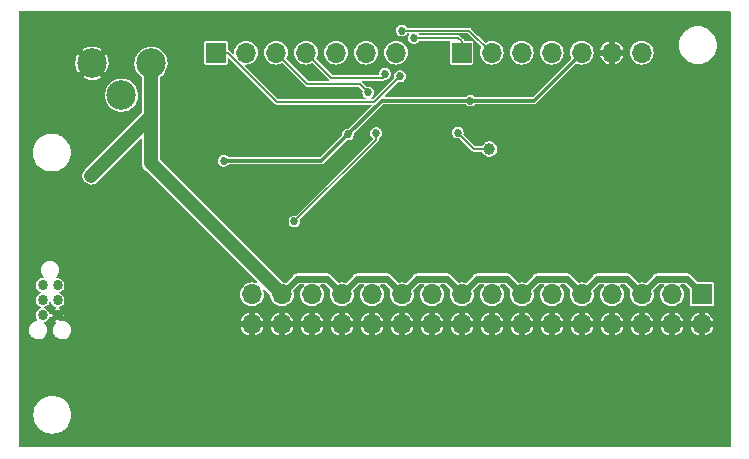
<source format=gbl>
G04 #@! TF.GenerationSoftware,KiCad,Pcbnew,(6.0.2)*
G04 #@! TF.CreationDate,2022-06-23T21:17:50+02:00*
G04 #@! TF.ProjectId,EightChannel,45696768-7443-4686-916e-6e656c2e6b69,rev?*
G04 #@! TF.SameCoordinates,Original*
G04 #@! TF.FileFunction,Copper,L2,Bot*
G04 #@! TF.FilePolarity,Positive*
%FSLAX46Y46*%
G04 Gerber Fmt 4.6, Leading zero omitted, Abs format (unit mm)*
G04 Created by KiCad (PCBNEW (6.0.2)) date 2022-06-23 21:17:50*
%MOMM*%
%LPD*%
G01*
G04 APERTURE LIST*
G04 #@! TA.AperFunction,ComponentPad*
%ADD10C,0.863600*%
G04 #@! TD*
G04 #@! TA.AperFunction,ComponentPad*
%ADD11C,2.500000*%
G04 #@! TD*
G04 #@! TA.AperFunction,ComponentPad*
%ADD12R,1.700000X1.700000*%
G04 #@! TD*
G04 #@! TA.AperFunction,ComponentPad*
%ADD13O,1.700000X1.700000*%
G04 #@! TD*
G04 #@! TA.AperFunction,ComponentPad*
%ADD14C,1.000000*%
G04 #@! TD*
G04 #@! TA.AperFunction,ViaPad*
%ADD15C,0.685800*%
G04 #@! TD*
G04 #@! TA.AperFunction,Conductor*
%ADD16C,0.304800*%
G04 #@! TD*
G04 #@! TA.AperFunction,Conductor*
%ADD17C,0.152400*%
G04 #@! TD*
G04 #@! TA.AperFunction,Conductor*
%ADD18C,0.609600*%
G04 #@! TD*
G04 #@! TA.AperFunction,Conductor*
%ADD19C,1.219200*%
G04 #@! TD*
G04 APERTURE END LIST*
D10*
X112834995Y-66510004D03*
X114104995Y-66510004D03*
X112834995Y-67780004D03*
X114104995Y-67780004D03*
X112834995Y-69050004D03*
X114104995Y-69050004D03*
D11*
X122020000Y-47730000D03*
X117020000Y-47730000D03*
X119520000Y-50430000D03*
D12*
X148320000Y-46830000D03*
D13*
X150860000Y-46830000D03*
X153400000Y-46830000D03*
X155940000Y-46830000D03*
X158480000Y-46830000D03*
X161020000Y-46830000D03*
X163560000Y-46830000D03*
D12*
X127520000Y-46830000D03*
D13*
X130060000Y-46830000D03*
X132600000Y-46830000D03*
X135140000Y-46830000D03*
X137680000Y-46830000D03*
X140220000Y-46830000D03*
X142760000Y-46830000D03*
D12*
X168670000Y-67280000D03*
D13*
X168670000Y-69820000D03*
X166130000Y-67280000D03*
X166130000Y-69820000D03*
X163590000Y-67280000D03*
X163590000Y-69820000D03*
X161050000Y-67280000D03*
X161050000Y-69820000D03*
X158510000Y-67280000D03*
X158510000Y-69820000D03*
X155970000Y-67280000D03*
X155970000Y-69820000D03*
X153430000Y-67280000D03*
X153430000Y-69820000D03*
X150890000Y-67280000D03*
X150890000Y-69820000D03*
X148350000Y-67280000D03*
X148350000Y-69820000D03*
X145810000Y-67280000D03*
X145810000Y-69820000D03*
X143270000Y-67280000D03*
X143270000Y-69820000D03*
X140730000Y-67280000D03*
X140730000Y-69820000D03*
X138190000Y-67280000D03*
X138190000Y-69820000D03*
X135650000Y-67280000D03*
X135650000Y-69820000D03*
X133110000Y-67280000D03*
X133110000Y-69820000D03*
X130570000Y-67280000D03*
X130570000Y-69820000D03*
D14*
X150670000Y-54980000D03*
D15*
X143637000Y-49657000D03*
X138684000Y-45593000D03*
X133604000Y-49022000D03*
X137668000Y-56388000D03*
X136652000Y-57404000D03*
X157480000Y-44450000D03*
X122174000Y-59182000D03*
X114808000Y-64262000D03*
X162560000Y-77470000D03*
X127000000Y-44450000D03*
X154940000Y-57150000D03*
X170180000Y-46990000D03*
X152400000Y-59944000D03*
X119380000Y-44450000D03*
X124460000Y-79502000D03*
X167640000Y-74930000D03*
X162560000Y-49530000D03*
X119380000Y-69850000D03*
X114300000Y-62230000D03*
X117094000Y-59690000D03*
X160020000Y-74930000D03*
X139700000Y-64770000D03*
X160020000Y-54610000D03*
X160020000Y-64770000D03*
X162560000Y-57150000D03*
X142240000Y-59690000D03*
X137160000Y-72390000D03*
X124460000Y-52070000D03*
X157480000Y-79502000D03*
X124460000Y-74930000D03*
X121920000Y-77470000D03*
X116840000Y-74930000D03*
X149860000Y-44450000D03*
X144780000Y-79502000D03*
X139700000Y-68580000D03*
X111760000Y-59690000D03*
X116840000Y-54610000D03*
X147320000Y-44323000D03*
X114300000Y-72390000D03*
X165100000Y-52070000D03*
X124460000Y-67310000D03*
X124460000Y-49530000D03*
X164846000Y-68580000D03*
X142240000Y-79502000D03*
X134620000Y-64770000D03*
X124460000Y-64770000D03*
X151739158Y-49594480D03*
X121920000Y-64770000D03*
X165100000Y-62230000D03*
X121920000Y-79502000D03*
X132080000Y-79502000D03*
X121920000Y-74930000D03*
X160020000Y-62230000D03*
X165100000Y-59690000D03*
X119380000Y-74930000D03*
X111760000Y-62230000D03*
X139700000Y-62230000D03*
X124460000Y-72390000D03*
X167487600Y-44145200D03*
X152400000Y-57150000D03*
X137160000Y-59690000D03*
X157480000Y-59690000D03*
X142240000Y-72390000D03*
X147320000Y-65024000D03*
X134620000Y-68580000D03*
X132080000Y-74930000D03*
X131445000Y-44450000D03*
X141986000Y-53898800D03*
X165100000Y-64770000D03*
X165100000Y-49530000D03*
X165100000Y-54610000D03*
X167640000Y-59690000D03*
X154940000Y-77470000D03*
X114300000Y-59690000D03*
X162560000Y-72390000D03*
X129540000Y-74930000D03*
X170180000Y-54610000D03*
X124460000Y-46990000D03*
X124635798Y-56877400D03*
X129540000Y-59690000D03*
X157480000Y-65024000D03*
X165100000Y-44450000D03*
X154686000Y-49530000D03*
X134620000Y-79502000D03*
X116840000Y-77470000D03*
X119380000Y-64770000D03*
X157480000Y-54610000D03*
X157480000Y-68580000D03*
X116840000Y-44450000D03*
X116840000Y-67310000D03*
X137160000Y-77470000D03*
X114300000Y-46990000D03*
X160020000Y-57150000D03*
X144780000Y-74930000D03*
X160020000Y-44450000D03*
X167640000Y-52070000D03*
X167640000Y-49530000D03*
X170180000Y-52070000D03*
X139700000Y-74930000D03*
X139700000Y-72390000D03*
X127000000Y-74930000D03*
X147320000Y-72390000D03*
X162560000Y-52070000D03*
X154940000Y-52070000D03*
X124460000Y-44450000D03*
X127000000Y-72390000D03*
X157480000Y-77470000D03*
X137160000Y-68580000D03*
X137972800Y-52781200D03*
X165100000Y-57150000D03*
X137160000Y-44704000D03*
X170180000Y-72390000D03*
X167335200Y-65074800D03*
X128168400Y-54813200D03*
X129540000Y-79502000D03*
X170180000Y-69850000D03*
X162560000Y-54610000D03*
X134620000Y-72390000D03*
X111760000Y-52070000D03*
X157480000Y-52070000D03*
X152400000Y-65024000D03*
X134620000Y-62230000D03*
X138938000Y-59690000D03*
X149860000Y-64770000D03*
X144780000Y-64770000D03*
X121920000Y-62230000D03*
X160020000Y-72390000D03*
X137160000Y-65024000D03*
X167640000Y-57150000D03*
X142240000Y-74930000D03*
X119380000Y-77470000D03*
X154940000Y-74930000D03*
X167640000Y-79502000D03*
X144780000Y-68580000D03*
X152400000Y-79502000D03*
X144780000Y-62230000D03*
X134620000Y-59690000D03*
X137160000Y-79502000D03*
X154940000Y-44450000D03*
X157480000Y-74930000D03*
X124460000Y-69850000D03*
X119380000Y-57150000D03*
X167386000Y-68580000D03*
X149860000Y-74930000D03*
X170180000Y-59690000D03*
X157480000Y-72390000D03*
X135534400Y-50190400D03*
X111760000Y-57150000D03*
X127000000Y-64770000D03*
X121920000Y-67310000D03*
X119380000Y-46990000D03*
X114300000Y-52070000D03*
X132080000Y-72390000D03*
X154940000Y-59690000D03*
X114300000Y-44450000D03*
X165100000Y-46990000D03*
X147066000Y-53898800D03*
X132080000Y-59690000D03*
X142240000Y-68580000D03*
X124460000Y-77470000D03*
X162560000Y-65024000D03*
X116840000Y-79502000D03*
X111760000Y-79502000D03*
X147320000Y-68580000D03*
X154940000Y-72390000D03*
X134620000Y-77470000D03*
X127457200Y-59690000D03*
X124460000Y-54622200D03*
X152400000Y-68580000D03*
X167640000Y-54610000D03*
X170180000Y-49530000D03*
X127000000Y-67310000D03*
X141478000Y-46228000D03*
X165100000Y-72390000D03*
X149860000Y-77470000D03*
X111760000Y-44450000D03*
X170180000Y-67310000D03*
X144780000Y-77470000D03*
X146659600Y-55829200D03*
X157480000Y-57150000D03*
X116840000Y-64770000D03*
X121920000Y-69850000D03*
X111760000Y-64770000D03*
X147320000Y-79502000D03*
X145542000Y-59690000D03*
X160020000Y-59690000D03*
X111760000Y-46990000D03*
X170180000Y-62230000D03*
X111760000Y-49530000D03*
X167640000Y-72390000D03*
X157480000Y-49530000D03*
X152400000Y-52070000D03*
X116840000Y-69850000D03*
X162560000Y-74930000D03*
X111760000Y-72390000D03*
X154940000Y-64770000D03*
X127000000Y-77470000D03*
X160020000Y-79502000D03*
X119380000Y-62230000D03*
X116840000Y-52070000D03*
X116840000Y-49530000D03*
X152400000Y-74930000D03*
X149860000Y-79502000D03*
X144526000Y-53898800D03*
X119380000Y-72390000D03*
X139446000Y-48209200D03*
X147320000Y-77470000D03*
X142240000Y-65024000D03*
X137160000Y-74930000D03*
X142240000Y-77470000D03*
X129540000Y-61823600D03*
X119380000Y-67310000D03*
X154940000Y-68580000D03*
X152400000Y-72390000D03*
X162560000Y-59690000D03*
X149860000Y-68580000D03*
X134620000Y-74930000D03*
X124460000Y-62230000D03*
X129540000Y-77470000D03*
X160020000Y-77470000D03*
X152400000Y-44450000D03*
X167640000Y-77470000D03*
X119634000Y-58928000D03*
X170180000Y-44450000D03*
X114300000Y-79502000D03*
X154940000Y-79502000D03*
X145034000Y-44323000D03*
X127000000Y-69850000D03*
X111760000Y-74930000D03*
X152400000Y-54610000D03*
X160020000Y-52070000D03*
X131826000Y-68580000D03*
X114300000Y-49530000D03*
X165100000Y-79502000D03*
X111760000Y-67310000D03*
X121920000Y-72390000D03*
X114300000Y-74930000D03*
X132080000Y-77470000D03*
X154940000Y-54610000D03*
X170180000Y-57150000D03*
X111556800Y-77470000D03*
X165100000Y-77470000D03*
X144119600Y-55829200D03*
X162560000Y-44450000D03*
X149860000Y-72390000D03*
X116840000Y-72390000D03*
X141579600Y-55829200D03*
X129540000Y-44450000D03*
X170180000Y-77470000D03*
X149860000Y-59944000D03*
X119380000Y-79502000D03*
X170180000Y-64770000D03*
X139700000Y-79502000D03*
X134620000Y-44704000D03*
X139700000Y-77470000D03*
X133553200Y-54051200D03*
X129032000Y-68580000D03*
X165100000Y-74930000D03*
X162306000Y-68580000D03*
X144780000Y-72390000D03*
X160020000Y-49530000D03*
X127000000Y-79502000D03*
X159766000Y-68580000D03*
X149860000Y-62230000D03*
X129540000Y-72390000D03*
X154940000Y-62230000D03*
X162560000Y-79502000D03*
X170180000Y-79502000D03*
X121920000Y-44450000D03*
X147320000Y-74930000D03*
X152400000Y-77470000D03*
X170180000Y-74930000D03*
X138684000Y-53746400D03*
X128168400Y-55981600D03*
X149070000Y-50880000D03*
X143112100Y-48826600D03*
X143251800Y-44953100D03*
X144293200Y-45588100D03*
X140411200Y-50190400D03*
X141843862Y-48605338D03*
X134162800Y-61112400D03*
X141075000Y-53632600D03*
X116970000Y-57230000D03*
X147982200Y-53592200D03*
D16*
X128168400Y-55981600D02*
X136448800Y-55981600D01*
X138684000Y-53746400D02*
X138730424Y-53746400D01*
X158480000Y-46830000D02*
X154430000Y-50880000D01*
X141596824Y-50880000D02*
X149070000Y-50880000D01*
X136448800Y-55981600D02*
X138684000Y-53746400D01*
X138730424Y-53746400D02*
X141596824Y-50880000D01*
X154430000Y-50880000D02*
X149070000Y-50880000D01*
D17*
X140940398Y-50998302D02*
X143112100Y-48826600D01*
X128522400Y-46830000D02*
X132690702Y-50998302D01*
X132690702Y-50998302D02*
X140940398Y-50998302D01*
X127520000Y-46830000D02*
X128522400Y-46830000D01*
X143251800Y-44953100D02*
X148933100Y-44953100D01*
X148933100Y-44953100D02*
X150860000Y-46880000D01*
X148030500Y-45588100D02*
X148320000Y-45877600D01*
X144293200Y-45588100D02*
X148030500Y-45588100D01*
X148320000Y-45877600D02*
X148320000Y-46880000D01*
X139739181Y-49518381D02*
X140411200Y-50190400D01*
X135267581Y-49497581D02*
X139739181Y-49497581D01*
X139739181Y-49497581D02*
X139739181Y-49518381D01*
X132600000Y-46830000D02*
X135267581Y-49497581D01*
X137276475Y-48966475D02*
X135140000Y-46830000D01*
X141679054Y-48770146D02*
X141843862Y-48605338D01*
X141679054Y-48966475D02*
X137276475Y-48966475D01*
X141679054Y-48966475D02*
X141679054Y-48770146D01*
X141075000Y-54200200D02*
X141075000Y-53632600D01*
X134162800Y-61112400D02*
X141075000Y-54200200D01*
D18*
X153430000Y-67280000D02*
X154736711Y-65973289D01*
X149656711Y-65973289D02*
X152123289Y-65973289D01*
X164896711Y-65973289D02*
X167363289Y-65973289D01*
X144576711Y-65973289D02*
X147043289Y-65973289D01*
X157203289Y-65973289D02*
X158510000Y-67280000D01*
D19*
X122020000Y-56190000D02*
X122020000Y-47730000D01*
X122020000Y-52180000D02*
X116970000Y-57230000D01*
D18*
X167363289Y-65973289D02*
X168670000Y-67280000D01*
X154736711Y-65973289D02*
X157203289Y-65973289D01*
X163590000Y-67280000D02*
X164896711Y-65973289D01*
D19*
X133110000Y-67280000D02*
X122020000Y-56190000D01*
D18*
X139496711Y-65973289D02*
X141963289Y-65973289D01*
X138190000Y-67280000D02*
X139496711Y-65973289D01*
X159816711Y-65973289D02*
X162283289Y-65973289D01*
X141963289Y-65973289D02*
X143270000Y-67280000D01*
D19*
X122020000Y-47730000D02*
X122020000Y-52180000D01*
D18*
X147043289Y-65973289D02*
X148350000Y-67280000D01*
X162283289Y-65973289D02*
X163590000Y-67280000D01*
X152123289Y-65973289D02*
X153430000Y-67280000D01*
X136883289Y-65973289D02*
X138190000Y-67280000D01*
X158510000Y-67280000D02*
X159816711Y-65973289D01*
X133110000Y-67280000D02*
X134416711Y-65973289D01*
X134416711Y-65973289D02*
X136883289Y-65973289D01*
X148350000Y-67280000D02*
X149656711Y-65973289D01*
X143270000Y-67280000D02*
X144576711Y-65973289D01*
D17*
X149370000Y-54980000D02*
X150670000Y-54980000D01*
X147982200Y-53592200D02*
X149370000Y-54980000D01*
G04 #@! TA.AperFunction,Conductor*
G36*
X171090738Y-43349993D02*
G01*
X171116458Y-43394542D01*
X171117600Y-43407600D01*
X171117600Y-80152400D01*
X171100007Y-80200738D01*
X171055458Y-80226458D01*
X171042400Y-80227600D01*
X110897600Y-80227600D01*
X110849262Y-80210007D01*
X110823542Y-80165458D01*
X110822400Y-80152400D01*
X110822400Y-77480000D01*
X112064551Y-77480000D01*
X112084317Y-77731148D01*
X112143127Y-77976111D01*
X112239534Y-78208859D01*
X112371164Y-78423659D01*
X112534776Y-78615224D01*
X112726341Y-78778836D01*
X112728864Y-78780382D01*
X112938616Y-78908919D01*
X112938619Y-78908921D01*
X112941141Y-78910466D01*
X113016250Y-78941577D01*
X113171155Y-79005741D01*
X113171160Y-79005743D01*
X113173889Y-79006873D01*
X113176766Y-79007564D01*
X113176770Y-79007565D01*
X113403568Y-79062014D01*
X113418852Y-79065683D01*
X113421796Y-79065915D01*
X113421798Y-79065915D01*
X113605640Y-79080384D01*
X113605648Y-79080384D01*
X113607118Y-79080500D01*
X113732882Y-79080500D01*
X113734352Y-79080384D01*
X113734360Y-79080384D01*
X113918202Y-79065915D01*
X113918204Y-79065915D01*
X113921148Y-79065683D01*
X113936432Y-79062014D01*
X114163230Y-79007565D01*
X114163234Y-79007564D01*
X114166111Y-79006873D01*
X114168840Y-79005743D01*
X114168845Y-79005741D01*
X114323750Y-78941577D01*
X114398859Y-78910466D01*
X114401381Y-78908921D01*
X114401384Y-78908919D01*
X114611136Y-78780382D01*
X114613659Y-78778836D01*
X114805224Y-78615224D01*
X114968836Y-78423659D01*
X115100466Y-78208859D01*
X115196873Y-77976111D01*
X115255683Y-77731148D01*
X115275449Y-77480000D01*
X115255683Y-77228852D01*
X115196873Y-76983889D01*
X115100466Y-76751141D01*
X114968836Y-76536341D01*
X114805224Y-76344776D01*
X114613659Y-76181164D01*
X114561599Y-76149261D01*
X114401384Y-76051081D01*
X114401381Y-76051079D01*
X114398859Y-76049534D01*
X114323750Y-76018423D01*
X114168845Y-75954259D01*
X114168840Y-75954257D01*
X114166111Y-75953127D01*
X114163234Y-75952436D01*
X114163230Y-75952435D01*
X113924022Y-75895007D01*
X113921148Y-75894317D01*
X113918204Y-75894085D01*
X113918202Y-75894085D01*
X113734360Y-75879616D01*
X113734352Y-75879616D01*
X113732882Y-75879500D01*
X113607118Y-75879500D01*
X113605648Y-75879616D01*
X113605640Y-75879616D01*
X113421798Y-75894085D01*
X113421796Y-75894085D01*
X113418852Y-75894317D01*
X113415978Y-75895007D01*
X113176770Y-75952435D01*
X113176766Y-75952436D01*
X113173889Y-75953127D01*
X113171160Y-75954257D01*
X113171155Y-75954259D01*
X113016250Y-76018423D01*
X112941141Y-76049534D01*
X112938619Y-76051079D01*
X112938616Y-76051081D01*
X112778401Y-76149261D01*
X112726341Y-76181164D01*
X112534776Y-76344776D01*
X112371164Y-76536341D01*
X112239534Y-76751141D01*
X112143127Y-76983889D01*
X112084317Y-77228852D01*
X112064551Y-77480000D01*
X110822400Y-77480000D01*
X110822400Y-70314497D01*
X111665154Y-70314497D01*
X111665593Y-70318674D01*
X111665593Y-70318677D01*
X111674498Y-70403397D01*
X111683537Y-70489400D01*
X111684893Y-70493382D01*
X111684893Y-70493384D01*
X111694660Y-70522074D01*
X111740213Y-70655884D01*
X111742414Y-70659461D01*
X111742416Y-70659466D01*
X111820730Y-70786763D01*
X111832365Y-70805675D01*
X111955412Y-70931327D01*
X112103240Y-71026595D01*
X112268501Y-71086745D01*
X112404328Y-71103904D01*
X112498214Y-71103904D01*
X112500305Y-71103669D01*
X112500313Y-71103669D01*
X112624589Y-71089729D01*
X112624593Y-71089728D01*
X112628766Y-71089260D01*
X112635989Y-71086745D01*
X112790881Y-71032806D01*
X112794850Y-71031424D01*
X112798410Y-71029199D01*
X112798415Y-71029197D01*
X112940428Y-70940457D01*
X112940432Y-70940454D01*
X112943994Y-70938228D01*
X112948649Y-70933606D01*
X113065801Y-70817269D01*
X113068784Y-70814307D01*
X113163018Y-70665817D01*
X113164427Y-70661860D01*
X113164429Y-70661856D01*
X113220603Y-70504097D01*
X113222012Y-70500141D01*
X113242836Y-70325511D01*
X113241679Y-70314497D01*
X113697154Y-70314497D01*
X113697593Y-70318674D01*
X113697593Y-70318677D01*
X113706498Y-70403397D01*
X113715537Y-70489400D01*
X113716893Y-70493382D01*
X113716893Y-70493384D01*
X113726660Y-70522074D01*
X113772213Y-70655884D01*
X113774414Y-70659461D01*
X113774416Y-70659466D01*
X113852730Y-70786763D01*
X113864365Y-70805675D01*
X113987412Y-70931327D01*
X114135240Y-71026595D01*
X114300501Y-71086745D01*
X114436328Y-71103904D01*
X114530214Y-71103904D01*
X114532305Y-71103669D01*
X114532313Y-71103669D01*
X114656589Y-71089729D01*
X114656593Y-71089728D01*
X114660766Y-71089260D01*
X114667989Y-71086745D01*
X114822881Y-71032806D01*
X114826850Y-71031424D01*
X114830410Y-71029199D01*
X114830415Y-71029197D01*
X114972428Y-70940457D01*
X114972432Y-70940454D01*
X114975994Y-70938228D01*
X114980649Y-70933606D01*
X115097801Y-70817269D01*
X115100784Y-70814307D01*
X115195018Y-70665817D01*
X115196427Y-70661860D01*
X115196429Y-70661856D01*
X115252603Y-70504097D01*
X115254012Y-70500141D01*
X115274836Y-70325511D01*
X115273679Y-70314497D01*
X115256893Y-70154793D01*
X115256893Y-70154792D01*
X115256453Y-70150608D01*
X115254217Y-70144038D01*
X115232161Y-70079250D01*
X129602198Y-70079250D01*
X129602354Y-70082235D01*
X129632470Y-70187261D01*
X129635164Y-70194063D01*
X129721657Y-70362363D01*
X129725623Y-70368518D01*
X129843164Y-70516817D01*
X129848240Y-70522074D01*
X129992355Y-70644725D01*
X129998353Y-70648894D01*
X130163537Y-70741211D01*
X130170250Y-70744144D01*
X130303389Y-70787403D01*
X130314192Y-70787026D01*
X130314994Y-70786304D01*
X130316000Y-70782269D01*
X130316000Y-70776606D01*
X130824000Y-70776606D01*
X130827697Y-70786763D01*
X130829374Y-70787732D01*
X130832122Y-70787597D01*
X130930701Y-70760073D01*
X130937534Y-70757422D01*
X131106428Y-70672108D01*
X131112611Y-70668184D01*
X131261720Y-70551687D01*
X131267023Y-70546637D01*
X131390664Y-70403397D01*
X131394886Y-70397412D01*
X131488354Y-70232880D01*
X131491328Y-70226200D01*
X131537773Y-70086582D01*
X131537568Y-70079250D01*
X132142198Y-70079250D01*
X132142354Y-70082235D01*
X132172470Y-70187261D01*
X132175164Y-70194063D01*
X132261657Y-70362363D01*
X132265623Y-70368518D01*
X132383164Y-70516817D01*
X132388240Y-70522074D01*
X132532355Y-70644725D01*
X132538353Y-70648894D01*
X132703537Y-70741211D01*
X132710250Y-70744144D01*
X132843389Y-70787403D01*
X132854192Y-70787026D01*
X132854994Y-70786304D01*
X132856000Y-70782269D01*
X132856000Y-70776606D01*
X133364000Y-70776606D01*
X133367697Y-70786763D01*
X133369374Y-70787732D01*
X133372122Y-70787597D01*
X133470701Y-70760073D01*
X133477534Y-70757422D01*
X133646428Y-70672108D01*
X133652611Y-70668184D01*
X133801720Y-70551687D01*
X133807023Y-70546637D01*
X133930664Y-70403397D01*
X133934886Y-70397412D01*
X134028354Y-70232880D01*
X134031328Y-70226200D01*
X134077773Y-70086582D01*
X134077568Y-70079250D01*
X134682198Y-70079250D01*
X134682354Y-70082235D01*
X134712470Y-70187261D01*
X134715164Y-70194063D01*
X134801657Y-70362363D01*
X134805623Y-70368518D01*
X134923164Y-70516817D01*
X134928240Y-70522074D01*
X135072355Y-70644725D01*
X135078353Y-70648894D01*
X135243537Y-70741211D01*
X135250250Y-70744144D01*
X135383389Y-70787403D01*
X135394192Y-70787026D01*
X135394994Y-70786304D01*
X135396000Y-70782269D01*
X135396000Y-70776606D01*
X135904000Y-70776606D01*
X135907697Y-70786763D01*
X135909374Y-70787732D01*
X135912122Y-70787597D01*
X136010701Y-70760073D01*
X136017534Y-70757422D01*
X136186428Y-70672108D01*
X136192611Y-70668184D01*
X136341720Y-70551687D01*
X136347023Y-70546637D01*
X136470664Y-70403397D01*
X136474886Y-70397412D01*
X136568354Y-70232880D01*
X136571328Y-70226200D01*
X136617773Y-70086582D01*
X136617568Y-70079250D01*
X137222198Y-70079250D01*
X137222354Y-70082235D01*
X137252470Y-70187261D01*
X137255164Y-70194063D01*
X137341657Y-70362363D01*
X137345623Y-70368518D01*
X137463164Y-70516817D01*
X137468240Y-70522074D01*
X137612355Y-70644725D01*
X137618353Y-70648894D01*
X137783537Y-70741211D01*
X137790250Y-70744144D01*
X137923389Y-70787403D01*
X137934192Y-70787026D01*
X137934994Y-70786304D01*
X137936000Y-70782269D01*
X137936000Y-70776606D01*
X138444000Y-70776606D01*
X138447697Y-70786763D01*
X138449374Y-70787732D01*
X138452122Y-70787597D01*
X138550701Y-70760073D01*
X138557534Y-70757422D01*
X138726428Y-70672108D01*
X138732611Y-70668184D01*
X138881720Y-70551687D01*
X138887023Y-70546637D01*
X139010664Y-70403397D01*
X139014886Y-70397412D01*
X139108354Y-70232880D01*
X139111328Y-70226200D01*
X139157773Y-70086582D01*
X139157568Y-70079250D01*
X139762198Y-70079250D01*
X139762354Y-70082235D01*
X139792470Y-70187261D01*
X139795164Y-70194063D01*
X139881657Y-70362363D01*
X139885623Y-70368518D01*
X140003164Y-70516817D01*
X140008240Y-70522074D01*
X140152355Y-70644725D01*
X140158353Y-70648894D01*
X140323537Y-70741211D01*
X140330250Y-70744144D01*
X140463389Y-70787403D01*
X140474192Y-70787026D01*
X140474994Y-70786304D01*
X140476000Y-70782269D01*
X140476000Y-70776606D01*
X140984000Y-70776606D01*
X140987697Y-70786763D01*
X140989374Y-70787732D01*
X140992122Y-70787597D01*
X141090701Y-70760073D01*
X141097534Y-70757422D01*
X141266428Y-70672108D01*
X141272611Y-70668184D01*
X141421720Y-70551687D01*
X141427023Y-70546637D01*
X141550664Y-70403397D01*
X141554886Y-70397412D01*
X141648354Y-70232880D01*
X141651328Y-70226200D01*
X141697773Y-70086582D01*
X141697568Y-70079250D01*
X142302198Y-70079250D01*
X142302354Y-70082235D01*
X142332470Y-70187261D01*
X142335164Y-70194063D01*
X142421657Y-70362363D01*
X142425623Y-70368518D01*
X142543164Y-70516817D01*
X142548240Y-70522074D01*
X142692355Y-70644725D01*
X142698353Y-70648894D01*
X142863537Y-70741211D01*
X142870250Y-70744144D01*
X143003389Y-70787403D01*
X143014192Y-70787026D01*
X143014994Y-70786304D01*
X143016000Y-70782269D01*
X143016000Y-70776606D01*
X143524000Y-70776606D01*
X143527697Y-70786763D01*
X143529374Y-70787732D01*
X143532122Y-70787597D01*
X143630701Y-70760073D01*
X143637534Y-70757422D01*
X143806428Y-70672108D01*
X143812611Y-70668184D01*
X143961720Y-70551687D01*
X143967023Y-70546637D01*
X144090664Y-70403397D01*
X144094886Y-70397412D01*
X144188354Y-70232880D01*
X144191328Y-70226200D01*
X144237773Y-70086582D01*
X144237568Y-70079250D01*
X144842198Y-70079250D01*
X144842354Y-70082235D01*
X144872470Y-70187261D01*
X144875164Y-70194063D01*
X144961657Y-70362363D01*
X144965623Y-70368518D01*
X145083164Y-70516817D01*
X145088240Y-70522074D01*
X145232355Y-70644725D01*
X145238353Y-70648894D01*
X145403537Y-70741211D01*
X145410250Y-70744144D01*
X145543389Y-70787403D01*
X145554192Y-70787026D01*
X145554994Y-70786304D01*
X145556000Y-70782269D01*
X145556000Y-70776606D01*
X146064000Y-70776606D01*
X146067697Y-70786763D01*
X146069374Y-70787732D01*
X146072122Y-70787597D01*
X146170701Y-70760073D01*
X146177534Y-70757422D01*
X146346428Y-70672108D01*
X146352611Y-70668184D01*
X146501720Y-70551687D01*
X146507023Y-70546637D01*
X146630664Y-70403397D01*
X146634886Y-70397412D01*
X146728354Y-70232880D01*
X146731328Y-70226200D01*
X146777773Y-70086582D01*
X146777568Y-70079250D01*
X147382198Y-70079250D01*
X147382354Y-70082235D01*
X147412470Y-70187261D01*
X147415164Y-70194063D01*
X147501657Y-70362363D01*
X147505623Y-70368518D01*
X147623164Y-70516817D01*
X147628240Y-70522074D01*
X147772355Y-70644725D01*
X147778353Y-70648894D01*
X147943537Y-70741211D01*
X147950250Y-70744144D01*
X148083389Y-70787403D01*
X148094192Y-70787026D01*
X148094994Y-70786304D01*
X148096000Y-70782269D01*
X148096000Y-70776606D01*
X148604000Y-70776606D01*
X148607697Y-70786763D01*
X148609374Y-70787732D01*
X148612122Y-70787597D01*
X148710701Y-70760073D01*
X148717534Y-70757422D01*
X148886428Y-70672108D01*
X148892611Y-70668184D01*
X149041720Y-70551687D01*
X149047023Y-70546637D01*
X149170664Y-70403397D01*
X149174886Y-70397412D01*
X149268354Y-70232880D01*
X149271328Y-70226200D01*
X149317773Y-70086582D01*
X149317568Y-70079250D01*
X149922198Y-70079250D01*
X149922354Y-70082235D01*
X149952470Y-70187261D01*
X149955164Y-70194063D01*
X150041657Y-70362363D01*
X150045623Y-70368518D01*
X150163164Y-70516817D01*
X150168240Y-70522074D01*
X150312355Y-70644725D01*
X150318353Y-70648894D01*
X150483537Y-70741211D01*
X150490250Y-70744144D01*
X150623389Y-70787403D01*
X150634192Y-70787026D01*
X150634994Y-70786304D01*
X150636000Y-70782269D01*
X150636000Y-70776606D01*
X151144000Y-70776606D01*
X151147697Y-70786763D01*
X151149374Y-70787732D01*
X151152122Y-70787597D01*
X151250701Y-70760073D01*
X151257534Y-70757422D01*
X151426428Y-70672108D01*
X151432611Y-70668184D01*
X151581720Y-70551687D01*
X151587023Y-70546637D01*
X151710664Y-70403397D01*
X151714886Y-70397412D01*
X151808354Y-70232880D01*
X151811328Y-70226200D01*
X151857773Y-70086582D01*
X151857568Y-70079250D01*
X152462198Y-70079250D01*
X152462354Y-70082235D01*
X152492470Y-70187261D01*
X152495164Y-70194063D01*
X152581657Y-70362363D01*
X152585623Y-70368518D01*
X152703164Y-70516817D01*
X152708240Y-70522074D01*
X152852355Y-70644725D01*
X152858353Y-70648894D01*
X153023537Y-70741211D01*
X153030250Y-70744144D01*
X153163389Y-70787403D01*
X153174192Y-70787026D01*
X153174994Y-70786304D01*
X153176000Y-70782269D01*
X153176000Y-70776606D01*
X153684000Y-70776606D01*
X153687697Y-70786763D01*
X153689374Y-70787732D01*
X153692122Y-70787597D01*
X153790701Y-70760073D01*
X153797534Y-70757422D01*
X153966428Y-70672108D01*
X153972611Y-70668184D01*
X154121720Y-70551687D01*
X154127023Y-70546637D01*
X154250664Y-70403397D01*
X154254886Y-70397412D01*
X154348354Y-70232880D01*
X154351328Y-70226200D01*
X154397773Y-70086582D01*
X154397568Y-70079250D01*
X155002198Y-70079250D01*
X155002354Y-70082235D01*
X155032470Y-70187261D01*
X155035164Y-70194063D01*
X155121657Y-70362363D01*
X155125623Y-70368518D01*
X155243164Y-70516817D01*
X155248240Y-70522074D01*
X155392355Y-70644725D01*
X155398353Y-70648894D01*
X155563537Y-70741211D01*
X155570250Y-70744144D01*
X155703389Y-70787403D01*
X155714192Y-70787026D01*
X155714994Y-70786304D01*
X155716000Y-70782269D01*
X155716000Y-70776606D01*
X156224000Y-70776606D01*
X156227697Y-70786763D01*
X156229374Y-70787732D01*
X156232122Y-70787597D01*
X156330701Y-70760073D01*
X156337534Y-70757422D01*
X156506428Y-70672108D01*
X156512611Y-70668184D01*
X156661720Y-70551687D01*
X156667023Y-70546637D01*
X156790664Y-70403397D01*
X156794886Y-70397412D01*
X156888354Y-70232880D01*
X156891328Y-70226200D01*
X156937773Y-70086582D01*
X156937568Y-70079250D01*
X157542198Y-70079250D01*
X157542354Y-70082235D01*
X157572470Y-70187261D01*
X157575164Y-70194063D01*
X157661657Y-70362363D01*
X157665623Y-70368518D01*
X157783164Y-70516817D01*
X157788240Y-70522074D01*
X157932355Y-70644725D01*
X157938353Y-70648894D01*
X158103537Y-70741211D01*
X158110250Y-70744144D01*
X158243389Y-70787403D01*
X158254192Y-70787026D01*
X158254994Y-70786304D01*
X158256000Y-70782269D01*
X158256000Y-70776606D01*
X158764000Y-70776606D01*
X158767697Y-70786763D01*
X158769374Y-70787732D01*
X158772122Y-70787597D01*
X158870701Y-70760073D01*
X158877534Y-70757422D01*
X159046428Y-70672108D01*
X159052611Y-70668184D01*
X159201720Y-70551687D01*
X159207023Y-70546637D01*
X159330664Y-70403397D01*
X159334886Y-70397412D01*
X159428354Y-70232880D01*
X159431328Y-70226200D01*
X159477773Y-70086582D01*
X159477568Y-70079250D01*
X160082198Y-70079250D01*
X160082354Y-70082235D01*
X160112470Y-70187261D01*
X160115164Y-70194063D01*
X160201657Y-70362363D01*
X160205623Y-70368518D01*
X160323164Y-70516817D01*
X160328240Y-70522074D01*
X160472355Y-70644725D01*
X160478353Y-70648894D01*
X160643537Y-70741211D01*
X160650250Y-70744144D01*
X160783389Y-70787403D01*
X160794192Y-70787026D01*
X160794994Y-70786304D01*
X160796000Y-70782269D01*
X160796000Y-70776606D01*
X161304000Y-70776606D01*
X161307697Y-70786763D01*
X161309374Y-70787732D01*
X161312122Y-70787597D01*
X161410701Y-70760073D01*
X161417534Y-70757422D01*
X161586428Y-70672108D01*
X161592611Y-70668184D01*
X161741720Y-70551687D01*
X161747023Y-70546637D01*
X161870664Y-70403397D01*
X161874886Y-70397412D01*
X161968354Y-70232880D01*
X161971328Y-70226200D01*
X162017773Y-70086582D01*
X162017568Y-70079250D01*
X162622198Y-70079250D01*
X162622354Y-70082235D01*
X162652470Y-70187261D01*
X162655164Y-70194063D01*
X162741657Y-70362363D01*
X162745623Y-70368518D01*
X162863164Y-70516817D01*
X162868240Y-70522074D01*
X163012355Y-70644725D01*
X163018353Y-70648894D01*
X163183537Y-70741211D01*
X163190250Y-70744144D01*
X163323389Y-70787403D01*
X163334192Y-70787026D01*
X163334994Y-70786304D01*
X163336000Y-70782269D01*
X163336000Y-70776606D01*
X163844000Y-70776606D01*
X163847697Y-70786763D01*
X163849374Y-70787732D01*
X163852122Y-70787597D01*
X163950701Y-70760073D01*
X163957534Y-70757422D01*
X164126428Y-70672108D01*
X164132611Y-70668184D01*
X164281720Y-70551687D01*
X164287023Y-70546637D01*
X164410664Y-70403397D01*
X164414886Y-70397412D01*
X164508354Y-70232880D01*
X164511328Y-70226200D01*
X164557773Y-70086582D01*
X164557568Y-70079250D01*
X165162198Y-70079250D01*
X165162354Y-70082235D01*
X165192470Y-70187261D01*
X165195164Y-70194063D01*
X165281657Y-70362363D01*
X165285623Y-70368518D01*
X165403164Y-70516817D01*
X165408240Y-70522074D01*
X165552355Y-70644725D01*
X165558353Y-70648894D01*
X165723537Y-70741211D01*
X165730250Y-70744144D01*
X165863389Y-70787403D01*
X165874192Y-70787026D01*
X165874994Y-70786304D01*
X165876000Y-70782269D01*
X165876000Y-70776606D01*
X166384000Y-70776606D01*
X166387697Y-70786763D01*
X166389374Y-70787732D01*
X166392122Y-70787597D01*
X166490701Y-70760073D01*
X166497534Y-70757422D01*
X166666428Y-70672108D01*
X166672611Y-70668184D01*
X166821720Y-70551687D01*
X166827023Y-70546637D01*
X166950664Y-70403397D01*
X166954886Y-70397412D01*
X167048354Y-70232880D01*
X167051328Y-70226200D01*
X167097773Y-70086582D01*
X167097568Y-70079250D01*
X167702198Y-70079250D01*
X167702354Y-70082235D01*
X167732470Y-70187261D01*
X167735164Y-70194063D01*
X167821657Y-70362363D01*
X167825623Y-70368518D01*
X167943164Y-70516817D01*
X167948240Y-70522074D01*
X168092355Y-70644725D01*
X168098353Y-70648894D01*
X168263537Y-70741211D01*
X168270250Y-70744144D01*
X168403389Y-70787403D01*
X168414192Y-70787026D01*
X168414994Y-70786304D01*
X168416000Y-70782269D01*
X168416000Y-70776606D01*
X168924000Y-70776606D01*
X168927697Y-70786763D01*
X168929374Y-70787732D01*
X168932122Y-70787597D01*
X169030701Y-70760073D01*
X169037534Y-70757422D01*
X169206428Y-70672108D01*
X169212611Y-70668184D01*
X169361720Y-70551687D01*
X169367023Y-70546637D01*
X169490664Y-70403397D01*
X169494886Y-70397412D01*
X169588354Y-70232880D01*
X169591328Y-70226200D01*
X169637773Y-70086582D01*
X169637471Y-70075777D01*
X169636850Y-70075078D01*
X169632590Y-70074000D01*
X168937259Y-70074000D01*
X168927102Y-70077697D01*
X168924000Y-70083069D01*
X168924000Y-70776606D01*
X168416000Y-70776606D01*
X168416000Y-70087259D01*
X168412303Y-70077102D01*
X168406931Y-70074000D01*
X167713252Y-70074000D01*
X167703095Y-70077697D01*
X167702198Y-70079250D01*
X167097568Y-70079250D01*
X167097471Y-70075777D01*
X167096850Y-70075078D01*
X167092590Y-70074000D01*
X166397259Y-70074000D01*
X166387102Y-70077697D01*
X166384000Y-70083069D01*
X166384000Y-70776606D01*
X165876000Y-70776606D01*
X165876000Y-70087259D01*
X165872303Y-70077102D01*
X165866931Y-70074000D01*
X165173252Y-70074000D01*
X165163095Y-70077697D01*
X165162198Y-70079250D01*
X164557568Y-70079250D01*
X164557471Y-70075777D01*
X164556850Y-70075078D01*
X164552590Y-70074000D01*
X163857259Y-70074000D01*
X163847102Y-70077697D01*
X163844000Y-70083069D01*
X163844000Y-70776606D01*
X163336000Y-70776606D01*
X163336000Y-70087259D01*
X163332303Y-70077102D01*
X163326931Y-70074000D01*
X162633252Y-70074000D01*
X162623095Y-70077697D01*
X162622198Y-70079250D01*
X162017568Y-70079250D01*
X162017471Y-70075777D01*
X162016850Y-70075078D01*
X162012590Y-70074000D01*
X161317259Y-70074000D01*
X161307102Y-70077697D01*
X161304000Y-70083069D01*
X161304000Y-70776606D01*
X160796000Y-70776606D01*
X160796000Y-70087259D01*
X160792303Y-70077102D01*
X160786931Y-70074000D01*
X160093252Y-70074000D01*
X160083095Y-70077697D01*
X160082198Y-70079250D01*
X159477568Y-70079250D01*
X159477471Y-70075777D01*
X159476850Y-70075078D01*
X159472590Y-70074000D01*
X158777259Y-70074000D01*
X158767102Y-70077697D01*
X158764000Y-70083069D01*
X158764000Y-70776606D01*
X158256000Y-70776606D01*
X158256000Y-70087259D01*
X158252303Y-70077102D01*
X158246931Y-70074000D01*
X157553252Y-70074000D01*
X157543095Y-70077697D01*
X157542198Y-70079250D01*
X156937568Y-70079250D01*
X156937471Y-70075777D01*
X156936850Y-70075078D01*
X156932590Y-70074000D01*
X156237259Y-70074000D01*
X156227102Y-70077697D01*
X156224000Y-70083069D01*
X156224000Y-70776606D01*
X155716000Y-70776606D01*
X155716000Y-70087259D01*
X155712303Y-70077102D01*
X155706931Y-70074000D01*
X155013252Y-70074000D01*
X155003095Y-70077697D01*
X155002198Y-70079250D01*
X154397568Y-70079250D01*
X154397471Y-70075777D01*
X154396850Y-70075078D01*
X154392590Y-70074000D01*
X153697259Y-70074000D01*
X153687102Y-70077697D01*
X153684000Y-70083069D01*
X153684000Y-70776606D01*
X153176000Y-70776606D01*
X153176000Y-70087259D01*
X153172303Y-70077102D01*
X153166931Y-70074000D01*
X152473252Y-70074000D01*
X152463095Y-70077697D01*
X152462198Y-70079250D01*
X151857568Y-70079250D01*
X151857471Y-70075777D01*
X151856850Y-70075078D01*
X151852590Y-70074000D01*
X151157259Y-70074000D01*
X151147102Y-70077697D01*
X151144000Y-70083069D01*
X151144000Y-70776606D01*
X150636000Y-70776606D01*
X150636000Y-70087259D01*
X150632303Y-70077102D01*
X150626931Y-70074000D01*
X149933252Y-70074000D01*
X149923095Y-70077697D01*
X149922198Y-70079250D01*
X149317568Y-70079250D01*
X149317471Y-70075777D01*
X149316850Y-70075078D01*
X149312590Y-70074000D01*
X148617259Y-70074000D01*
X148607102Y-70077697D01*
X148604000Y-70083069D01*
X148604000Y-70776606D01*
X148096000Y-70776606D01*
X148096000Y-70087259D01*
X148092303Y-70077102D01*
X148086931Y-70074000D01*
X147393252Y-70074000D01*
X147383095Y-70077697D01*
X147382198Y-70079250D01*
X146777568Y-70079250D01*
X146777471Y-70075777D01*
X146776850Y-70075078D01*
X146772590Y-70074000D01*
X146077259Y-70074000D01*
X146067102Y-70077697D01*
X146064000Y-70083069D01*
X146064000Y-70776606D01*
X145556000Y-70776606D01*
X145556000Y-70087259D01*
X145552303Y-70077102D01*
X145546931Y-70074000D01*
X144853252Y-70074000D01*
X144843095Y-70077697D01*
X144842198Y-70079250D01*
X144237568Y-70079250D01*
X144237471Y-70075777D01*
X144236850Y-70075078D01*
X144232590Y-70074000D01*
X143537259Y-70074000D01*
X143527102Y-70077697D01*
X143524000Y-70083069D01*
X143524000Y-70776606D01*
X143016000Y-70776606D01*
X143016000Y-70087259D01*
X143012303Y-70077102D01*
X143006931Y-70074000D01*
X142313252Y-70074000D01*
X142303095Y-70077697D01*
X142302198Y-70079250D01*
X141697568Y-70079250D01*
X141697471Y-70075777D01*
X141696850Y-70075078D01*
X141692590Y-70074000D01*
X140997259Y-70074000D01*
X140987102Y-70077697D01*
X140984000Y-70083069D01*
X140984000Y-70776606D01*
X140476000Y-70776606D01*
X140476000Y-70087259D01*
X140472303Y-70077102D01*
X140466931Y-70074000D01*
X139773252Y-70074000D01*
X139763095Y-70077697D01*
X139762198Y-70079250D01*
X139157568Y-70079250D01*
X139157471Y-70075777D01*
X139156850Y-70075078D01*
X139152590Y-70074000D01*
X138457259Y-70074000D01*
X138447102Y-70077697D01*
X138444000Y-70083069D01*
X138444000Y-70776606D01*
X137936000Y-70776606D01*
X137936000Y-70087259D01*
X137932303Y-70077102D01*
X137926931Y-70074000D01*
X137233252Y-70074000D01*
X137223095Y-70077697D01*
X137222198Y-70079250D01*
X136617568Y-70079250D01*
X136617471Y-70075777D01*
X136616850Y-70075078D01*
X136612590Y-70074000D01*
X135917259Y-70074000D01*
X135907102Y-70077697D01*
X135904000Y-70083069D01*
X135904000Y-70776606D01*
X135396000Y-70776606D01*
X135396000Y-70087259D01*
X135392303Y-70077102D01*
X135386931Y-70074000D01*
X134693252Y-70074000D01*
X134683095Y-70077697D01*
X134682198Y-70079250D01*
X134077568Y-70079250D01*
X134077471Y-70075777D01*
X134076850Y-70075078D01*
X134072590Y-70074000D01*
X133377259Y-70074000D01*
X133367102Y-70077697D01*
X133364000Y-70083069D01*
X133364000Y-70776606D01*
X132856000Y-70776606D01*
X132856000Y-70087259D01*
X132852303Y-70077102D01*
X132846931Y-70074000D01*
X132153252Y-70074000D01*
X132143095Y-70077697D01*
X132142198Y-70079250D01*
X131537568Y-70079250D01*
X131537471Y-70075777D01*
X131536850Y-70075078D01*
X131532590Y-70074000D01*
X130837259Y-70074000D01*
X130827102Y-70077697D01*
X130824000Y-70083069D01*
X130824000Y-70776606D01*
X130316000Y-70776606D01*
X130316000Y-70087259D01*
X130312303Y-70077102D01*
X130306931Y-70074000D01*
X129613252Y-70074000D01*
X129603095Y-70077697D01*
X129602198Y-70079250D01*
X115232161Y-70079250D01*
X115201133Y-69988107D01*
X115201133Y-69988106D01*
X115199777Y-69984124D01*
X115197576Y-69980547D01*
X115197574Y-69980542D01*
X115109826Y-69837910D01*
X115109824Y-69837907D01*
X115107625Y-69834333D01*
X114984578Y-69708681D01*
X114836750Y-69613413D01*
X114671758Y-69553361D01*
X129602912Y-69553361D01*
X129603365Y-69564161D01*
X129604188Y-69565063D01*
X129608005Y-69566000D01*
X130302741Y-69566000D01*
X130312898Y-69562303D01*
X130316000Y-69556931D01*
X130316000Y-69552741D01*
X130824000Y-69552741D01*
X130827697Y-69562898D01*
X130833069Y-69566000D01*
X131527189Y-69566000D01*
X131537346Y-69562303D01*
X131538099Y-69560999D01*
X131537894Y-69557540D01*
X131536632Y-69553361D01*
X132142912Y-69553361D01*
X132143365Y-69564161D01*
X132144188Y-69565063D01*
X132148005Y-69566000D01*
X132842741Y-69566000D01*
X132852898Y-69562303D01*
X132856000Y-69556931D01*
X132856000Y-69552741D01*
X133364000Y-69552741D01*
X133367697Y-69562898D01*
X133373069Y-69566000D01*
X134067189Y-69566000D01*
X134077346Y-69562303D01*
X134078099Y-69560999D01*
X134077894Y-69557540D01*
X134076632Y-69553361D01*
X134682912Y-69553361D01*
X134683365Y-69564161D01*
X134684188Y-69565063D01*
X134688005Y-69566000D01*
X135382741Y-69566000D01*
X135392898Y-69562303D01*
X135396000Y-69556931D01*
X135396000Y-69552741D01*
X135904000Y-69552741D01*
X135907697Y-69562898D01*
X135913069Y-69566000D01*
X136607189Y-69566000D01*
X136617346Y-69562303D01*
X136618099Y-69560999D01*
X136617894Y-69557540D01*
X136616632Y-69553361D01*
X137222912Y-69553361D01*
X137223365Y-69564161D01*
X137224188Y-69565063D01*
X137228005Y-69566000D01*
X137922741Y-69566000D01*
X137932898Y-69562303D01*
X137936000Y-69556931D01*
X137936000Y-69552741D01*
X138444000Y-69552741D01*
X138447697Y-69562898D01*
X138453069Y-69566000D01*
X139147189Y-69566000D01*
X139157346Y-69562303D01*
X139158099Y-69560999D01*
X139157894Y-69557540D01*
X139156632Y-69553361D01*
X139762912Y-69553361D01*
X139763365Y-69564161D01*
X139764188Y-69565063D01*
X139768005Y-69566000D01*
X140462741Y-69566000D01*
X140472898Y-69562303D01*
X140476000Y-69556931D01*
X140476000Y-69552741D01*
X140984000Y-69552741D01*
X140987697Y-69562898D01*
X140993069Y-69566000D01*
X141687189Y-69566000D01*
X141697346Y-69562303D01*
X141698099Y-69560999D01*
X141697894Y-69557540D01*
X141696632Y-69553361D01*
X142302912Y-69553361D01*
X142303365Y-69564161D01*
X142304188Y-69565063D01*
X142308005Y-69566000D01*
X143002741Y-69566000D01*
X143012898Y-69562303D01*
X143016000Y-69556931D01*
X143016000Y-69552741D01*
X143524000Y-69552741D01*
X143527697Y-69562898D01*
X143533069Y-69566000D01*
X144227189Y-69566000D01*
X144237346Y-69562303D01*
X144238099Y-69560999D01*
X144237894Y-69557540D01*
X144236632Y-69553361D01*
X144842912Y-69553361D01*
X144843365Y-69564161D01*
X144844188Y-69565063D01*
X144848005Y-69566000D01*
X145542741Y-69566000D01*
X145552898Y-69562303D01*
X145556000Y-69556931D01*
X145556000Y-69552741D01*
X146064000Y-69552741D01*
X146067697Y-69562898D01*
X146073069Y-69566000D01*
X146767189Y-69566000D01*
X146777346Y-69562303D01*
X146778099Y-69560999D01*
X146777894Y-69557540D01*
X146776632Y-69553361D01*
X147382912Y-69553361D01*
X147383365Y-69564161D01*
X147384188Y-69565063D01*
X147388005Y-69566000D01*
X148082741Y-69566000D01*
X148092898Y-69562303D01*
X148096000Y-69556931D01*
X148096000Y-69552741D01*
X148604000Y-69552741D01*
X148607697Y-69562898D01*
X148613069Y-69566000D01*
X149307189Y-69566000D01*
X149317346Y-69562303D01*
X149318099Y-69560999D01*
X149317894Y-69557540D01*
X149316632Y-69553361D01*
X149922912Y-69553361D01*
X149923365Y-69564161D01*
X149924188Y-69565063D01*
X149928005Y-69566000D01*
X150622741Y-69566000D01*
X150632898Y-69562303D01*
X150636000Y-69556931D01*
X150636000Y-69552741D01*
X151144000Y-69552741D01*
X151147697Y-69562898D01*
X151153069Y-69566000D01*
X151847189Y-69566000D01*
X151857346Y-69562303D01*
X151858099Y-69560999D01*
X151857894Y-69557540D01*
X151856632Y-69553361D01*
X152462912Y-69553361D01*
X152463365Y-69564161D01*
X152464188Y-69565063D01*
X152468005Y-69566000D01*
X153162741Y-69566000D01*
X153172898Y-69562303D01*
X153176000Y-69556931D01*
X153176000Y-69552741D01*
X153684000Y-69552741D01*
X153687697Y-69562898D01*
X153693069Y-69566000D01*
X154387189Y-69566000D01*
X154397346Y-69562303D01*
X154398099Y-69560999D01*
X154397894Y-69557540D01*
X154396632Y-69553361D01*
X155002912Y-69553361D01*
X155003365Y-69564161D01*
X155004188Y-69565063D01*
X155008005Y-69566000D01*
X155702741Y-69566000D01*
X155712898Y-69562303D01*
X155716000Y-69556931D01*
X155716000Y-69552741D01*
X156224000Y-69552741D01*
X156227697Y-69562898D01*
X156233069Y-69566000D01*
X156927189Y-69566000D01*
X156937346Y-69562303D01*
X156938099Y-69560999D01*
X156937894Y-69557540D01*
X156936632Y-69553361D01*
X157542912Y-69553361D01*
X157543365Y-69564161D01*
X157544188Y-69565063D01*
X157548005Y-69566000D01*
X158242741Y-69566000D01*
X158252898Y-69562303D01*
X158256000Y-69556931D01*
X158256000Y-69552741D01*
X158764000Y-69552741D01*
X158767697Y-69562898D01*
X158773069Y-69566000D01*
X159467189Y-69566000D01*
X159477346Y-69562303D01*
X159478099Y-69560999D01*
X159477894Y-69557540D01*
X159476632Y-69553361D01*
X160082912Y-69553361D01*
X160083365Y-69564161D01*
X160084188Y-69565063D01*
X160088005Y-69566000D01*
X160782741Y-69566000D01*
X160792898Y-69562303D01*
X160796000Y-69556931D01*
X160796000Y-69552741D01*
X161304000Y-69552741D01*
X161307697Y-69562898D01*
X161313069Y-69566000D01*
X162007189Y-69566000D01*
X162017346Y-69562303D01*
X162018099Y-69560999D01*
X162017894Y-69557540D01*
X162016632Y-69553361D01*
X162622912Y-69553361D01*
X162623365Y-69564161D01*
X162624188Y-69565063D01*
X162628005Y-69566000D01*
X163322741Y-69566000D01*
X163332898Y-69562303D01*
X163336000Y-69556931D01*
X163336000Y-69552741D01*
X163844000Y-69552741D01*
X163847697Y-69562898D01*
X163853069Y-69566000D01*
X164547189Y-69566000D01*
X164557346Y-69562303D01*
X164558099Y-69560999D01*
X164557894Y-69557540D01*
X164556632Y-69553361D01*
X165162912Y-69553361D01*
X165163365Y-69564161D01*
X165164188Y-69565063D01*
X165168005Y-69566000D01*
X165862741Y-69566000D01*
X165872898Y-69562303D01*
X165876000Y-69556931D01*
X165876000Y-69552741D01*
X166384000Y-69552741D01*
X166387697Y-69562898D01*
X166393069Y-69566000D01*
X167087189Y-69566000D01*
X167097346Y-69562303D01*
X167098099Y-69560999D01*
X167097894Y-69557540D01*
X167096632Y-69553361D01*
X167702912Y-69553361D01*
X167703365Y-69564161D01*
X167704188Y-69565063D01*
X167708005Y-69566000D01*
X168402741Y-69566000D01*
X168412898Y-69562303D01*
X168416000Y-69556931D01*
X168416000Y-69552741D01*
X168924000Y-69552741D01*
X168927697Y-69562898D01*
X168933069Y-69566000D01*
X169627189Y-69566000D01*
X169637346Y-69562303D01*
X169638099Y-69560999D01*
X169637894Y-69557540D01*
X169602312Y-69439688D01*
X169599524Y-69432922D01*
X169510684Y-69265839D01*
X169506639Y-69259751D01*
X169387041Y-69113109D01*
X169381878Y-69107910D01*
X169236078Y-68987294D01*
X169230016Y-68983205D01*
X169063557Y-68893201D01*
X169056813Y-68890366D01*
X168936666Y-68853175D01*
X168925871Y-68853703D01*
X168924868Y-68854631D01*
X168924000Y-68858220D01*
X168924000Y-69552741D01*
X168416000Y-69552741D01*
X168416000Y-68863057D01*
X168412303Y-68852900D01*
X168410875Y-68852075D01*
X168407651Y-68852255D01*
X168296208Y-68885055D01*
X168289421Y-68887797D01*
X168121721Y-68975468D01*
X168115603Y-68979472D01*
X167968128Y-69098044D01*
X167962903Y-69103161D01*
X167841266Y-69248122D01*
X167837132Y-69254160D01*
X167745975Y-69419975D01*
X167743088Y-69426711D01*
X167702912Y-69553361D01*
X167096632Y-69553361D01*
X167062312Y-69439688D01*
X167059524Y-69432922D01*
X166970684Y-69265839D01*
X166966639Y-69259751D01*
X166847041Y-69113109D01*
X166841878Y-69107910D01*
X166696078Y-68987294D01*
X166690016Y-68983205D01*
X166523557Y-68893201D01*
X166516813Y-68890366D01*
X166396666Y-68853175D01*
X166385871Y-68853703D01*
X166384868Y-68854631D01*
X166384000Y-68858220D01*
X166384000Y-69552741D01*
X165876000Y-69552741D01*
X165876000Y-68863057D01*
X165872303Y-68852900D01*
X165870875Y-68852075D01*
X165867651Y-68852255D01*
X165756208Y-68885055D01*
X165749421Y-68887797D01*
X165581721Y-68975468D01*
X165575603Y-68979472D01*
X165428128Y-69098044D01*
X165422903Y-69103161D01*
X165301266Y-69248122D01*
X165297132Y-69254160D01*
X165205975Y-69419975D01*
X165203088Y-69426711D01*
X165162912Y-69553361D01*
X164556632Y-69553361D01*
X164522312Y-69439688D01*
X164519524Y-69432922D01*
X164430684Y-69265839D01*
X164426639Y-69259751D01*
X164307041Y-69113109D01*
X164301878Y-69107910D01*
X164156078Y-68987294D01*
X164150016Y-68983205D01*
X163983557Y-68893201D01*
X163976813Y-68890366D01*
X163856666Y-68853175D01*
X163845871Y-68853703D01*
X163844868Y-68854631D01*
X163844000Y-68858220D01*
X163844000Y-69552741D01*
X163336000Y-69552741D01*
X163336000Y-68863057D01*
X163332303Y-68852900D01*
X163330875Y-68852075D01*
X163327651Y-68852255D01*
X163216208Y-68885055D01*
X163209421Y-68887797D01*
X163041721Y-68975468D01*
X163035603Y-68979472D01*
X162888128Y-69098044D01*
X162882903Y-69103161D01*
X162761266Y-69248122D01*
X162757132Y-69254160D01*
X162665975Y-69419975D01*
X162663088Y-69426711D01*
X162622912Y-69553361D01*
X162016632Y-69553361D01*
X161982312Y-69439688D01*
X161979524Y-69432922D01*
X161890684Y-69265839D01*
X161886639Y-69259751D01*
X161767041Y-69113109D01*
X161761878Y-69107910D01*
X161616078Y-68987294D01*
X161610016Y-68983205D01*
X161443557Y-68893201D01*
X161436813Y-68890366D01*
X161316666Y-68853175D01*
X161305871Y-68853703D01*
X161304868Y-68854631D01*
X161304000Y-68858220D01*
X161304000Y-69552741D01*
X160796000Y-69552741D01*
X160796000Y-68863057D01*
X160792303Y-68852900D01*
X160790875Y-68852075D01*
X160787651Y-68852255D01*
X160676208Y-68885055D01*
X160669421Y-68887797D01*
X160501721Y-68975468D01*
X160495603Y-68979472D01*
X160348128Y-69098044D01*
X160342903Y-69103161D01*
X160221266Y-69248122D01*
X160217132Y-69254160D01*
X160125975Y-69419975D01*
X160123088Y-69426711D01*
X160082912Y-69553361D01*
X159476632Y-69553361D01*
X159442312Y-69439688D01*
X159439524Y-69432922D01*
X159350684Y-69265839D01*
X159346639Y-69259751D01*
X159227041Y-69113109D01*
X159221878Y-69107910D01*
X159076078Y-68987294D01*
X159070016Y-68983205D01*
X158903557Y-68893201D01*
X158896813Y-68890366D01*
X158776666Y-68853175D01*
X158765871Y-68853703D01*
X158764868Y-68854631D01*
X158764000Y-68858220D01*
X158764000Y-69552741D01*
X158256000Y-69552741D01*
X158256000Y-68863057D01*
X158252303Y-68852900D01*
X158250875Y-68852075D01*
X158247651Y-68852255D01*
X158136208Y-68885055D01*
X158129421Y-68887797D01*
X157961721Y-68975468D01*
X157955603Y-68979472D01*
X157808128Y-69098044D01*
X157802903Y-69103161D01*
X157681266Y-69248122D01*
X157677132Y-69254160D01*
X157585975Y-69419975D01*
X157583088Y-69426711D01*
X157542912Y-69553361D01*
X156936632Y-69553361D01*
X156902312Y-69439688D01*
X156899524Y-69432922D01*
X156810684Y-69265839D01*
X156806639Y-69259751D01*
X156687041Y-69113109D01*
X156681878Y-69107910D01*
X156536078Y-68987294D01*
X156530016Y-68983205D01*
X156363557Y-68893201D01*
X156356813Y-68890366D01*
X156236666Y-68853175D01*
X156225871Y-68853703D01*
X156224868Y-68854631D01*
X156224000Y-68858220D01*
X156224000Y-69552741D01*
X155716000Y-69552741D01*
X155716000Y-68863057D01*
X155712303Y-68852900D01*
X155710875Y-68852075D01*
X155707651Y-68852255D01*
X155596208Y-68885055D01*
X155589421Y-68887797D01*
X155421721Y-68975468D01*
X155415603Y-68979472D01*
X155268128Y-69098044D01*
X155262903Y-69103161D01*
X155141266Y-69248122D01*
X155137132Y-69254160D01*
X155045975Y-69419975D01*
X155043088Y-69426711D01*
X155002912Y-69553361D01*
X154396632Y-69553361D01*
X154362312Y-69439688D01*
X154359524Y-69432922D01*
X154270684Y-69265839D01*
X154266639Y-69259751D01*
X154147041Y-69113109D01*
X154141878Y-69107910D01*
X153996078Y-68987294D01*
X153990016Y-68983205D01*
X153823557Y-68893201D01*
X153816813Y-68890366D01*
X153696666Y-68853175D01*
X153685871Y-68853703D01*
X153684868Y-68854631D01*
X153684000Y-68858220D01*
X153684000Y-69552741D01*
X153176000Y-69552741D01*
X153176000Y-68863057D01*
X153172303Y-68852900D01*
X153170875Y-68852075D01*
X153167651Y-68852255D01*
X153056208Y-68885055D01*
X153049421Y-68887797D01*
X152881721Y-68975468D01*
X152875603Y-68979472D01*
X152728128Y-69098044D01*
X152722903Y-69103161D01*
X152601266Y-69248122D01*
X152597132Y-69254160D01*
X152505975Y-69419975D01*
X152503088Y-69426711D01*
X152462912Y-69553361D01*
X151856632Y-69553361D01*
X151822312Y-69439688D01*
X151819524Y-69432922D01*
X151730684Y-69265839D01*
X151726639Y-69259751D01*
X151607041Y-69113109D01*
X151601878Y-69107910D01*
X151456078Y-68987294D01*
X151450016Y-68983205D01*
X151283557Y-68893201D01*
X151276813Y-68890366D01*
X151156666Y-68853175D01*
X151145871Y-68853703D01*
X151144868Y-68854631D01*
X151144000Y-68858220D01*
X151144000Y-69552741D01*
X150636000Y-69552741D01*
X150636000Y-68863057D01*
X150632303Y-68852900D01*
X150630875Y-68852075D01*
X150627651Y-68852255D01*
X150516208Y-68885055D01*
X150509421Y-68887797D01*
X150341721Y-68975468D01*
X150335603Y-68979472D01*
X150188128Y-69098044D01*
X150182903Y-69103161D01*
X150061266Y-69248122D01*
X150057132Y-69254160D01*
X149965975Y-69419975D01*
X149963088Y-69426711D01*
X149922912Y-69553361D01*
X149316632Y-69553361D01*
X149282312Y-69439688D01*
X149279524Y-69432922D01*
X149190684Y-69265839D01*
X149186639Y-69259751D01*
X149067041Y-69113109D01*
X149061878Y-69107910D01*
X148916078Y-68987294D01*
X148910016Y-68983205D01*
X148743557Y-68893201D01*
X148736813Y-68890366D01*
X148616666Y-68853175D01*
X148605871Y-68853703D01*
X148604868Y-68854631D01*
X148604000Y-68858220D01*
X148604000Y-69552741D01*
X148096000Y-69552741D01*
X148096000Y-68863057D01*
X148092303Y-68852900D01*
X148090875Y-68852075D01*
X148087651Y-68852255D01*
X147976208Y-68885055D01*
X147969421Y-68887797D01*
X147801721Y-68975468D01*
X147795603Y-68979472D01*
X147648128Y-69098044D01*
X147642903Y-69103161D01*
X147521266Y-69248122D01*
X147517132Y-69254160D01*
X147425975Y-69419975D01*
X147423088Y-69426711D01*
X147382912Y-69553361D01*
X146776632Y-69553361D01*
X146742312Y-69439688D01*
X146739524Y-69432922D01*
X146650684Y-69265839D01*
X146646639Y-69259751D01*
X146527041Y-69113109D01*
X146521878Y-69107910D01*
X146376078Y-68987294D01*
X146370016Y-68983205D01*
X146203557Y-68893201D01*
X146196813Y-68890366D01*
X146076666Y-68853175D01*
X146065871Y-68853703D01*
X146064868Y-68854631D01*
X146064000Y-68858220D01*
X146064000Y-69552741D01*
X145556000Y-69552741D01*
X145556000Y-68863057D01*
X145552303Y-68852900D01*
X145550875Y-68852075D01*
X145547651Y-68852255D01*
X145436208Y-68885055D01*
X145429421Y-68887797D01*
X145261721Y-68975468D01*
X145255603Y-68979472D01*
X145108128Y-69098044D01*
X145102903Y-69103161D01*
X144981266Y-69248122D01*
X144977132Y-69254160D01*
X144885975Y-69419975D01*
X144883088Y-69426711D01*
X144842912Y-69553361D01*
X144236632Y-69553361D01*
X144202312Y-69439688D01*
X144199524Y-69432922D01*
X144110684Y-69265839D01*
X144106639Y-69259751D01*
X143987041Y-69113109D01*
X143981878Y-69107910D01*
X143836078Y-68987294D01*
X143830016Y-68983205D01*
X143663557Y-68893201D01*
X143656813Y-68890366D01*
X143536666Y-68853175D01*
X143525871Y-68853703D01*
X143524868Y-68854631D01*
X143524000Y-68858220D01*
X143524000Y-69552741D01*
X143016000Y-69552741D01*
X143016000Y-68863057D01*
X143012303Y-68852900D01*
X143010875Y-68852075D01*
X143007651Y-68852255D01*
X142896208Y-68885055D01*
X142889421Y-68887797D01*
X142721721Y-68975468D01*
X142715603Y-68979472D01*
X142568128Y-69098044D01*
X142562903Y-69103161D01*
X142441266Y-69248122D01*
X142437132Y-69254160D01*
X142345975Y-69419975D01*
X142343088Y-69426711D01*
X142302912Y-69553361D01*
X141696632Y-69553361D01*
X141662312Y-69439688D01*
X141659524Y-69432922D01*
X141570684Y-69265839D01*
X141566639Y-69259751D01*
X141447041Y-69113109D01*
X141441878Y-69107910D01*
X141296078Y-68987294D01*
X141290016Y-68983205D01*
X141123557Y-68893201D01*
X141116813Y-68890366D01*
X140996666Y-68853175D01*
X140985871Y-68853703D01*
X140984868Y-68854631D01*
X140984000Y-68858220D01*
X140984000Y-69552741D01*
X140476000Y-69552741D01*
X140476000Y-68863057D01*
X140472303Y-68852900D01*
X140470875Y-68852075D01*
X140467651Y-68852255D01*
X140356208Y-68885055D01*
X140349421Y-68887797D01*
X140181721Y-68975468D01*
X140175603Y-68979472D01*
X140028128Y-69098044D01*
X140022903Y-69103161D01*
X139901266Y-69248122D01*
X139897132Y-69254160D01*
X139805975Y-69419975D01*
X139803088Y-69426711D01*
X139762912Y-69553361D01*
X139156632Y-69553361D01*
X139122312Y-69439688D01*
X139119524Y-69432922D01*
X139030684Y-69265839D01*
X139026639Y-69259751D01*
X138907041Y-69113109D01*
X138901878Y-69107910D01*
X138756078Y-68987294D01*
X138750016Y-68983205D01*
X138583557Y-68893201D01*
X138576813Y-68890366D01*
X138456666Y-68853175D01*
X138445871Y-68853703D01*
X138444868Y-68854631D01*
X138444000Y-68858220D01*
X138444000Y-69552741D01*
X137936000Y-69552741D01*
X137936000Y-68863057D01*
X137932303Y-68852900D01*
X137930875Y-68852075D01*
X137927651Y-68852255D01*
X137816208Y-68885055D01*
X137809421Y-68887797D01*
X137641721Y-68975468D01*
X137635603Y-68979472D01*
X137488128Y-69098044D01*
X137482903Y-69103161D01*
X137361266Y-69248122D01*
X137357132Y-69254160D01*
X137265975Y-69419975D01*
X137263088Y-69426711D01*
X137222912Y-69553361D01*
X136616632Y-69553361D01*
X136582312Y-69439688D01*
X136579524Y-69432922D01*
X136490684Y-69265839D01*
X136486639Y-69259751D01*
X136367041Y-69113109D01*
X136361878Y-69107910D01*
X136216078Y-68987294D01*
X136210016Y-68983205D01*
X136043557Y-68893201D01*
X136036813Y-68890366D01*
X135916666Y-68853175D01*
X135905871Y-68853703D01*
X135904868Y-68854631D01*
X135904000Y-68858220D01*
X135904000Y-69552741D01*
X135396000Y-69552741D01*
X135396000Y-68863057D01*
X135392303Y-68852900D01*
X135390875Y-68852075D01*
X135387651Y-68852255D01*
X135276208Y-68885055D01*
X135269421Y-68887797D01*
X135101721Y-68975468D01*
X135095603Y-68979472D01*
X134948128Y-69098044D01*
X134942903Y-69103161D01*
X134821266Y-69248122D01*
X134817132Y-69254160D01*
X134725975Y-69419975D01*
X134723088Y-69426711D01*
X134682912Y-69553361D01*
X134076632Y-69553361D01*
X134042312Y-69439688D01*
X134039524Y-69432922D01*
X133950684Y-69265839D01*
X133946639Y-69259751D01*
X133827041Y-69113109D01*
X133821878Y-69107910D01*
X133676078Y-68987294D01*
X133670016Y-68983205D01*
X133503557Y-68893201D01*
X133496813Y-68890366D01*
X133376666Y-68853175D01*
X133365871Y-68853703D01*
X133364868Y-68854631D01*
X133364000Y-68858220D01*
X133364000Y-69552741D01*
X132856000Y-69552741D01*
X132856000Y-68863057D01*
X132852303Y-68852900D01*
X132850875Y-68852075D01*
X132847651Y-68852255D01*
X132736208Y-68885055D01*
X132729421Y-68887797D01*
X132561721Y-68975468D01*
X132555603Y-68979472D01*
X132408128Y-69098044D01*
X132402903Y-69103161D01*
X132281266Y-69248122D01*
X132277132Y-69254160D01*
X132185975Y-69419975D01*
X132183088Y-69426711D01*
X132142912Y-69553361D01*
X131536632Y-69553361D01*
X131502312Y-69439688D01*
X131499524Y-69432922D01*
X131410684Y-69265839D01*
X131406639Y-69259751D01*
X131287041Y-69113109D01*
X131281878Y-69107910D01*
X131136078Y-68987294D01*
X131130016Y-68983205D01*
X130963557Y-68893201D01*
X130956813Y-68890366D01*
X130836666Y-68853175D01*
X130825871Y-68853703D01*
X130824868Y-68854631D01*
X130824000Y-68858220D01*
X130824000Y-69552741D01*
X130316000Y-69552741D01*
X130316000Y-68863057D01*
X130312303Y-68852900D01*
X130310875Y-68852075D01*
X130307651Y-68852255D01*
X130196208Y-68885055D01*
X130189421Y-68887797D01*
X130021721Y-68975468D01*
X130015603Y-68979472D01*
X129868128Y-69098044D01*
X129862903Y-69103161D01*
X129741266Y-69248122D01*
X129737132Y-69254160D01*
X129645975Y-69419975D01*
X129643088Y-69426711D01*
X129602912Y-69553361D01*
X114671758Y-69553361D01*
X114671489Y-69553263D01*
X114535662Y-69536104D01*
X114441776Y-69536104D01*
X114439685Y-69536339D01*
X114439677Y-69536339D01*
X114315401Y-69550279D01*
X114315397Y-69550280D01*
X114311224Y-69550748D01*
X114307257Y-69552130D01*
X114303153Y-69553062D01*
X114302883Y-69551874D01*
X114256361Y-69551230D01*
X114229883Y-69534102D01*
X114114372Y-69418591D01*
X114104573Y-69414022D01*
X114098582Y-69415627D01*
X113921244Y-69592965D01*
X113916816Y-69602461D01*
X113921788Y-69606452D01*
X113937521Y-69612968D01*
X113975447Y-69647719D01*
X113982163Y-69698719D01*
X113961733Y-69735804D01*
X113874189Y-69822738D01*
X113874186Y-69822742D01*
X113871206Y-69825701D01*
X113776972Y-69974191D01*
X113775563Y-69978148D01*
X113775561Y-69978152D01*
X113741432Y-70074000D01*
X113717978Y-70139867D01*
X113697154Y-70314497D01*
X113241679Y-70314497D01*
X113224893Y-70154793D01*
X113224893Y-70154792D01*
X113224453Y-70150608D01*
X113222217Y-70144038D01*
X113169133Y-69988107D01*
X113169133Y-69988106D01*
X113167777Y-69984124D01*
X113165576Y-69980547D01*
X113165574Y-69980542D01*
X113077826Y-69837910D01*
X113077824Y-69837907D01*
X113075625Y-69834333D01*
X113072689Y-69831335D01*
X113072686Y-69831331D01*
X112978528Y-69735180D01*
X112957279Y-69688335D01*
X112971112Y-69638790D01*
X113003479Y-69613090D01*
X113117164Y-69566000D01*
X113129868Y-69560738D01*
X113252008Y-69467017D01*
X113289166Y-69418591D01*
X113342731Y-69348784D01*
X113342733Y-69348780D01*
X113345729Y-69344876D01*
X113400790Y-69211948D01*
X113435543Y-69174023D01*
X113486542Y-69167309D01*
X113529926Y-69194947D01*
X113539742Y-69211948D01*
X113547585Y-69230883D01*
X113554661Y-69238605D01*
X113560250Y-69235539D01*
X113736408Y-69059381D01*
X113740583Y-69050426D01*
X114469013Y-69050426D01*
X114470618Y-69056417D01*
X114647955Y-69233754D01*
X114657452Y-69238182D01*
X114661441Y-69233212D01*
X114672271Y-69207066D01*
X114674801Y-69197625D01*
X114693593Y-69054888D01*
X114693593Y-69045120D01*
X114674801Y-68902383D01*
X114672271Y-68892942D01*
X114662406Y-68869126D01*
X114655329Y-68861403D01*
X114649740Y-68864469D01*
X114473582Y-69040627D01*
X114469013Y-69050426D01*
X113740583Y-69050426D01*
X113740977Y-69049582D01*
X113739372Y-69043591D01*
X113562035Y-68866254D01*
X113552538Y-68861826D01*
X113548551Y-68866794D01*
X113539742Y-68888060D01*
X113504989Y-68925985D01*
X113453989Y-68932699D01*
X113410606Y-68905061D01*
X113400790Y-68888060D01*
X113347613Y-68759681D01*
X113345729Y-68755132D01*
X113342733Y-68751228D01*
X113342731Y-68751224D01*
X113255006Y-68636898D01*
X113252008Y-68632991D01*
X113129868Y-68539270D01*
X112997593Y-68484480D01*
X112959668Y-68449728D01*
X112952954Y-68398728D01*
X112980592Y-68355344D01*
X112997593Y-68345528D01*
X113129868Y-68290738D01*
X113243602Y-68203467D01*
X113248101Y-68200015D01*
X113252008Y-68197017D01*
X113257655Y-68189658D01*
X113342731Y-68078784D01*
X113342733Y-68078780D01*
X113345729Y-68074876D01*
X113400519Y-67942602D01*
X113435272Y-67904677D01*
X113486271Y-67897963D01*
X113529655Y-67925601D01*
X113539471Y-67942602D01*
X113594261Y-68074876D01*
X113597257Y-68078780D01*
X113597259Y-68078784D01*
X113682335Y-68189658D01*
X113687982Y-68197017D01*
X113691889Y-68200015D01*
X113696388Y-68203467D01*
X113810122Y-68290738D01*
X113912278Y-68333052D01*
X113943051Y-68345799D01*
X113980976Y-68380552D01*
X113987690Y-68431551D01*
X113960052Y-68474935D01*
X113943051Y-68484751D01*
X113924116Y-68492594D01*
X113916394Y-68499670D01*
X113919460Y-68505259D01*
X114095618Y-68681417D01*
X114105417Y-68685986D01*
X114111408Y-68684381D01*
X114288746Y-68507043D01*
X114293174Y-68497547D01*
X114288205Y-68493559D01*
X114266942Y-68484752D01*
X114229016Y-68450000D01*
X114222300Y-68399001D01*
X114249937Y-68355616D01*
X114266940Y-68345799D01*
X114351654Y-68310709D01*
X114399868Y-68290738D01*
X114513602Y-68203467D01*
X114518101Y-68200015D01*
X114522008Y-68197017D01*
X114527655Y-68189658D01*
X114612731Y-68078784D01*
X114612733Y-68078780D01*
X114615729Y-68074876D01*
X114674645Y-67932641D01*
X114679211Y-67897963D01*
X114694097Y-67784888D01*
X114694740Y-67780004D01*
X114683298Y-67693091D01*
X114675288Y-67632248D01*
X114675287Y-67632245D01*
X114674645Y-67627367D01*
X114615729Y-67485132D01*
X114612733Y-67481228D01*
X114612731Y-67481224D01*
X114525006Y-67366898D01*
X114522008Y-67362991D01*
X114399868Y-67269270D01*
X114267593Y-67214480D01*
X114229668Y-67179728D01*
X114222954Y-67128728D01*
X114250592Y-67085344D01*
X114267593Y-67075528D01*
X114288256Y-67066969D01*
X114399868Y-67020738D01*
X114484845Y-66955533D01*
X114518101Y-66930015D01*
X114522008Y-66927017D01*
X114540929Y-66902359D01*
X114612731Y-66808784D01*
X114612733Y-66808780D01*
X114615729Y-66804876D01*
X114674645Y-66662641D01*
X114679211Y-66627963D01*
X114694097Y-66514888D01*
X114694740Y-66510004D01*
X114684375Y-66431275D01*
X114675288Y-66362248D01*
X114675287Y-66362245D01*
X114674645Y-66357367D01*
X114615729Y-66215132D01*
X114612732Y-66211226D01*
X114612731Y-66211224D01*
X114525006Y-66096898D01*
X114522008Y-66092991D01*
X114399868Y-65999270D01*
X114328750Y-65969812D01*
X114262181Y-65942238D01*
X114262179Y-65942238D01*
X114257632Y-65940354D01*
X114252754Y-65939712D01*
X114252751Y-65939711D01*
X114113503Y-65921379D01*
X114104995Y-65920259D01*
X114100111Y-65920902D01*
X114100108Y-65920902D01*
X114086722Y-65922664D01*
X114036502Y-65911529D01*
X114005188Y-65870718D01*
X114007433Y-65819328D01*
X114023920Y-65794747D01*
X114081801Y-65737269D01*
X114084784Y-65734307D01*
X114179018Y-65585817D01*
X114180427Y-65581860D01*
X114180429Y-65581856D01*
X114236603Y-65424097D01*
X114238012Y-65420141D01*
X114258836Y-65245511D01*
X114257679Y-65234497D01*
X114240893Y-65074793D01*
X114240893Y-65074792D01*
X114240453Y-65070608D01*
X114238217Y-65064038D01*
X114185133Y-64908107D01*
X114185133Y-64908106D01*
X114183777Y-64904124D01*
X114181576Y-64900547D01*
X114181574Y-64900542D01*
X114093826Y-64757910D01*
X114093824Y-64757907D01*
X114091625Y-64754333D01*
X113968578Y-64628681D01*
X113820750Y-64533413D01*
X113655489Y-64473263D01*
X113519662Y-64456104D01*
X113425776Y-64456104D01*
X113423685Y-64456339D01*
X113423677Y-64456339D01*
X113299401Y-64470279D01*
X113299397Y-64470280D01*
X113295224Y-64470748D01*
X113291256Y-64472130D01*
X113291255Y-64472130D01*
X113212182Y-64499666D01*
X113129140Y-64528584D01*
X113125580Y-64530809D01*
X113125575Y-64530811D01*
X112983562Y-64619551D01*
X112983558Y-64619554D01*
X112979996Y-64621780D01*
X112977013Y-64624742D01*
X112977012Y-64624743D01*
X112918525Y-64682823D01*
X112855206Y-64745701D01*
X112760972Y-64894191D01*
X112759563Y-64898148D01*
X112759561Y-64898152D01*
X112724699Y-64996059D01*
X112701978Y-65059867D01*
X112681154Y-65234497D01*
X112681593Y-65238674D01*
X112681593Y-65238677D01*
X112682750Y-65249684D01*
X112699537Y-65409400D01*
X112700893Y-65413382D01*
X112700893Y-65413384D01*
X112752261Y-65564275D01*
X112756213Y-65575884D01*
X112758414Y-65579461D01*
X112758416Y-65579466D01*
X112846164Y-65722098D01*
X112848365Y-65725675D01*
X112851301Y-65728673D01*
X112851304Y-65728677D01*
X112916724Y-65795481D01*
X112937974Y-65842327D01*
X112924141Y-65891872D01*
X112881697Y-65920933D01*
X112853181Y-65922653D01*
X112839880Y-65920902D01*
X112839879Y-65920902D01*
X112834995Y-65920259D01*
X112826487Y-65921379D01*
X112687239Y-65939711D01*
X112687236Y-65939712D01*
X112682358Y-65940354D01*
X112540123Y-65999270D01*
X112536219Y-66002266D01*
X112536215Y-66002268D01*
X112487915Y-66039330D01*
X112417982Y-66092991D01*
X112414984Y-66096898D01*
X112327259Y-66211224D01*
X112327258Y-66211226D01*
X112324261Y-66215132D01*
X112265345Y-66357367D01*
X112264703Y-66362245D01*
X112264702Y-66362248D01*
X112255615Y-66431275D01*
X112245250Y-66510004D01*
X112245893Y-66514888D01*
X112260780Y-66627963D01*
X112265345Y-66662641D01*
X112324261Y-66804876D01*
X112327257Y-66808780D01*
X112327259Y-66808784D01*
X112399061Y-66902359D01*
X112417982Y-66927017D01*
X112421889Y-66930015D01*
X112455145Y-66955533D01*
X112540122Y-67020738D01*
X112651734Y-67066969D01*
X112672397Y-67075528D01*
X112710322Y-67110280D01*
X112717036Y-67161280D01*
X112689398Y-67204664D01*
X112672397Y-67214480D01*
X112540123Y-67269270D01*
X112536219Y-67272266D01*
X112536215Y-67272268D01*
X112449257Y-67338993D01*
X112417982Y-67362991D01*
X112414984Y-67366898D01*
X112327259Y-67481224D01*
X112327257Y-67481228D01*
X112324261Y-67485132D01*
X112265345Y-67627367D01*
X112264703Y-67632245D01*
X112264702Y-67632248D01*
X112256692Y-67693091D01*
X112245250Y-67780004D01*
X112245893Y-67784888D01*
X112260780Y-67897963D01*
X112265345Y-67932641D01*
X112324261Y-68074876D01*
X112327257Y-68078780D01*
X112327259Y-68078784D01*
X112412335Y-68189658D01*
X112417982Y-68197017D01*
X112421889Y-68200015D01*
X112426388Y-68203467D01*
X112540122Y-68290738D01*
X112672397Y-68345528D01*
X112710322Y-68380280D01*
X112717036Y-68431280D01*
X112689398Y-68474664D01*
X112672397Y-68484480D01*
X112540123Y-68539270D01*
X112536219Y-68542266D01*
X112536215Y-68542268D01*
X112421889Y-68629993D01*
X112417982Y-68632991D01*
X112414984Y-68636898D01*
X112327259Y-68751224D01*
X112327257Y-68751228D01*
X112324261Y-68755132D01*
X112265345Y-68897367D01*
X112264703Y-68902245D01*
X112264702Y-68902248D01*
X112264332Y-68905061D01*
X112245250Y-69050004D01*
X112245893Y-69054888D01*
X112264685Y-69197625D01*
X112265345Y-69202641D01*
X112324261Y-69344876D01*
X112327257Y-69348780D01*
X112327259Y-69348784D01*
X112385065Y-69424118D01*
X112400533Y-69473177D01*
X112380848Y-69520702D01*
X112333788Y-69544628D01*
X112309710Y-69547328D01*
X112283402Y-69550279D01*
X112283399Y-69550280D01*
X112279224Y-69550748D01*
X112275256Y-69552130D01*
X112275255Y-69552130D01*
X112235426Y-69566000D01*
X112113140Y-69608584D01*
X112109580Y-69610809D01*
X112109575Y-69610811D01*
X111967562Y-69699551D01*
X111967558Y-69699554D01*
X111963996Y-69701780D01*
X111961013Y-69704742D01*
X111961012Y-69704743D01*
X111930362Y-69735180D01*
X111839206Y-69825701D01*
X111744972Y-69974191D01*
X111743563Y-69978148D01*
X111743561Y-69978152D01*
X111709432Y-70074000D01*
X111685978Y-70139867D01*
X111665154Y-70314497D01*
X110822400Y-70314497D01*
X110822400Y-57161756D01*
X116205348Y-57161756D01*
X116210158Y-57339495D01*
X116255727Y-57511360D01*
X116339611Y-57668132D01*
X116457311Y-57801402D01*
X116602512Y-57904020D01*
X116767427Y-57970482D01*
X116839601Y-57981462D01*
X116938893Y-57996568D01*
X116938897Y-57996568D01*
X116943208Y-57997224D01*
X116947561Y-57996870D01*
X116947562Y-57996870D01*
X117116066Y-57983164D01*
X117116069Y-57983163D01*
X117120426Y-57982809D01*
X117124582Y-57981463D01*
X117124585Y-57981462D01*
X117285420Y-57929359D01*
X117289575Y-57928013D01*
X117293307Y-57925748D01*
X117293310Y-57925747D01*
X117349126Y-57891877D01*
X117441581Y-57835773D01*
X117450005Y-57828333D01*
X121129126Y-54149212D01*
X121175746Y-54127472D01*
X121225433Y-54140786D01*
X121254938Y-54182923D01*
X121257500Y-54202386D01*
X121257500Y-56126466D01*
X121256645Y-56137776D01*
X121252776Y-56163208D01*
X121253130Y-56167561D01*
X121253130Y-56167562D01*
X121257252Y-56218236D01*
X121257500Y-56224333D01*
X121257500Y-56234525D01*
X121257752Y-56236685D01*
X121257752Y-56236688D01*
X121260911Y-56263785D01*
X121261169Y-56266396D01*
X121267191Y-56340426D01*
X121268536Y-56344579D01*
X121268538Y-56344587D01*
X121269047Y-56346157D01*
X121272202Y-56360628D01*
X121272899Y-56366607D01*
X121297254Y-56433703D01*
X121298241Y-56436421D01*
X121299088Y-56438886D01*
X121321987Y-56509575D01*
X121324255Y-56513312D01*
X121325112Y-56514725D01*
X121331512Y-56528082D01*
X121333566Y-56533741D01*
X121335961Y-56537394D01*
X121374291Y-56595858D01*
X121375691Y-56598077D01*
X121414227Y-56661581D01*
X121421271Y-56669557D01*
X121421276Y-56669563D01*
X121421667Y-56670005D01*
X121421642Y-56670027D01*
X121426598Y-56676316D01*
X121428657Y-56678778D01*
X121431054Y-56682435D01*
X121434226Y-56685440D01*
X121434227Y-56685441D01*
X121488080Y-56736456D01*
X121489537Y-56737875D01*
X130951507Y-66199845D01*
X130973247Y-66246465D01*
X130959933Y-66296152D01*
X130917796Y-66325657D01*
X130876096Y-66324856D01*
X130821859Y-66308067D01*
X130772637Y-66292830D01*
X130629832Y-66277821D01*
X130580690Y-66272656D01*
X130580689Y-66272656D01*
X130577035Y-66272272D01*
X130494984Y-66279739D01*
X130384824Y-66289764D01*
X130384823Y-66289764D01*
X130381166Y-66290097D01*
X130377641Y-66291134D01*
X130377638Y-66291135D01*
X130260344Y-66325657D01*
X130192489Y-66345628D01*
X130018192Y-66436748D01*
X129997960Y-66453015D01*
X129885060Y-66543789D01*
X129864912Y-66559988D01*
X129738489Y-66710653D01*
X129643739Y-66883004D01*
X129584269Y-67070476D01*
X129562345Y-67265930D01*
X129562653Y-67269598D01*
X129562653Y-67269601D01*
X129570824Y-67366898D01*
X129578803Y-67461919D01*
X129633015Y-67650979D01*
X129722916Y-67825908D01*
X129845083Y-67980044D01*
X129847877Y-67982422D01*
X129847878Y-67982423D01*
X129882691Y-68012051D01*
X129994862Y-68107516D01*
X129998063Y-68109305D01*
X129998066Y-68109307D01*
X130036656Y-68130874D01*
X130166547Y-68203467D01*
X130170044Y-68204603D01*
X130170048Y-68204605D01*
X130260755Y-68234077D01*
X130353600Y-68264244D01*
X130460984Y-68277049D01*
X130545237Y-68287096D01*
X130545239Y-68287096D01*
X130548895Y-68287532D01*
X130744994Y-68272443D01*
X130860354Y-68240234D01*
X130930883Y-68220542D01*
X130930885Y-68220541D01*
X130934428Y-68219552D01*
X131074727Y-68148682D01*
X131106697Y-68132533D01*
X131106698Y-68132532D01*
X131109981Y-68130874D01*
X131264966Y-68009786D01*
X131393480Y-67860901D01*
X131415218Y-67822636D01*
X131488810Y-67693091D01*
X131488812Y-67693088D01*
X131490628Y-67689890D01*
X131552710Y-67503266D01*
X131577360Y-67308138D01*
X131577753Y-67280000D01*
X131576995Y-67272268D01*
X131558921Y-67087927D01*
X131558920Y-67087922D01*
X131558561Y-67084260D01*
X131525134Y-66973545D01*
X131528005Y-66922186D01*
X131563218Y-66884688D01*
X131614296Y-66878597D01*
X131650298Y-66898636D01*
X132090655Y-67338993D01*
X132112417Y-67385874D01*
X132118803Y-67461919D01*
X132173015Y-67650979D01*
X132262916Y-67825908D01*
X132385083Y-67980044D01*
X132387877Y-67982422D01*
X132387878Y-67982423D01*
X132422691Y-68012051D01*
X132534862Y-68107516D01*
X132538063Y-68109305D01*
X132538066Y-68109307D01*
X132576656Y-68130874D01*
X132706547Y-68203467D01*
X132710044Y-68204603D01*
X132710048Y-68204605D01*
X132800755Y-68234077D01*
X132893600Y-68264244D01*
X133000984Y-68277049D01*
X133085237Y-68287096D01*
X133085239Y-68287096D01*
X133088895Y-68287532D01*
X133284994Y-68272443D01*
X133400354Y-68240234D01*
X133470883Y-68220542D01*
X133470885Y-68220541D01*
X133474428Y-68219552D01*
X133614727Y-68148682D01*
X133646697Y-68132533D01*
X133646698Y-68132532D01*
X133649981Y-68130874D01*
X133804966Y-68009786D01*
X133933480Y-67860901D01*
X133955218Y-67822636D01*
X134028810Y-67693091D01*
X134028812Y-67693088D01*
X134030628Y-67689890D01*
X134092710Y-67503266D01*
X134117360Y-67308138D01*
X134117753Y-67280000D01*
X134116995Y-67272268D01*
X134098921Y-67087927D01*
X134098920Y-67087922D01*
X134098561Y-67084260D01*
X134077819Y-67015559D01*
X134080690Y-66964200D01*
X134096635Y-66940650D01*
X134584270Y-66453015D01*
X134630890Y-66431275D01*
X134637444Y-66430989D01*
X134892882Y-66430989D01*
X134941220Y-66448582D01*
X134966940Y-66493131D01*
X134958007Y-66543789D01*
X134946319Y-66558857D01*
X134944912Y-66559988D01*
X134818489Y-66710653D01*
X134723739Y-66883004D01*
X134664269Y-67070476D01*
X134642345Y-67265930D01*
X134642653Y-67269598D01*
X134642653Y-67269601D01*
X134650824Y-67366898D01*
X134658803Y-67461919D01*
X134713015Y-67650979D01*
X134802916Y-67825908D01*
X134925083Y-67980044D01*
X134927877Y-67982422D01*
X134927878Y-67982423D01*
X134962691Y-68012051D01*
X135074862Y-68107516D01*
X135078063Y-68109305D01*
X135078066Y-68109307D01*
X135116656Y-68130874D01*
X135246547Y-68203467D01*
X135250044Y-68204603D01*
X135250048Y-68204605D01*
X135340755Y-68234077D01*
X135433600Y-68264244D01*
X135540984Y-68277049D01*
X135625237Y-68287096D01*
X135625239Y-68287096D01*
X135628895Y-68287532D01*
X135824994Y-68272443D01*
X135940354Y-68240234D01*
X136010883Y-68220542D01*
X136010885Y-68220541D01*
X136014428Y-68219552D01*
X136154727Y-68148682D01*
X136186697Y-68132533D01*
X136186698Y-68132532D01*
X136189981Y-68130874D01*
X136344966Y-68009786D01*
X136473480Y-67860901D01*
X136495218Y-67822636D01*
X136568810Y-67693091D01*
X136568812Y-67693088D01*
X136570628Y-67689890D01*
X136632710Y-67503266D01*
X136657360Y-67308138D01*
X136657753Y-67280000D01*
X136656995Y-67272268D01*
X136638921Y-67087927D01*
X136638920Y-67087922D01*
X136638561Y-67084260D01*
X136581714Y-66895975D01*
X136489379Y-66722318D01*
X136365072Y-66569903D01*
X136358096Y-66564132D01*
X136332065Y-66519764D01*
X136340644Y-66469045D01*
X136379817Y-66435706D01*
X136406030Y-66430989D01*
X136662556Y-66430989D01*
X136710894Y-66448582D01*
X136715730Y-66453015D01*
X137202986Y-66940271D01*
X137224726Y-66986891D01*
X137221492Y-67016183D01*
X137212983Y-67043006D01*
X137205382Y-67066969D01*
X137204269Y-67070476D01*
X137203859Y-67074131D01*
X137203119Y-67080731D01*
X137182345Y-67265930D01*
X137182653Y-67269598D01*
X137182653Y-67269601D01*
X137190824Y-67366898D01*
X137198803Y-67461919D01*
X137253015Y-67650979D01*
X137342916Y-67825908D01*
X137465083Y-67980044D01*
X137467877Y-67982422D01*
X137467878Y-67982423D01*
X137502691Y-68012051D01*
X137614862Y-68107516D01*
X137618063Y-68109305D01*
X137618066Y-68109307D01*
X137656656Y-68130874D01*
X137786547Y-68203467D01*
X137790044Y-68204603D01*
X137790048Y-68204605D01*
X137880755Y-68234077D01*
X137973600Y-68264244D01*
X138080984Y-68277049D01*
X138165237Y-68287096D01*
X138165239Y-68287096D01*
X138168895Y-68287532D01*
X138364994Y-68272443D01*
X138480354Y-68240234D01*
X138550883Y-68220542D01*
X138550885Y-68220541D01*
X138554428Y-68219552D01*
X138694727Y-68148682D01*
X138726697Y-68132533D01*
X138726698Y-68132532D01*
X138729981Y-68130874D01*
X138884966Y-68009786D01*
X139013480Y-67860901D01*
X139035218Y-67822636D01*
X139108810Y-67693091D01*
X139108812Y-67693088D01*
X139110628Y-67689890D01*
X139172710Y-67503266D01*
X139197360Y-67308138D01*
X139197753Y-67280000D01*
X139196995Y-67272268D01*
X139178921Y-67087927D01*
X139178920Y-67087922D01*
X139178561Y-67084260D01*
X139157819Y-67015559D01*
X139160690Y-66964200D01*
X139176635Y-66940650D01*
X139664270Y-66453015D01*
X139710890Y-66431275D01*
X139717444Y-66430989D01*
X139972882Y-66430989D01*
X140021220Y-66448582D01*
X140046940Y-66493131D01*
X140038007Y-66543789D01*
X140026319Y-66558857D01*
X140024912Y-66559988D01*
X139898489Y-66710653D01*
X139803739Y-66883004D01*
X139744269Y-67070476D01*
X139722345Y-67265930D01*
X139722653Y-67269598D01*
X139722653Y-67269601D01*
X139730824Y-67366898D01*
X139738803Y-67461919D01*
X139793015Y-67650979D01*
X139882916Y-67825908D01*
X140005083Y-67980044D01*
X140007877Y-67982422D01*
X140007878Y-67982423D01*
X140042691Y-68012051D01*
X140154862Y-68107516D01*
X140158063Y-68109305D01*
X140158066Y-68109307D01*
X140196656Y-68130874D01*
X140326547Y-68203467D01*
X140330044Y-68204603D01*
X140330048Y-68204605D01*
X140420755Y-68234077D01*
X140513600Y-68264244D01*
X140620984Y-68277049D01*
X140705237Y-68287096D01*
X140705239Y-68287096D01*
X140708895Y-68287532D01*
X140904994Y-68272443D01*
X141020354Y-68240234D01*
X141090883Y-68220542D01*
X141090885Y-68220541D01*
X141094428Y-68219552D01*
X141234727Y-68148682D01*
X141266697Y-68132533D01*
X141266698Y-68132532D01*
X141269981Y-68130874D01*
X141424966Y-68009786D01*
X141553480Y-67860901D01*
X141575218Y-67822636D01*
X141648810Y-67693091D01*
X141648812Y-67693088D01*
X141650628Y-67689890D01*
X141712710Y-67503266D01*
X141737360Y-67308138D01*
X141737753Y-67280000D01*
X141736995Y-67272268D01*
X141718921Y-67087927D01*
X141718920Y-67087922D01*
X141718561Y-67084260D01*
X141661714Y-66895975D01*
X141569379Y-66722318D01*
X141445072Y-66569903D01*
X141438096Y-66564132D01*
X141412065Y-66519764D01*
X141420644Y-66469045D01*
X141459817Y-66435706D01*
X141486030Y-66430989D01*
X141742556Y-66430989D01*
X141790894Y-66448582D01*
X141795730Y-66453015D01*
X142282986Y-66940271D01*
X142304726Y-66986891D01*
X142301492Y-67016183D01*
X142292983Y-67043006D01*
X142285382Y-67066969D01*
X142284269Y-67070476D01*
X142283859Y-67074131D01*
X142283119Y-67080731D01*
X142262345Y-67265930D01*
X142262653Y-67269598D01*
X142262653Y-67269601D01*
X142270824Y-67366898D01*
X142278803Y-67461919D01*
X142333015Y-67650979D01*
X142422916Y-67825908D01*
X142545083Y-67980044D01*
X142547877Y-67982422D01*
X142547878Y-67982423D01*
X142582691Y-68012051D01*
X142694862Y-68107516D01*
X142698063Y-68109305D01*
X142698066Y-68109307D01*
X142736656Y-68130874D01*
X142866547Y-68203467D01*
X142870044Y-68204603D01*
X142870048Y-68204605D01*
X142960755Y-68234077D01*
X143053600Y-68264244D01*
X143160984Y-68277049D01*
X143245237Y-68287096D01*
X143245239Y-68287096D01*
X143248895Y-68287532D01*
X143444994Y-68272443D01*
X143560354Y-68240234D01*
X143630883Y-68220542D01*
X143630885Y-68220541D01*
X143634428Y-68219552D01*
X143774727Y-68148682D01*
X143806697Y-68132533D01*
X143806698Y-68132532D01*
X143809981Y-68130874D01*
X143964966Y-68009786D01*
X144093480Y-67860901D01*
X144115218Y-67822636D01*
X144188810Y-67693091D01*
X144188812Y-67693088D01*
X144190628Y-67689890D01*
X144252710Y-67503266D01*
X144277360Y-67308138D01*
X144277753Y-67280000D01*
X144276995Y-67272268D01*
X144258921Y-67087927D01*
X144258920Y-67087922D01*
X144258561Y-67084260D01*
X144237819Y-67015559D01*
X144240690Y-66964200D01*
X144256635Y-66940650D01*
X144744270Y-66453015D01*
X144790890Y-66431275D01*
X144797444Y-66430989D01*
X145052882Y-66430989D01*
X145101220Y-66448582D01*
X145126940Y-66493131D01*
X145118007Y-66543789D01*
X145106319Y-66558857D01*
X145104912Y-66559988D01*
X144978489Y-66710653D01*
X144883739Y-66883004D01*
X144824269Y-67070476D01*
X144802345Y-67265930D01*
X144802653Y-67269598D01*
X144802653Y-67269601D01*
X144810824Y-67366898D01*
X144818803Y-67461919D01*
X144873015Y-67650979D01*
X144962916Y-67825908D01*
X145085083Y-67980044D01*
X145087877Y-67982422D01*
X145087878Y-67982423D01*
X145122691Y-68012051D01*
X145234862Y-68107516D01*
X145238063Y-68109305D01*
X145238066Y-68109307D01*
X145276656Y-68130874D01*
X145406547Y-68203467D01*
X145410044Y-68204603D01*
X145410048Y-68204605D01*
X145500755Y-68234077D01*
X145593600Y-68264244D01*
X145700984Y-68277049D01*
X145785237Y-68287096D01*
X145785239Y-68287096D01*
X145788895Y-68287532D01*
X145984994Y-68272443D01*
X146100354Y-68240234D01*
X146170883Y-68220542D01*
X146170885Y-68220541D01*
X146174428Y-68219552D01*
X146314727Y-68148682D01*
X146346697Y-68132533D01*
X146346698Y-68132532D01*
X146349981Y-68130874D01*
X146504966Y-68009786D01*
X146633480Y-67860901D01*
X146655218Y-67822636D01*
X146728810Y-67693091D01*
X146728812Y-67693088D01*
X146730628Y-67689890D01*
X146792710Y-67503266D01*
X146817360Y-67308138D01*
X146817753Y-67280000D01*
X146816995Y-67272268D01*
X146798921Y-67087927D01*
X146798920Y-67087922D01*
X146798561Y-67084260D01*
X146741714Y-66895975D01*
X146649379Y-66722318D01*
X146525072Y-66569903D01*
X146518096Y-66564132D01*
X146492065Y-66519764D01*
X146500644Y-66469045D01*
X146539817Y-66435706D01*
X146566030Y-66430989D01*
X146822556Y-66430989D01*
X146870894Y-66448582D01*
X146875730Y-66453015D01*
X147362986Y-66940271D01*
X147384726Y-66986891D01*
X147381492Y-67016183D01*
X147372983Y-67043006D01*
X147365382Y-67066969D01*
X147364269Y-67070476D01*
X147363859Y-67074131D01*
X147363119Y-67080731D01*
X147342345Y-67265930D01*
X147342653Y-67269598D01*
X147342653Y-67269601D01*
X147350824Y-67366898D01*
X147358803Y-67461919D01*
X147413015Y-67650979D01*
X147502916Y-67825908D01*
X147625083Y-67980044D01*
X147627877Y-67982422D01*
X147627878Y-67982423D01*
X147662691Y-68012051D01*
X147774862Y-68107516D01*
X147778063Y-68109305D01*
X147778066Y-68109307D01*
X147816656Y-68130874D01*
X147946547Y-68203467D01*
X147950044Y-68204603D01*
X147950048Y-68204605D01*
X148040755Y-68234077D01*
X148133600Y-68264244D01*
X148240984Y-68277049D01*
X148325237Y-68287096D01*
X148325239Y-68287096D01*
X148328895Y-68287532D01*
X148524994Y-68272443D01*
X148640354Y-68240234D01*
X148710883Y-68220542D01*
X148710885Y-68220541D01*
X148714428Y-68219552D01*
X148854727Y-68148682D01*
X148886697Y-68132533D01*
X148886698Y-68132532D01*
X148889981Y-68130874D01*
X149044966Y-68009786D01*
X149173480Y-67860901D01*
X149195218Y-67822636D01*
X149268810Y-67693091D01*
X149268812Y-67693088D01*
X149270628Y-67689890D01*
X149332710Y-67503266D01*
X149357360Y-67308138D01*
X149357753Y-67280000D01*
X149356995Y-67272268D01*
X149338921Y-67087927D01*
X149338920Y-67087922D01*
X149338561Y-67084260D01*
X149317819Y-67015559D01*
X149320690Y-66964200D01*
X149336635Y-66940650D01*
X149824270Y-66453015D01*
X149870890Y-66431275D01*
X149877444Y-66430989D01*
X150132882Y-66430989D01*
X150181220Y-66448582D01*
X150206940Y-66493131D01*
X150198007Y-66543789D01*
X150186319Y-66558857D01*
X150184912Y-66559988D01*
X150058489Y-66710653D01*
X149963739Y-66883004D01*
X149904269Y-67070476D01*
X149882345Y-67265930D01*
X149882653Y-67269598D01*
X149882653Y-67269601D01*
X149890824Y-67366898D01*
X149898803Y-67461919D01*
X149953015Y-67650979D01*
X150042916Y-67825908D01*
X150165083Y-67980044D01*
X150167877Y-67982422D01*
X150167878Y-67982423D01*
X150202691Y-68012051D01*
X150314862Y-68107516D01*
X150318063Y-68109305D01*
X150318066Y-68109307D01*
X150356656Y-68130874D01*
X150486547Y-68203467D01*
X150490044Y-68204603D01*
X150490048Y-68204605D01*
X150580755Y-68234077D01*
X150673600Y-68264244D01*
X150780984Y-68277049D01*
X150865237Y-68287096D01*
X150865239Y-68287096D01*
X150868895Y-68287532D01*
X151064994Y-68272443D01*
X151180354Y-68240234D01*
X151250883Y-68220542D01*
X151250885Y-68220541D01*
X151254428Y-68219552D01*
X151394727Y-68148682D01*
X151426697Y-68132533D01*
X151426698Y-68132532D01*
X151429981Y-68130874D01*
X151584966Y-68009786D01*
X151713480Y-67860901D01*
X151735218Y-67822636D01*
X151808810Y-67693091D01*
X151808812Y-67693088D01*
X151810628Y-67689890D01*
X151872710Y-67503266D01*
X151897360Y-67308138D01*
X151897753Y-67280000D01*
X151896995Y-67272268D01*
X151878921Y-67087927D01*
X151878920Y-67087922D01*
X151878561Y-67084260D01*
X151821714Y-66895975D01*
X151729379Y-66722318D01*
X151605072Y-66569903D01*
X151598096Y-66564132D01*
X151572065Y-66519764D01*
X151580644Y-66469045D01*
X151619817Y-66435706D01*
X151646030Y-66430989D01*
X151902556Y-66430989D01*
X151950894Y-66448582D01*
X151955730Y-66453015D01*
X152442986Y-66940271D01*
X152464726Y-66986891D01*
X152461492Y-67016183D01*
X152452983Y-67043006D01*
X152445382Y-67066969D01*
X152444269Y-67070476D01*
X152443859Y-67074131D01*
X152443119Y-67080731D01*
X152422345Y-67265930D01*
X152422653Y-67269598D01*
X152422653Y-67269601D01*
X152430824Y-67366898D01*
X152438803Y-67461919D01*
X152493015Y-67650979D01*
X152582916Y-67825908D01*
X152705083Y-67980044D01*
X152707877Y-67982422D01*
X152707878Y-67982423D01*
X152742691Y-68012051D01*
X152854862Y-68107516D01*
X152858063Y-68109305D01*
X152858066Y-68109307D01*
X152896656Y-68130874D01*
X153026547Y-68203467D01*
X153030044Y-68204603D01*
X153030048Y-68204605D01*
X153120755Y-68234077D01*
X153213600Y-68264244D01*
X153320984Y-68277049D01*
X153405237Y-68287096D01*
X153405239Y-68287096D01*
X153408895Y-68287532D01*
X153604994Y-68272443D01*
X153720354Y-68240234D01*
X153790883Y-68220542D01*
X153790885Y-68220541D01*
X153794428Y-68219552D01*
X153934727Y-68148682D01*
X153966697Y-68132533D01*
X153966698Y-68132532D01*
X153969981Y-68130874D01*
X154124966Y-68009786D01*
X154253480Y-67860901D01*
X154275218Y-67822636D01*
X154348810Y-67693091D01*
X154348812Y-67693088D01*
X154350628Y-67689890D01*
X154412710Y-67503266D01*
X154437360Y-67308138D01*
X154437753Y-67280000D01*
X154436995Y-67272268D01*
X154418921Y-67087927D01*
X154418920Y-67087922D01*
X154418561Y-67084260D01*
X154397819Y-67015559D01*
X154400690Y-66964200D01*
X154416635Y-66940650D01*
X154904270Y-66453015D01*
X154950890Y-66431275D01*
X154957444Y-66430989D01*
X155212882Y-66430989D01*
X155261220Y-66448582D01*
X155286940Y-66493131D01*
X155278007Y-66543789D01*
X155266319Y-66558857D01*
X155264912Y-66559988D01*
X155138489Y-66710653D01*
X155043739Y-66883004D01*
X154984269Y-67070476D01*
X154962345Y-67265930D01*
X154962653Y-67269598D01*
X154962653Y-67269601D01*
X154970824Y-67366898D01*
X154978803Y-67461919D01*
X155033015Y-67650979D01*
X155122916Y-67825908D01*
X155245083Y-67980044D01*
X155247877Y-67982422D01*
X155247878Y-67982423D01*
X155282691Y-68012051D01*
X155394862Y-68107516D01*
X155398063Y-68109305D01*
X155398066Y-68109307D01*
X155436656Y-68130874D01*
X155566547Y-68203467D01*
X155570044Y-68204603D01*
X155570048Y-68204605D01*
X155660755Y-68234077D01*
X155753600Y-68264244D01*
X155860984Y-68277049D01*
X155945237Y-68287096D01*
X155945239Y-68287096D01*
X155948895Y-68287532D01*
X156144994Y-68272443D01*
X156260354Y-68240234D01*
X156330883Y-68220542D01*
X156330885Y-68220541D01*
X156334428Y-68219552D01*
X156474727Y-68148682D01*
X156506697Y-68132533D01*
X156506698Y-68132532D01*
X156509981Y-68130874D01*
X156664966Y-68009786D01*
X156793480Y-67860901D01*
X156815218Y-67822636D01*
X156888810Y-67693091D01*
X156888812Y-67693088D01*
X156890628Y-67689890D01*
X156952710Y-67503266D01*
X156977360Y-67308138D01*
X156977753Y-67280000D01*
X156976995Y-67272268D01*
X156958921Y-67087927D01*
X156958920Y-67087922D01*
X156958561Y-67084260D01*
X156901714Y-66895975D01*
X156809379Y-66722318D01*
X156685072Y-66569903D01*
X156678096Y-66564132D01*
X156652065Y-66519764D01*
X156660644Y-66469045D01*
X156699817Y-66435706D01*
X156726030Y-66430989D01*
X156982556Y-66430989D01*
X157030894Y-66448582D01*
X157035730Y-66453015D01*
X157522986Y-66940271D01*
X157544726Y-66986891D01*
X157541492Y-67016183D01*
X157532983Y-67043006D01*
X157525382Y-67066969D01*
X157524269Y-67070476D01*
X157523859Y-67074131D01*
X157523119Y-67080731D01*
X157502345Y-67265930D01*
X157502653Y-67269598D01*
X157502653Y-67269601D01*
X157510824Y-67366898D01*
X157518803Y-67461919D01*
X157573015Y-67650979D01*
X157662916Y-67825908D01*
X157785083Y-67980044D01*
X157787877Y-67982422D01*
X157787878Y-67982423D01*
X157822691Y-68012051D01*
X157934862Y-68107516D01*
X157938063Y-68109305D01*
X157938066Y-68109307D01*
X157976656Y-68130874D01*
X158106547Y-68203467D01*
X158110044Y-68204603D01*
X158110048Y-68204605D01*
X158200755Y-68234077D01*
X158293600Y-68264244D01*
X158400984Y-68277049D01*
X158485237Y-68287096D01*
X158485239Y-68287096D01*
X158488895Y-68287532D01*
X158684994Y-68272443D01*
X158800354Y-68240234D01*
X158870883Y-68220542D01*
X158870885Y-68220541D01*
X158874428Y-68219552D01*
X159014727Y-68148682D01*
X159046697Y-68132533D01*
X159046698Y-68132532D01*
X159049981Y-68130874D01*
X159204966Y-68009786D01*
X159333480Y-67860901D01*
X159355218Y-67822636D01*
X159428810Y-67693091D01*
X159428812Y-67693088D01*
X159430628Y-67689890D01*
X159492710Y-67503266D01*
X159517360Y-67308138D01*
X159517753Y-67280000D01*
X159516995Y-67272268D01*
X159498921Y-67087927D01*
X159498920Y-67087922D01*
X159498561Y-67084260D01*
X159477819Y-67015559D01*
X159480690Y-66964200D01*
X159496635Y-66940650D01*
X159984270Y-66453015D01*
X160030890Y-66431275D01*
X160037444Y-66430989D01*
X160292882Y-66430989D01*
X160341220Y-66448582D01*
X160366940Y-66493131D01*
X160358007Y-66543789D01*
X160346319Y-66558857D01*
X160344912Y-66559988D01*
X160218489Y-66710653D01*
X160123739Y-66883004D01*
X160064269Y-67070476D01*
X160042345Y-67265930D01*
X160042653Y-67269598D01*
X160042653Y-67269601D01*
X160050824Y-67366898D01*
X160058803Y-67461919D01*
X160113015Y-67650979D01*
X160202916Y-67825908D01*
X160325083Y-67980044D01*
X160327877Y-67982422D01*
X160327878Y-67982423D01*
X160362691Y-68012051D01*
X160474862Y-68107516D01*
X160478063Y-68109305D01*
X160478066Y-68109307D01*
X160516656Y-68130874D01*
X160646547Y-68203467D01*
X160650044Y-68204603D01*
X160650048Y-68204605D01*
X160740755Y-68234077D01*
X160833600Y-68264244D01*
X160940984Y-68277049D01*
X161025237Y-68287096D01*
X161025239Y-68287096D01*
X161028895Y-68287532D01*
X161224994Y-68272443D01*
X161340354Y-68240234D01*
X161410883Y-68220542D01*
X161410885Y-68220541D01*
X161414428Y-68219552D01*
X161554727Y-68148682D01*
X161586697Y-68132533D01*
X161586698Y-68132532D01*
X161589981Y-68130874D01*
X161744966Y-68009786D01*
X161873480Y-67860901D01*
X161895218Y-67822636D01*
X161968810Y-67693091D01*
X161968812Y-67693088D01*
X161970628Y-67689890D01*
X162032710Y-67503266D01*
X162057360Y-67308138D01*
X162057753Y-67280000D01*
X162056995Y-67272268D01*
X162038921Y-67087927D01*
X162038920Y-67087922D01*
X162038561Y-67084260D01*
X161981714Y-66895975D01*
X161889379Y-66722318D01*
X161765072Y-66569903D01*
X161758096Y-66564132D01*
X161732065Y-66519764D01*
X161740644Y-66469045D01*
X161779817Y-66435706D01*
X161806030Y-66430989D01*
X162062556Y-66430989D01*
X162110894Y-66448582D01*
X162115730Y-66453015D01*
X162602986Y-66940271D01*
X162624726Y-66986891D01*
X162621492Y-67016183D01*
X162612983Y-67043006D01*
X162605382Y-67066969D01*
X162604269Y-67070476D01*
X162603859Y-67074131D01*
X162603119Y-67080731D01*
X162582345Y-67265930D01*
X162582653Y-67269598D01*
X162582653Y-67269601D01*
X162590824Y-67366898D01*
X162598803Y-67461919D01*
X162653015Y-67650979D01*
X162742916Y-67825908D01*
X162865083Y-67980044D01*
X162867877Y-67982422D01*
X162867878Y-67982423D01*
X162902691Y-68012051D01*
X163014862Y-68107516D01*
X163018063Y-68109305D01*
X163018066Y-68109307D01*
X163056656Y-68130874D01*
X163186547Y-68203467D01*
X163190044Y-68204603D01*
X163190048Y-68204605D01*
X163280755Y-68234077D01*
X163373600Y-68264244D01*
X163480984Y-68277049D01*
X163565237Y-68287096D01*
X163565239Y-68287096D01*
X163568895Y-68287532D01*
X163764994Y-68272443D01*
X163880354Y-68240234D01*
X163950883Y-68220542D01*
X163950885Y-68220541D01*
X163954428Y-68219552D01*
X164094727Y-68148682D01*
X164126697Y-68132533D01*
X164126698Y-68132532D01*
X164129981Y-68130874D01*
X164284966Y-68009786D01*
X164413480Y-67860901D01*
X164435218Y-67822636D01*
X164508810Y-67693091D01*
X164508812Y-67693088D01*
X164510628Y-67689890D01*
X164572710Y-67503266D01*
X164597360Y-67308138D01*
X164597753Y-67280000D01*
X164596995Y-67272268D01*
X164578921Y-67087927D01*
X164578920Y-67087922D01*
X164578561Y-67084260D01*
X164557819Y-67015559D01*
X164560690Y-66964200D01*
X164576635Y-66940650D01*
X165064270Y-66453015D01*
X165110890Y-66431275D01*
X165117444Y-66430989D01*
X165372882Y-66430989D01*
X165421220Y-66448582D01*
X165446940Y-66493131D01*
X165438007Y-66543789D01*
X165426319Y-66558857D01*
X165424912Y-66559988D01*
X165298489Y-66710653D01*
X165203739Y-66883004D01*
X165144269Y-67070476D01*
X165122345Y-67265930D01*
X165122653Y-67269598D01*
X165122653Y-67269601D01*
X165130824Y-67366898D01*
X165138803Y-67461919D01*
X165193015Y-67650979D01*
X165282916Y-67825908D01*
X165405083Y-67980044D01*
X165407877Y-67982422D01*
X165407878Y-67982423D01*
X165442691Y-68012051D01*
X165554862Y-68107516D01*
X165558063Y-68109305D01*
X165558066Y-68109307D01*
X165596656Y-68130874D01*
X165726547Y-68203467D01*
X165730044Y-68204603D01*
X165730048Y-68204605D01*
X165820755Y-68234077D01*
X165913600Y-68264244D01*
X166020984Y-68277049D01*
X166105237Y-68287096D01*
X166105239Y-68287096D01*
X166108895Y-68287532D01*
X166304994Y-68272443D01*
X166420354Y-68240234D01*
X166490883Y-68220542D01*
X166490885Y-68220541D01*
X166494428Y-68219552D01*
X166634727Y-68148682D01*
X166666697Y-68132533D01*
X166666698Y-68132532D01*
X166669981Y-68130874D01*
X166824966Y-68009786D01*
X166953480Y-67860901D01*
X166975218Y-67822636D01*
X167048810Y-67693091D01*
X167048812Y-67693088D01*
X167050628Y-67689890D01*
X167112710Y-67503266D01*
X167137360Y-67308138D01*
X167137753Y-67280000D01*
X167136995Y-67272268D01*
X167118921Y-67087927D01*
X167118920Y-67087922D01*
X167118561Y-67084260D01*
X167061714Y-66895975D01*
X166969379Y-66722318D01*
X166845072Y-66569903D01*
X166838096Y-66564132D01*
X166812065Y-66519764D01*
X166820644Y-66469045D01*
X166859817Y-66435706D01*
X166886030Y-66430989D01*
X167142556Y-66430989D01*
X167190894Y-66448582D01*
X167195730Y-66453015D01*
X167645074Y-66902359D01*
X167666814Y-66948979D01*
X167667100Y-66955533D01*
X167667101Y-68145056D01*
X167675972Y-68189658D01*
X167709766Y-68240234D01*
X167715923Y-68244348D01*
X167754183Y-68269913D01*
X167754184Y-68269914D01*
X167760342Y-68274028D01*
X167804943Y-68282900D01*
X168669882Y-68282900D01*
X169535056Y-68282899D01*
X169579658Y-68274028D01*
X169630234Y-68240234D01*
X169654801Y-68203467D01*
X169659913Y-68195817D01*
X169659914Y-68195816D01*
X169664028Y-68189658D01*
X169672900Y-68145057D01*
X169672899Y-66414944D01*
X169664028Y-66370342D01*
X169630234Y-66319766D01*
X169614464Y-66309229D01*
X169585817Y-66290087D01*
X169585816Y-66290086D01*
X169579658Y-66285972D01*
X169572394Y-66284527D01*
X169538682Y-66277821D01*
X169538681Y-66277821D01*
X169535057Y-66277100D01*
X169405577Y-66277100D01*
X168345535Y-66277101D01*
X168297197Y-66259508D01*
X168292361Y-66255075D01*
X167709312Y-65672026D01*
X167703430Y-65665408D01*
X167699396Y-65660291D01*
X167680145Y-65635871D01*
X167634398Y-65604253D01*
X167630410Y-65601497D01*
X167628488Y-65600123D01*
X167600520Y-65579466D01*
X167579880Y-65564221D01*
X167574736Y-65562415D01*
X167574414Y-65562219D01*
X167574122Y-65562076D01*
X167572034Y-65561012D01*
X167571760Y-65560867D01*
X167571413Y-65560721D01*
X167566924Y-65557619D01*
X167561563Y-65555924D01*
X167561562Y-65555923D01*
X167509289Y-65539391D01*
X167507049Y-65538643D01*
X167455327Y-65520479D01*
X167455321Y-65520478D01*
X167450022Y-65518617D01*
X167444573Y-65518403D01*
X167443529Y-65518139D01*
X167439778Y-65517408D01*
X167435698Y-65516118D01*
X167431107Y-65515757D01*
X167430453Y-65515705D01*
X167430449Y-65515705D01*
X167428977Y-65515589D01*
X167374424Y-65515589D01*
X167371472Y-65515531D01*
X167369005Y-65515434D01*
X167312496Y-65513214D01*
X167307060Y-65514655D01*
X167302716Y-65515135D01*
X167294463Y-65515589D01*
X164928354Y-65515589D01*
X164919515Y-65515068D01*
X164882171Y-65510648D01*
X164876641Y-65511658D01*
X164876639Y-65511658D01*
X164854060Y-65515782D01*
X164822701Y-65521509D01*
X164820420Y-65521889D01*
X164760609Y-65530881D01*
X164755693Y-65533241D01*
X164755321Y-65533332D01*
X164755030Y-65533432D01*
X164752789Y-65534161D01*
X164752494Y-65534252D01*
X164752145Y-65534395D01*
X164746779Y-65535375D01*
X164741790Y-65537967D01*
X164741789Y-65537967D01*
X164693176Y-65563219D01*
X164691063Y-65564275D01*
X164641607Y-65588024D01*
X164641605Y-65588025D01*
X164636539Y-65590458D01*
X164632534Y-65594160D01*
X164631607Y-65594713D01*
X164628439Y-65596848D01*
X164624643Y-65598820D01*
X164619516Y-65603198D01*
X164580946Y-65641768D01*
X164578818Y-65643815D01*
X164535473Y-65683883D01*
X164532650Y-65688743D01*
X164529916Y-65692156D01*
X164524401Y-65698313D01*
X163929519Y-66293195D01*
X163882899Y-66314935D01*
X163854108Y-66311858D01*
X163796148Y-66293916D01*
X163796140Y-66293914D01*
X163792637Y-66292830D01*
X163788985Y-66292446D01*
X163788984Y-66292446D01*
X163600690Y-66272656D01*
X163600689Y-66272656D01*
X163597035Y-66272272D01*
X163514984Y-66279739D01*
X163404824Y-66289764D01*
X163404823Y-66289764D01*
X163401166Y-66290097D01*
X163325184Y-66312460D01*
X163273846Y-66309229D01*
X163250779Y-66293493D01*
X162629312Y-65672026D01*
X162623430Y-65665408D01*
X162619396Y-65660291D01*
X162600145Y-65635871D01*
X162554398Y-65604253D01*
X162550410Y-65601497D01*
X162548488Y-65600123D01*
X162520520Y-65579466D01*
X162499880Y-65564221D01*
X162494736Y-65562415D01*
X162494414Y-65562219D01*
X162494122Y-65562076D01*
X162492034Y-65561012D01*
X162491760Y-65560867D01*
X162491413Y-65560721D01*
X162486924Y-65557619D01*
X162481563Y-65555924D01*
X162481562Y-65555923D01*
X162429289Y-65539391D01*
X162427049Y-65538643D01*
X162375327Y-65520479D01*
X162375321Y-65520478D01*
X162370022Y-65518617D01*
X162364573Y-65518403D01*
X162363529Y-65518139D01*
X162359778Y-65517408D01*
X162355698Y-65516118D01*
X162351107Y-65515757D01*
X162350453Y-65515705D01*
X162350449Y-65515705D01*
X162348977Y-65515589D01*
X162294424Y-65515589D01*
X162291472Y-65515531D01*
X162289005Y-65515434D01*
X162232496Y-65513214D01*
X162227060Y-65514655D01*
X162222716Y-65515135D01*
X162214463Y-65515589D01*
X159848354Y-65515589D01*
X159839515Y-65515068D01*
X159802171Y-65510648D01*
X159796641Y-65511658D01*
X159796639Y-65511658D01*
X159774060Y-65515782D01*
X159742701Y-65521509D01*
X159740420Y-65521889D01*
X159680609Y-65530881D01*
X159675693Y-65533241D01*
X159675321Y-65533332D01*
X159675030Y-65533432D01*
X159672789Y-65534161D01*
X159672494Y-65534252D01*
X159672145Y-65534395D01*
X159666779Y-65535375D01*
X159661790Y-65537967D01*
X159661789Y-65537967D01*
X159613176Y-65563219D01*
X159611063Y-65564275D01*
X159561607Y-65588024D01*
X159561605Y-65588025D01*
X159556539Y-65590458D01*
X159552534Y-65594160D01*
X159551607Y-65594713D01*
X159548439Y-65596848D01*
X159544643Y-65598820D01*
X159539516Y-65603198D01*
X159500946Y-65641768D01*
X159498818Y-65643815D01*
X159455473Y-65683883D01*
X159452650Y-65688743D01*
X159449916Y-65692156D01*
X159444401Y-65698313D01*
X158849519Y-66293195D01*
X158802899Y-66314935D01*
X158774108Y-66311858D01*
X158716148Y-66293916D01*
X158716140Y-66293914D01*
X158712637Y-66292830D01*
X158708985Y-66292446D01*
X158708984Y-66292446D01*
X158520690Y-66272656D01*
X158520689Y-66272656D01*
X158517035Y-66272272D01*
X158434984Y-66279739D01*
X158324824Y-66289764D01*
X158324823Y-66289764D01*
X158321166Y-66290097D01*
X158245184Y-66312460D01*
X158193846Y-66309229D01*
X158170779Y-66293493D01*
X157549312Y-65672026D01*
X157543430Y-65665408D01*
X157539396Y-65660291D01*
X157520145Y-65635871D01*
X157474398Y-65604253D01*
X157470410Y-65601497D01*
X157468488Y-65600123D01*
X157440520Y-65579466D01*
X157419880Y-65564221D01*
X157414736Y-65562415D01*
X157414414Y-65562219D01*
X157414122Y-65562076D01*
X157412034Y-65561012D01*
X157411760Y-65560867D01*
X157411413Y-65560721D01*
X157406924Y-65557619D01*
X157401563Y-65555924D01*
X157401562Y-65555923D01*
X157349289Y-65539391D01*
X157347049Y-65538643D01*
X157295327Y-65520479D01*
X157295321Y-65520478D01*
X157290022Y-65518617D01*
X157284573Y-65518403D01*
X157283529Y-65518139D01*
X157279778Y-65517408D01*
X157275698Y-65516118D01*
X157271107Y-65515757D01*
X157270453Y-65515705D01*
X157270449Y-65515705D01*
X157268977Y-65515589D01*
X157214424Y-65515589D01*
X157211472Y-65515531D01*
X157209005Y-65515434D01*
X157152496Y-65513214D01*
X157147060Y-65514655D01*
X157142716Y-65515135D01*
X157134463Y-65515589D01*
X154768354Y-65515589D01*
X154759515Y-65515068D01*
X154722171Y-65510648D01*
X154716641Y-65511658D01*
X154716639Y-65511658D01*
X154694060Y-65515782D01*
X154662701Y-65521509D01*
X154660420Y-65521889D01*
X154600609Y-65530881D01*
X154595693Y-65533241D01*
X154595321Y-65533332D01*
X154595030Y-65533432D01*
X154592789Y-65534161D01*
X154592494Y-65534252D01*
X154592145Y-65534395D01*
X154586779Y-65535375D01*
X154581790Y-65537967D01*
X154581789Y-65537967D01*
X154533176Y-65563219D01*
X154531063Y-65564275D01*
X154481607Y-65588024D01*
X154481605Y-65588025D01*
X154476539Y-65590458D01*
X154472534Y-65594160D01*
X154471607Y-65594713D01*
X154468439Y-65596848D01*
X154464643Y-65598820D01*
X154459516Y-65603198D01*
X154420946Y-65641768D01*
X154418818Y-65643815D01*
X154375473Y-65683883D01*
X154372650Y-65688743D01*
X154369916Y-65692156D01*
X154364401Y-65698313D01*
X153769519Y-66293195D01*
X153722899Y-66314935D01*
X153694108Y-66311858D01*
X153636148Y-66293916D01*
X153636140Y-66293914D01*
X153632637Y-66292830D01*
X153628985Y-66292446D01*
X153628984Y-66292446D01*
X153440690Y-66272656D01*
X153440689Y-66272656D01*
X153437035Y-66272272D01*
X153354984Y-66279739D01*
X153244824Y-66289764D01*
X153244823Y-66289764D01*
X153241166Y-66290097D01*
X153165184Y-66312460D01*
X153113846Y-66309229D01*
X153090779Y-66293493D01*
X152469312Y-65672026D01*
X152463430Y-65665408D01*
X152459396Y-65660291D01*
X152440145Y-65635871D01*
X152394398Y-65604253D01*
X152390410Y-65601497D01*
X152388488Y-65600123D01*
X152360520Y-65579466D01*
X152339880Y-65564221D01*
X152334736Y-65562415D01*
X152334414Y-65562219D01*
X152334122Y-65562076D01*
X152332034Y-65561012D01*
X152331760Y-65560867D01*
X152331413Y-65560721D01*
X152326924Y-65557619D01*
X152321563Y-65555924D01*
X152321562Y-65555923D01*
X152269289Y-65539391D01*
X152267049Y-65538643D01*
X152215327Y-65520479D01*
X152215321Y-65520478D01*
X152210022Y-65518617D01*
X152204573Y-65518403D01*
X152203529Y-65518139D01*
X152199778Y-65517408D01*
X152195698Y-65516118D01*
X152191107Y-65515757D01*
X152190453Y-65515705D01*
X152190449Y-65515705D01*
X152188977Y-65515589D01*
X152134424Y-65515589D01*
X152131472Y-65515531D01*
X152129005Y-65515434D01*
X152072496Y-65513214D01*
X152067060Y-65514655D01*
X152062716Y-65515135D01*
X152054463Y-65515589D01*
X149688354Y-65515589D01*
X149679515Y-65515068D01*
X149642171Y-65510648D01*
X149636641Y-65511658D01*
X149636639Y-65511658D01*
X149614060Y-65515782D01*
X149582701Y-65521509D01*
X149580420Y-65521889D01*
X149520609Y-65530881D01*
X149515693Y-65533241D01*
X149515321Y-65533332D01*
X149515030Y-65533432D01*
X149512789Y-65534161D01*
X149512494Y-65534252D01*
X149512145Y-65534395D01*
X149506779Y-65535375D01*
X149501790Y-65537967D01*
X149501789Y-65537967D01*
X149453176Y-65563219D01*
X149451063Y-65564275D01*
X149401607Y-65588024D01*
X149401605Y-65588025D01*
X149396539Y-65590458D01*
X149392534Y-65594160D01*
X149391607Y-65594713D01*
X149388439Y-65596848D01*
X149384643Y-65598820D01*
X149379516Y-65603198D01*
X149340946Y-65641768D01*
X149338818Y-65643815D01*
X149295473Y-65683883D01*
X149292650Y-65688743D01*
X149289916Y-65692156D01*
X149284401Y-65698313D01*
X148689519Y-66293195D01*
X148642899Y-66314935D01*
X148614108Y-66311858D01*
X148556148Y-66293916D01*
X148556140Y-66293914D01*
X148552637Y-66292830D01*
X148548985Y-66292446D01*
X148548984Y-66292446D01*
X148360690Y-66272656D01*
X148360689Y-66272656D01*
X148357035Y-66272272D01*
X148274984Y-66279739D01*
X148164824Y-66289764D01*
X148164823Y-66289764D01*
X148161166Y-66290097D01*
X148085184Y-66312460D01*
X148033846Y-66309229D01*
X148010779Y-66293493D01*
X147389312Y-65672026D01*
X147383430Y-65665408D01*
X147379396Y-65660291D01*
X147360145Y-65635871D01*
X147314398Y-65604253D01*
X147310410Y-65601497D01*
X147308488Y-65600123D01*
X147280520Y-65579466D01*
X147259880Y-65564221D01*
X147254736Y-65562415D01*
X147254414Y-65562219D01*
X147254122Y-65562076D01*
X147252034Y-65561012D01*
X147251760Y-65560867D01*
X147251413Y-65560721D01*
X147246924Y-65557619D01*
X147241563Y-65555924D01*
X147241562Y-65555923D01*
X147189289Y-65539391D01*
X147187049Y-65538643D01*
X147135327Y-65520479D01*
X147135321Y-65520478D01*
X147130022Y-65518617D01*
X147124573Y-65518403D01*
X147123529Y-65518139D01*
X147119778Y-65517408D01*
X147115698Y-65516118D01*
X147111107Y-65515757D01*
X147110453Y-65515705D01*
X147110449Y-65515705D01*
X147108977Y-65515589D01*
X147054424Y-65515589D01*
X147051472Y-65515531D01*
X147049005Y-65515434D01*
X146992496Y-65513214D01*
X146987060Y-65514655D01*
X146982716Y-65515135D01*
X146974463Y-65515589D01*
X144608354Y-65515589D01*
X144599515Y-65515068D01*
X144562171Y-65510648D01*
X144556641Y-65511658D01*
X144556639Y-65511658D01*
X144534060Y-65515782D01*
X144502701Y-65521509D01*
X144500420Y-65521889D01*
X144440609Y-65530881D01*
X144435693Y-65533241D01*
X144435321Y-65533332D01*
X144435030Y-65533432D01*
X144432789Y-65534161D01*
X144432494Y-65534252D01*
X144432145Y-65534395D01*
X144426779Y-65535375D01*
X144421790Y-65537967D01*
X144421789Y-65537967D01*
X144373176Y-65563219D01*
X144371063Y-65564275D01*
X144321607Y-65588024D01*
X144321605Y-65588025D01*
X144316539Y-65590458D01*
X144312534Y-65594160D01*
X144311607Y-65594713D01*
X144308439Y-65596848D01*
X144304643Y-65598820D01*
X144299516Y-65603198D01*
X144260946Y-65641768D01*
X144258818Y-65643815D01*
X144215473Y-65683883D01*
X144212650Y-65688743D01*
X144209916Y-65692156D01*
X144204401Y-65698313D01*
X143609519Y-66293195D01*
X143562899Y-66314935D01*
X143534108Y-66311858D01*
X143476148Y-66293916D01*
X143476140Y-66293914D01*
X143472637Y-66292830D01*
X143468985Y-66292446D01*
X143468984Y-66292446D01*
X143280690Y-66272656D01*
X143280689Y-66272656D01*
X143277035Y-66272272D01*
X143194984Y-66279739D01*
X143084824Y-66289764D01*
X143084823Y-66289764D01*
X143081166Y-66290097D01*
X143005184Y-66312460D01*
X142953846Y-66309229D01*
X142930779Y-66293493D01*
X142309312Y-65672026D01*
X142303430Y-65665408D01*
X142299396Y-65660291D01*
X142280145Y-65635871D01*
X142234398Y-65604253D01*
X142230410Y-65601497D01*
X142228488Y-65600123D01*
X142200520Y-65579466D01*
X142179880Y-65564221D01*
X142174736Y-65562415D01*
X142174414Y-65562219D01*
X142174122Y-65562076D01*
X142172034Y-65561012D01*
X142171760Y-65560867D01*
X142171413Y-65560721D01*
X142166924Y-65557619D01*
X142161563Y-65555924D01*
X142161562Y-65555923D01*
X142109289Y-65539391D01*
X142107049Y-65538643D01*
X142055327Y-65520479D01*
X142055321Y-65520478D01*
X142050022Y-65518617D01*
X142044573Y-65518403D01*
X142043529Y-65518139D01*
X142039778Y-65517408D01*
X142035698Y-65516118D01*
X142031107Y-65515757D01*
X142030453Y-65515705D01*
X142030449Y-65515705D01*
X142028977Y-65515589D01*
X141974424Y-65515589D01*
X141971472Y-65515531D01*
X141969005Y-65515434D01*
X141912496Y-65513214D01*
X141907060Y-65514655D01*
X141902716Y-65515135D01*
X141894463Y-65515589D01*
X139528354Y-65515589D01*
X139519515Y-65515068D01*
X139482171Y-65510648D01*
X139476641Y-65511658D01*
X139476639Y-65511658D01*
X139454060Y-65515782D01*
X139422701Y-65521509D01*
X139420420Y-65521889D01*
X139360609Y-65530881D01*
X139355693Y-65533241D01*
X139355321Y-65533332D01*
X139355030Y-65533432D01*
X139352789Y-65534161D01*
X139352494Y-65534252D01*
X139352145Y-65534395D01*
X139346779Y-65535375D01*
X139341790Y-65537967D01*
X139341789Y-65537967D01*
X139293176Y-65563219D01*
X139291063Y-65564275D01*
X139241607Y-65588024D01*
X139241605Y-65588025D01*
X139236539Y-65590458D01*
X139232534Y-65594160D01*
X139231607Y-65594713D01*
X139228439Y-65596848D01*
X139224643Y-65598820D01*
X139219516Y-65603198D01*
X139180946Y-65641768D01*
X139178818Y-65643815D01*
X139135473Y-65683883D01*
X139132650Y-65688743D01*
X139129916Y-65692156D01*
X139124401Y-65698313D01*
X138529519Y-66293195D01*
X138482899Y-66314935D01*
X138454108Y-66311858D01*
X138396148Y-66293916D01*
X138396140Y-66293914D01*
X138392637Y-66292830D01*
X138388985Y-66292446D01*
X138388984Y-66292446D01*
X138200690Y-66272656D01*
X138200689Y-66272656D01*
X138197035Y-66272272D01*
X138114984Y-66279739D01*
X138004824Y-66289764D01*
X138004823Y-66289764D01*
X138001166Y-66290097D01*
X137925184Y-66312460D01*
X137873846Y-66309229D01*
X137850779Y-66293493D01*
X137229312Y-65672026D01*
X137223430Y-65665408D01*
X137219396Y-65660291D01*
X137200145Y-65635871D01*
X137154398Y-65604253D01*
X137150410Y-65601497D01*
X137148488Y-65600123D01*
X137120520Y-65579466D01*
X137099880Y-65564221D01*
X137094736Y-65562415D01*
X137094414Y-65562219D01*
X137094122Y-65562076D01*
X137092034Y-65561012D01*
X137091760Y-65560867D01*
X137091413Y-65560721D01*
X137086924Y-65557619D01*
X137081563Y-65555924D01*
X137081562Y-65555923D01*
X137029289Y-65539391D01*
X137027049Y-65538643D01*
X136975327Y-65520479D01*
X136975321Y-65520478D01*
X136970022Y-65518617D01*
X136964573Y-65518403D01*
X136963529Y-65518139D01*
X136959778Y-65517408D01*
X136955698Y-65516118D01*
X136951107Y-65515757D01*
X136950453Y-65515705D01*
X136950449Y-65515705D01*
X136948977Y-65515589D01*
X136894424Y-65515589D01*
X136891472Y-65515531D01*
X136889005Y-65515434D01*
X136832496Y-65513214D01*
X136827060Y-65514655D01*
X136822716Y-65515135D01*
X136814463Y-65515589D01*
X134448354Y-65515589D01*
X134439515Y-65515068D01*
X134402171Y-65510648D01*
X134396641Y-65511658D01*
X134396639Y-65511658D01*
X134374060Y-65515782D01*
X134342701Y-65521509D01*
X134340420Y-65521889D01*
X134280609Y-65530881D01*
X134275693Y-65533241D01*
X134275321Y-65533332D01*
X134275030Y-65533432D01*
X134272789Y-65534161D01*
X134272494Y-65534252D01*
X134272145Y-65534395D01*
X134266779Y-65535375D01*
X134261790Y-65537967D01*
X134261789Y-65537967D01*
X134213176Y-65563219D01*
X134211063Y-65564275D01*
X134161607Y-65588024D01*
X134161605Y-65588025D01*
X134156539Y-65590458D01*
X134152534Y-65594160D01*
X134151607Y-65594713D01*
X134148439Y-65596848D01*
X134144643Y-65598820D01*
X134139516Y-65603198D01*
X134100946Y-65641768D01*
X134098818Y-65643815D01*
X134055473Y-65683883D01*
X134052650Y-65688743D01*
X134049916Y-65692156D01*
X134044401Y-65698313D01*
X133449519Y-66293195D01*
X133402899Y-66314935D01*
X133374108Y-66311858D01*
X133316148Y-66293916D01*
X133316140Y-66293914D01*
X133312637Y-66292830D01*
X133308985Y-66292446D01*
X133308984Y-66292446D01*
X133214560Y-66282522D01*
X133169246Y-66260908D01*
X128014619Y-61106281D01*
X133661939Y-61106281D01*
X133662633Y-61111588D01*
X133662633Y-61111591D01*
X133664715Y-61127508D01*
X133680354Y-61247101D01*
X133737552Y-61377094D01*
X133828935Y-61485807D01*
X133947158Y-61564503D01*
X133952270Y-61566100D01*
X133952272Y-61566101D01*
X134077598Y-61605256D01*
X134082716Y-61606855D01*
X134147766Y-61608047D01*
X134219350Y-61609359D01*
X134219352Y-61609359D01*
X134224712Y-61609457D01*
X134229883Y-61608047D01*
X134229885Y-61608047D01*
X134303145Y-61588073D01*
X134361731Y-61572101D01*
X134482758Y-61497791D01*
X134486350Y-61493823D01*
X134486352Y-61493821D01*
X134526950Y-61448968D01*
X134578063Y-61392499D01*
X134639986Y-61264690D01*
X134663548Y-61124638D01*
X134663698Y-61112400D01*
X134646870Y-60994894D01*
X134657434Y-60944551D01*
X134668137Y-60931060D01*
X141231367Y-54367830D01*
X141234222Y-54365120D01*
X141258613Y-54343158D01*
X141264486Y-54337870D01*
X141274556Y-54315253D01*
X141280179Y-54304897D01*
X141293661Y-54284136D01*
X141295011Y-54275612D01*
X141300587Y-54256787D01*
X141300884Y-54256120D01*
X141304100Y-54248897D01*
X141304100Y-54224146D01*
X141305026Y-54212382D01*
X141307661Y-54195748D01*
X141307661Y-54195746D01*
X141308897Y-54187942D01*
X141306662Y-54179600D01*
X141304100Y-54160138D01*
X141304100Y-54115849D01*
X141321693Y-54067511D01*
X141339952Y-54051765D01*
X141390392Y-54020795D01*
X141390394Y-54020793D01*
X141394958Y-54017991D01*
X141398550Y-54014023D01*
X141398552Y-54014021D01*
X141446086Y-53961505D01*
X141490263Y-53912699D01*
X141552186Y-53784890D01*
X141575748Y-53644838D01*
X141575898Y-53632600D01*
X141570528Y-53595101D01*
X141569236Y-53586081D01*
X147481339Y-53586081D01*
X147482033Y-53591388D01*
X147482033Y-53591391D01*
X147483845Y-53605246D01*
X147499754Y-53726901D01*
X147511681Y-53754007D01*
X147553714Y-53849534D01*
X147556952Y-53856894D01*
X147560397Y-53860992D01*
X147560398Y-53860994D01*
X147587642Y-53893404D01*
X147648335Y-53965607D01*
X147766558Y-54044303D01*
X147771670Y-54045900D01*
X147771672Y-54045901D01*
X147834231Y-54065446D01*
X147902116Y-54086655D01*
X147967166Y-54087847D01*
X148038750Y-54089159D01*
X148038752Y-54089159D01*
X148044112Y-54089257D01*
X148089352Y-54076923D01*
X148140614Y-54081182D01*
X148162305Y-54096301D01*
X149202361Y-55136357D01*
X149205071Y-55139212D01*
X149232330Y-55169486D01*
X149239549Y-55172700D01*
X149254937Y-55179551D01*
X149265308Y-55185183D01*
X149286064Y-55198662D01*
X149293872Y-55199898D01*
X149293876Y-55199900D01*
X149294596Y-55200014D01*
X149313416Y-55205589D01*
X149314077Y-55205883D01*
X149314079Y-55205883D01*
X149321303Y-55209100D01*
X149346054Y-55209100D01*
X149357817Y-55210026D01*
X149374452Y-55212661D01*
X149374454Y-55212661D01*
X149382259Y-55213897D01*
X149389891Y-55211852D01*
X149389892Y-55211852D01*
X149390600Y-55211662D01*
X149410063Y-55209100D01*
X150006003Y-55209100D01*
X150054341Y-55226693D01*
X150076623Y-55258458D01*
X150083989Y-55278587D01*
X150086513Y-55282343D01*
X150086515Y-55282347D01*
X150169602Y-55405993D01*
X150169605Y-55405997D01*
X150172128Y-55409751D01*
X150175480Y-55412801D01*
X150285652Y-55513050D01*
X150285655Y-55513052D01*
X150289010Y-55516105D01*
X150292996Y-55518269D01*
X150292997Y-55518270D01*
X150322009Y-55534022D01*
X150427886Y-55591509D01*
X150432268Y-55592659D01*
X150432269Y-55592659D01*
X150455727Y-55598813D01*
X150580741Y-55631610D01*
X150640262Y-55632545D01*
X150734216Y-55634021D01*
X150734218Y-55634021D01*
X150738748Y-55634092D01*
X150743166Y-55633080D01*
X150743168Y-55633080D01*
X150888364Y-55599826D01*
X150888366Y-55599825D01*
X150892786Y-55598813D01*
X151033963Y-55527808D01*
X151051242Y-55513050D01*
X151150678Y-55428124D01*
X151150679Y-55428123D01*
X151154127Y-55425178D01*
X151246343Y-55296847D01*
X151251931Y-55282948D01*
X151279689Y-55213897D01*
X151305285Y-55150224D01*
X151327551Y-54993774D01*
X151327695Y-54980000D01*
X151308710Y-54823118D01*
X151307107Y-54818875D01*
X151254456Y-54679537D01*
X151254455Y-54679535D01*
X151252852Y-54675293D01*
X151163344Y-54545058D01*
X151045355Y-54439934D01*
X150905697Y-54365989D01*
X150797709Y-54338864D01*
X150756832Y-54328596D01*
X150756828Y-54328596D01*
X150752431Y-54327491D01*
X150747897Y-54327467D01*
X150747895Y-54327467D01*
X150671899Y-54327070D01*
X150594406Y-54326664D01*
X150440746Y-54363554D01*
X150436722Y-54365631D01*
X150436719Y-54365632D01*
X150307744Y-54432202D01*
X150300321Y-54436033D01*
X150181237Y-54539916D01*
X150090371Y-54669206D01*
X150088723Y-54673433D01*
X150077189Y-54703017D01*
X150043239Y-54741661D01*
X150007126Y-54750900D01*
X149496044Y-54750900D01*
X149447706Y-54733307D01*
X149442870Y-54728874D01*
X148486673Y-53772676D01*
X148464933Y-53726056D01*
X148465689Y-53707026D01*
X148478694Y-53629722D01*
X148482948Y-53604438D01*
X148483098Y-53592200D01*
X148481464Y-53580792D01*
X148463724Y-53456912D01*
X148463723Y-53456909D01*
X148462965Y-53451615D01*
X148404183Y-53322331D01*
X148343244Y-53251608D01*
X148314972Y-53218796D01*
X148314969Y-53218793D01*
X148311478Y-53214742D01*
X148192303Y-53137496D01*
X148056237Y-53096804D01*
X148050881Y-53096771D01*
X148050879Y-53096771D01*
X147987530Y-53096384D01*
X147914220Y-53095936D01*
X147777668Y-53134963D01*
X147657558Y-53210747D01*
X147563546Y-53317196D01*
X147561270Y-53322043D01*
X147561269Y-53322045D01*
X147542468Y-53362090D01*
X147503189Y-53445752D01*
X147481339Y-53586081D01*
X141569236Y-53586081D01*
X141556524Y-53497312D01*
X141556523Y-53497309D01*
X141555765Y-53492015D01*
X141496983Y-53362731D01*
X141454288Y-53313181D01*
X141407772Y-53259196D01*
X141407769Y-53259193D01*
X141404278Y-53255142D01*
X141364799Y-53229553D01*
X141289599Y-53180810D01*
X141289598Y-53180810D01*
X141285103Y-53177896D01*
X141149037Y-53137204D01*
X141143681Y-53137171D01*
X141143679Y-53137171D01*
X141080330Y-53136784D01*
X141007020Y-53136336D01*
X140870468Y-53175363D01*
X140750358Y-53251147D01*
X140656346Y-53357596D01*
X140654070Y-53362443D01*
X140654069Y-53362445D01*
X140628163Y-53417624D01*
X140595989Y-53486152D01*
X140574139Y-53626481D01*
X140574833Y-53631788D01*
X140574833Y-53631791D01*
X140576915Y-53647708D01*
X140592554Y-53767301D01*
X140649752Y-53897294D01*
X140741135Y-54006007D01*
X140771920Y-54026499D01*
X140787234Y-54036693D01*
X140817723Y-54078123D01*
X140814448Y-54129458D01*
X140798738Y-54152466D01*
X134343515Y-60607688D01*
X134296895Y-60629428D01*
X134268795Y-60626561D01*
X134241973Y-60618540D01*
X134236837Y-60617004D01*
X134231481Y-60616971D01*
X134231479Y-60616971D01*
X134168130Y-60616584D01*
X134094820Y-60616136D01*
X133958268Y-60655163D01*
X133838158Y-60730947D01*
X133744146Y-60837396D01*
X133683789Y-60965952D01*
X133661939Y-61106281D01*
X128014619Y-61106281D01*
X122804526Y-55896188D01*
X122782786Y-55849568D01*
X122782500Y-55843014D01*
X122782500Y-52266322D01*
X122783471Y-52256883D01*
X122783373Y-52256874D01*
X122783762Y-52252520D01*
X122784651Y-52248244D01*
X122782528Y-52169779D01*
X122782500Y-52167745D01*
X122782500Y-48948156D01*
X122800093Y-48899818D01*
X122814031Y-48886935D01*
X122826042Y-48878368D01*
X122877437Y-48841708D01*
X122926100Y-48806997D01*
X122926103Y-48806995D01*
X122928616Y-48805202D01*
X123092024Y-48642364D01*
X123116537Y-48608251D01*
X123153557Y-48556731D01*
X123226641Y-48455023D01*
X123328854Y-48248212D01*
X123395916Y-48027484D01*
X123408901Y-47928857D01*
X123425767Y-47800742D01*
X123425767Y-47800739D01*
X123426027Y-47798766D01*
X123426077Y-47796752D01*
X123427649Y-47732394D01*
X123427708Y-47730000D01*
X123408806Y-47500085D01*
X123354245Y-47282870D01*
X123353359Y-47279341D01*
X123353358Y-47279339D01*
X123352606Y-47276344D01*
X123350248Y-47270919D01*
X123261849Y-47067618D01*
X123260618Y-47064787D01*
X123135312Y-46871094D01*
X123133233Y-46868809D01*
X123133229Y-46868804D01*
X122982135Y-46702754D01*
X122980055Y-46700468D01*
X122799014Y-46557490D01*
X122796313Y-46555999D01*
X122796310Y-46555997D01*
X122599751Y-46447491D01*
X122599752Y-46447491D01*
X122597052Y-46446001D01*
X122379593Y-46368995D01*
X122376556Y-46368454D01*
X122155516Y-46329080D01*
X122155512Y-46329080D01*
X122152477Y-46328539D01*
X122149389Y-46328501D01*
X122149386Y-46328501D01*
X122045126Y-46327228D01*
X121921803Y-46325721D01*
X121918760Y-46326187D01*
X121918755Y-46326187D01*
X121711471Y-46357907D01*
X121693767Y-46360616D01*
X121690835Y-46361574D01*
X121690832Y-46361575D01*
X121580554Y-46397620D01*
X121474491Y-46432286D01*
X121269866Y-46538807D01*
X121267398Y-46540660D01*
X121092159Y-46672234D01*
X121085386Y-46677319D01*
X120926005Y-46844101D01*
X120924272Y-46846642D01*
X120924270Y-46846644D01*
X120905820Y-46873691D01*
X120796005Y-47034674D01*
X120794706Y-47037473D01*
X120700176Y-47241119D01*
X120700174Y-47241126D01*
X120698876Y-47243921D01*
X120698050Y-47246900D01*
X120651876Y-47413397D01*
X120637226Y-47466222D01*
X120636898Y-47469288D01*
X120636898Y-47469290D01*
X120630151Y-47532423D01*
X120612712Y-47695607D01*
X120612890Y-47698695D01*
X120612890Y-47698697D01*
X120620896Y-47837532D01*
X120625992Y-47925915D01*
X120676708Y-48150962D01*
X120677872Y-48153828D01*
X120762246Y-48361615D01*
X120763500Y-48364704D01*
X120765111Y-48367332D01*
X120765112Y-48367335D01*
X120881175Y-48556731D01*
X120884036Y-48561400D01*
X121035078Y-48735769D01*
X121037451Y-48737739D01*
X121037454Y-48737742D01*
X121162682Y-48841708D01*
X121212572Y-48883127D01*
X121220239Y-48887607D01*
X121253098Y-48927183D01*
X121257500Y-48952535D01*
X121257500Y-51833014D01*
X121239907Y-51881352D01*
X121235474Y-51886188D01*
X116399347Y-56722315D01*
X116316840Y-56826600D01*
X116314993Y-56830551D01*
X116314991Y-56830555D01*
X116243406Y-56983720D01*
X116241556Y-56987679D01*
X116205348Y-57161756D01*
X110822400Y-57161756D01*
X110822400Y-55280000D01*
X112014551Y-55280000D01*
X112034317Y-55531148D01*
X112035007Y-55534022D01*
X112069165Y-55676300D01*
X112093127Y-55776111D01*
X112189534Y-56008859D01*
X112321164Y-56223659D01*
X112484776Y-56415224D01*
X112676341Y-56578836D01*
X112678864Y-56580382D01*
X112888616Y-56708919D01*
X112888619Y-56708921D01*
X112891141Y-56710466D01*
X112966250Y-56741577D01*
X113121155Y-56805741D01*
X113121160Y-56805743D01*
X113123889Y-56806873D01*
X113126766Y-56807564D01*
X113126770Y-56807565D01*
X113206058Y-56826600D01*
X113368852Y-56865683D01*
X113371796Y-56865915D01*
X113371798Y-56865915D01*
X113555640Y-56880384D01*
X113555648Y-56880384D01*
X113557118Y-56880500D01*
X113682882Y-56880500D01*
X113684352Y-56880384D01*
X113684360Y-56880384D01*
X113868202Y-56865915D01*
X113868204Y-56865915D01*
X113871148Y-56865683D01*
X114033942Y-56826600D01*
X114113230Y-56807565D01*
X114113234Y-56807564D01*
X114116111Y-56806873D01*
X114118840Y-56805743D01*
X114118845Y-56805741D01*
X114273750Y-56741577D01*
X114348859Y-56710466D01*
X114351381Y-56708921D01*
X114351384Y-56708919D01*
X114561136Y-56580382D01*
X114563659Y-56578836D01*
X114755224Y-56415224D01*
X114918836Y-56223659D01*
X115050466Y-56008859D01*
X115146873Y-55776111D01*
X115170836Y-55676300D01*
X115204993Y-55534022D01*
X115205683Y-55531148D01*
X115225449Y-55280000D01*
X115219145Y-55199900D01*
X115205915Y-55031798D01*
X115205915Y-55031796D01*
X115205683Y-55028852D01*
X115156291Y-54823118D01*
X115147565Y-54786770D01*
X115147564Y-54786766D01*
X115146873Y-54783889D01*
X115125922Y-54733307D01*
X115051597Y-54553872D01*
X115050466Y-54551141D01*
X115046739Y-54545058D01*
X114938304Y-54368110D01*
X114918836Y-54336341D01*
X114755224Y-54144776D01*
X114563659Y-53981164D01*
X114444063Y-53907875D01*
X114351384Y-53851081D01*
X114351381Y-53851079D01*
X114348859Y-53849534D01*
X114204445Y-53789716D01*
X114118845Y-53754259D01*
X114118840Y-53754257D01*
X114116111Y-53753127D01*
X114113234Y-53752436D01*
X114113230Y-53752435D01*
X113874022Y-53695007D01*
X113871148Y-53694317D01*
X113868204Y-53694085D01*
X113868202Y-53694085D01*
X113684360Y-53679616D01*
X113684352Y-53679616D01*
X113682882Y-53679500D01*
X113557118Y-53679500D01*
X113555648Y-53679616D01*
X113555640Y-53679616D01*
X113371798Y-53694085D01*
X113371796Y-53694085D01*
X113368852Y-53694317D01*
X113365978Y-53695007D01*
X113126770Y-53752435D01*
X113126766Y-53752436D01*
X113123889Y-53753127D01*
X113121160Y-53754257D01*
X113121155Y-53754259D01*
X113035555Y-53789716D01*
X112891141Y-53849534D01*
X112888619Y-53851079D01*
X112888616Y-53851081D01*
X112795937Y-53907875D01*
X112676341Y-53981164D01*
X112484776Y-54144776D01*
X112321164Y-54336341D01*
X112301696Y-54368110D01*
X112193262Y-54545058D01*
X112189534Y-54551141D01*
X112188403Y-54553872D01*
X112114079Y-54733307D01*
X112093127Y-54783889D01*
X112092436Y-54786766D01*
X112092435Y-54786770D01*
X112083709Y-54823118D01*
X112034317Y-55028852D01*
X112034085Y-55031796D01*
X112034085Y-55031798D01*
X112020855Y-55199900D01*
X112014551Y-55280000D01*
X110822400Y-55280000D01*
X110822400Y-50395607D01*
X118112712Y-50395607D01*
X118112890Y-50398695D01*
X118112890Y-50398697D01*
X118122991Y-50573864D01*
X118125992Y-50625915D01*
X118176708Y-50850962D01*
X118263500Y-51064704D01*
X118265111Y-51067332D01*
X118265112Y-51067335D01*
X118373983Y-51244995D01*
X118384036Y-51261400D01*
X118535078Y-51435769D01*
X118537451Y-51437739D01*
X118537454Y-51437742D01*
X118710199Y-51581157D01*
X118712572Y-51583127D01*
X118911749Y-51699517D01*
X119127262Y-51781813D01*
X119130292Y-51782430D01*
X119130294Y-51782430D01*
X119350293Y-51827189D01*
X119350296Y-51827189D01*
X119353322Y-51827805D01*
X119436692Y-51830862D01*
X119580763Y-51836146D01*
X119580769Y-51836146D01*
X119583858Y-51836259D01*
X119586924Y-51835866D01*
X119586930Y-51835866D01*
X119809611Y-51807339D01*
X119812679Y-51806946D01*
X120033640Y-51740655D01*
X120036408Y-51739299D01*
X120036413Y-51739297D01*
X120238029Y-51640526D01*
X120238030Y-51640526D01*
X120240807Y-51639165D01*
X120428616Y-51505202D01*
X120592024Y-51342364D01*
X120595953Y-51336897D01*
X120653812Y-51256376D01*
X120726641Y-51155023D01*
X120828854Y-50948212D01*
X120895916Y-50727484D01*
X120917074Y-50566776D01*
X120925767Y-50500742D01*
X120925767Y-50500739D01*
X120926027Y-50498766D01*
X120926103Y-50495690D01*
X120927659Y-50432002D01*
X120927708Y-50430000D01*
X120908806Y-50200085D01*
X120871061Y-50049815D01*
X120853359Y-49979341D01*
X120853358Y-49979339D01*
X120852606Y-49976344D01*
X120839804Y-49946900D01*
X120761849Y-49767618D01*
X120760618Y-49764787D01*
X120740805Y-49734160D01*
X120636992Y-49573691D01*
X120635312Y-49571094D01*
X120633233Y-49568809D01*
X120633229Y-49568804D01*
X120482135Y-49402754D01*
X120480055Y-49400468D01*
X120299014Y-49257490D01*
X120296313Y-49255999D01*
X120296310Y-49255997D01*
X120129699Y-49164023D01*
X120097052Y-49146001D01*
X119879593Y-49068995D01*
X119876556Y-49068454D01*
X119655516Y-49029080D01*
X119655512Y-49029080D01*
X119652477Y-49028539D01*
X119649389Y-49028501D01*
X119649386Y-49028501D01*
X119545126Y-49027228D01*
X119421803Y-49025721D01*
X119418760Y-49026187D01*
X119418755Y-49026187D01*
X119211471Y-49057907D01*
X119193767Y-49060616D01*
X119190835Y-49061574D01*
X119190832Y-49061575D01*
X119128501Y-49081948D01*
X118974491Y-49132286D01*
X118769866Y-49238807D01*
X118767398Y-49240660D01*
X118589013Y-49374596D01*
X118585386Y-49377319D01*
X118583252Y-49379552D01*
X118583251Y-49379553D01*
X118428134Y-49541873D01*
X118426005Y-49544101D01*
X118424272Y-49546642D01*
X118424270Y-49546644D01*
X118405820Y-49573691D01*
X118296005Y-49734674D01*
X118294706Y-49737473D01*
X118200176Y-49941119D01*
X118200174Y-49941126D01*
X118198876Y-49943921D01*
X118198050Y-49946900D01*
X118172752Y-50038122D01*
X118137226Y-50166222D01*
X118136898Y-50169288D01*
X118136898Y-50169290D01*
X118126519Y-50266408D01*
X118112712Y-50395607D01*
X110822400Y-50395607D01*
X110822400Y-48888167D01*
X116226273Y-48888167D01*
X116226856Y-48890344D01*
X116228493Y-48891852D01*
X116409291Y-48997501D01*
X116414858Y-49000168D01*
X116624514Y-49080228D01*
X116630434Y-49081948D01*
X116850353Y-49126691D01*
X116856470Y-49127420D01*
X117080740Y-49135644D01*
X117086907Y-49135364D01*
X117309510Y-49106848D01*
X117315532Y-49105568D01*
X117530498Y-49041075D01*
X117536231Y-49038828D01*
X117737772Y-48940095D01*
X117743070Y-48936936D01*
X117805033Y-48892738D01*
X117811155Y-48883830D01*
X117810786Y-48879996D01*
X117029377Y-48098587D01*
X117019578Y-48094018D01*
X117013587Y-48095623D01*
X116230842Y-48878368D01*
X116226273Y-48888167D01*
X110822400Y-48888167D01*
X110822400Y-47698709D01*
X115613392Y-47698709D01*
X115626311Y-47922762D01*
X115627168Y-47928857D01*
X115676507Y-48147793D01*
X115678351Y-48153678D01*
X115762785Y-48361615D01*
X115765561Y-48367111D01*
X115856707Y-48515847D01*
X115865168Y-48522577D01*
X115867850Y-48522507D01*
X115869108Y-48521682D01*
X116651413Y-47739377D01*
X116655588Y-47730422D01*
X117384018Y-47730422D01*
X117385623Y-47736413D01*
X118165724Y-48516514D01*
X118175523Y-48521083D01*
X118179279Y-48520077D01*
X118224408Y-48457275D01*
X118227579Y-48451997D01*
X118327022Y-48250789D01*
X118329284Y-48245076D01*
X118394528Y-48030334D01*
X118395829Y-48024319D01*
X118425266Y-47800717D01*
X118425575Y-47796752D01*
X118427157Y-47732002D01*
X118427041Y-47727999D01*
X118408563Y-47503246D01*
X118407557Y-47497169D01*
X118352884Y-47279503D01*
X118350900Y-47273674D01*
X118261407Y-47067855D01*
X118258498Y-47062430D01*
X118182536Y-46945011D01*
X118173914Y-46938490D01*
X118170740Y-46938651D01*
X118170186Y-46939024D01*
X117388587Y-47720623D01*
X117384018Y-47730422D01*
X116655588Y-47730422D01*
X116655982Y-47729578D01*
X116654377Y-47723587D01*
X115874462Y-46943672D01*
X115864663Y-46939103D01*
X115861166Y-46940040D01*
X115798181Y-47032373D01*
X115795143Y-47037721D01*
X115700647Y-47241293D01*
X115698521Y-47247073D01*
X115638543Y-47463343D01*
X115637391Y-47469384D01*
X115613543Y-47692542D01*
X115613392Y-47698709D01*
X110822400Y-47698709D01*
X110822400Y-46575358D01*
X116228174Y-46575358D01*
X116228671Y-46579461D01*
X117010623Y-47361413D01*
X117020422Y-47365982D01*
X117026413Y-47364377D01*
X117808438Y-46582352D01*
X117813007Y-46572553D01*
X117811860Y-46568272D01*
X117801158Y-46559821D01*
X117796036Y-46556417D01*
X117599545Y-46447949D01*
X117593940Y-46445430D01*
X117382373Y-46370510D01*
X117376429Y-46368939D01*
X117155469Y-46329580D01*
X117149339Y-46329001D01*
X116924926Y-46326260D01*
X116918790Y-46326688D01*
X116696935Y-46360637D01*
X116690948Y-46362063D01*
X116477624Y-46431789D01*
X116471941Y-46434178D01*
X116272875Y-46537805D01*
X116267664Y-46541086D01*
X116234078Y-46566302D01*
X116228174Y-46575358D01*
X110822400Y-46575358D01*
X110822400Y-45964943D01*
X126517100Y-45964943D01*
X126517101Y-47695056D01*
X126525972Y-47739658D01*
X126559766Y-47790234D01*
X126565923Y-47794348D01*
X126604183Y-47819913D01*
X126604184Y-47819914D01*
X126610342Y-47824028D01*
X126654943Y-47832900D01*
X127519883Y-47832900D01*
X128385056Y-47832899D01*
X128429658Y-47824028D01*
X128480234Y-47790234D01*
X128497100Y-47764993D01*
X128509913Y-47745817D01*
X128509914Y-47745816D01*
X128514028Y-47739658D01*
X128522900Y-47695057D01*
X128522900Y-47336044D01*
X128540493Y-47287706D01*
X128585042Y-47261986D01*
X128635700Y-47270919D01*
X128651274Y-47282870D01*
X132523063Y-51154659D01*
X132525773Y-51157514D01*
X132553032Y-51187788D01*
X132560251Y-51191002D01*
X132575641Y-51197854D01*
X132586012Y-51203486D01*
X132606765Y-51216963D01*
X132615290Y-51218313D01*
X132634116Y-51223889D01*
X132642005Y-51227402D01*
X132666756Y-51227402D01*
X132678520Y-51228328D01*
X132695154Y-51230963D01*
X132695156Y-51230963D01*
X132702960Y-51232199D01*
X132710592Y-51230154D01*
X132710593Y-51230154D01*
X132711301Y-51229964D01*
X132730764Y-51227402D01*
X140636114Y-51227402D01*
X140684452Y-51244995D01*
X140710172Y-51289544D01*
X140701239Y-51340202D01*
X140689288Y-51355776D01*
X138815511Y-53229553D01*
X138768891Y-53251293D01*
X138758037Y-53250961D01*
X138758037Y-53251004D01*
X138616020Y-53250136D01*
X138479468Y-53289163D01*
X138359358Y-53364947D01*
X138265346Y-53471396D01*
X138263070Y-53476243D01*
X138263069Y-53476245D01*
X138255665Y-53492015D01*
X138204989Y-53599952D01*
X138183139Y-53740281D01*
X138186673Y-53767301D01*
X138187035Y-53770072D01*
X138175858Y-53820282D01*
X138165644Y-53832997D01*
X137247740Y-54750900D01*
X136344366Y-55654274D01*
X136297746Y-55676014D01*
X136291192Y-55676300D01*
X128594323Y-55676300D01*
X128545985Y-55658707D01*
X128537354Y-55650188D01*
X128501172Y-55608196D01*
X128501169Y-55608193D01*
X128497678Y-55604142D01*
X128491019Y-55599826D01*
X128382999Y-55529810D01*
X128382998Y-55529810D01*
X128378503Y-55526896D01*
X128242437Y-55486204D01*
X128237081Y-55486171D01*
X128237079Y-55486171D01*
X128173730Y-55485784D01*
X128100420Y-55485336D01*
X127963868Y-55524363D01*
X127843758Y-55600147D01*
X127749746Y-55706596D01*
X127689389Y-55835152D01*
X127667539Y-55975481D01*
X127668233Y-55980788D01*
X127668233Y-55980791D01*
X127671904Y-56008859D01*
X127685954Y-56116301D01*
X127708509Y-56167562D01*
X127737974Y-56234525D01*
X127743152Y-56246294D01*
X127746597Y-56250392D01*
X127746598Y-56250394D01*
X127777962Y-56287706D01*
X127834535Y-56355007D01*
X127838994Y-56357975D01*
X127838995Y-56357976D01*
X127846571Y-56363019D01*
X127952758Y-56433703D01*
X127957870Y-56435300D01*
X127957872Y-56435301D01*
X128083198Y-56474456D01*
X128088316Y-56476055D01*
X128153366Y-56477247D01*
X128224950Y-56478559D01*
X128224952Y-56478559D01*
X128230312Y-56478657D01*
X128235483Y-56477247D01*
X128235485Y-56477247D01*
X128308745Y-56457273D01*
X128367331Y-56441301D01*
X128488358Y-56366991D01*
X128538463Y-56311636D01*
X128583944Y-56287605D01*
X128594215Y-56286900D01*
X136393360Y-56286900D01*
X136398919Y-56287308D01*
X136403428Y-56288856D01*
X136454116Y-56286953D01*
X136456936Y-56286900D01*
X136477193Y-56286900D01*
X136480597Y-56286266D01*
X136484049Y-56285947D01*
X136484065Y-56286119D01*
X136488183Y-56285674D01*
X136510143Y-56284850D01*
X136510146Y-56284849D01*
X136517082Y-56284589D01*
X136523461Y-56281848D01*
X136523463Y-56281848D01*
X136530423Y-56278858D01*
X136546335Y-56274024D01*
X136553784Y-56272636D01*
X136553786Y-56272635D01*
X136560611Y-56271364D01*
X136566520Y-56267722D01*
X136566522Y-56267721D01*
X136585234Y-56256187D01*
X136595010Y-56251109D01*
X136616697Y-56241792D01*
X136616700Y-56241790D01*
X136621579Y-56239694D01*
X136626544Y-56235615D01*
X136633075Y-56229084D01*
X136646789Y-56218243D01*
X136651517Y-56215329D01*
X136651518Y-56215328D01*
X136657428Y-56211685D01*
X136676424Y-56186704D01*
X136683102Y-56179057D01*
X138598392Y-54263767D01*
X138645012Y-54242027D01*
X138652943Y-54241754D01*
X138740549Y-54243359D01*
X138740551Y-54243359D01*
X138745912Y-54243457D01*
X138751083Y-54242047D01*
X138751085Y-54242047D01*
X138838450Y-54218228D01*
X138882931Y-54206101D01*
X138920681Y-54182923D01*
X138999393Y-54134594D01*
X138999394Y-54134594D01*
X139003958Y-54131791D01*
X139007550Y-54127823D01*
X139007552Y-54127821D01*
X139081701Y-54045901D01*
X139099263Y-54026499D01*
X139161186Y-53898690D01*
X139184748Y-53758638D01*
X139184805Y-53754007D01*
X139184979Y-53753547D01*
X139185042Y-53752844D01*
X139185238Y-53752862D01*
X139202992Y-53705889D01*
X139206825Y-53701759D01*
X141701258Y-51207326D01*
X141747878Y-51185586D01*
X141754432Y-51185300D01*
X148643859Y-51185300D01*
X148692197Y-51202893D01*
X148701422Y-51212111D01*
X148736135Y-51253407D01*
X148740594Y-51256375D01*
X148740595Y-51256376D01*
X148748171Y-51261419D01*
X148854358Y-51332103D01*
X148859470Y-51333700D01*
X148859472Y-51333701D01*
X148930129Y-51355776D01*
X148989916Y-51374455D01*
X149054966Y-51375647D01*
X149126550Y-51376959D01*
X149126552Y-51376959D01*
X149131912Y-51377057D01*
X149137083Y-51375647D01*
X149137085Y-51375647D01*
X149251178Y-51344541D01*
X149268931Y-51339701D01*
X149389958Y-51265391D01*
X149440063Y-51210036D01*
X149485544Y-51186005D01*
X149495815Y-51185300D01*
X154374560Y-51185300D01*
X154380119Y-51185708D01*
X154384628Y-51187256D01*
X154435316Y-51185353D01*
X154438136Y-51185300D01*
X154458393Y-51185300D01*
X154461797Y-51184666D01*
X154465249Y-51184347D01*
X154465265Y-51184519D01*
X154469383Y-51184074D01*
X154491343Y-51183250D01*
X154491346Y-51183249D01*
X154498282Y-51182989D01*
X154504661Y-51180248D01*
X154504663Y-51180248D01*
X154511623Y-51177258D01*
X154527535Y-51172424D01*
X154534984Y-51171036D01*
X154534986Y-51171035D01*
X154541811Y-51169764D01*
X154547720Y-51166122D01*
X154547722Y-51166121D01*
X154566434Y-51154587D01*
X154576210Y-51149509D01*
X154597897Y-51140192D01*
X154597900Y-51140190D01*
X154602779Y-51138094D01*
X154607744Y-51134015D01*
X154614275Y-51127484D01*
X154627989Y-51116643D01*
X154632717Y-51113729D01*
X154632718Y-51113728D01*
X154638628Y-51110085D01*
X154657624Y-51085104D01*
X154664302Y-51077457D01*
X156339443Y-49402316D01*
X157979719Y-47762041D01*
X158026337Y-47740302D01*
X158069580Y-47749573D01*
X158076547Y-47753467D01*
X158080044Y-47754603D01*
X158080048Y-47754605D01*
X158159389Y-47780384D01*
X158263600Y-47814244D01*
X158370984Y-47827049D01*
X158455237Y-47837096D01*
X158455239Y-47837096D01*
X158458895Y-47837532D01*
X158654994Y-47822443D01*
X158783348Y-47786606D01*
X158840883Y-47770542D01*
X158840885Y-47770541D01*
X158844428Y-47769552D01*
X158941291Y-47720623D01*
X159016697Y-47682533D01*
X159016698Y-47682532D01*
X159019981Y-47680874D01*
X159174966Y-47559786D01*
X159303480Y-47410901D01*
X159357832Y-47315224D01*
X159398810Y-47243091D01*
X159398812Y-47243088D01*
X159400628Y-47239890D01*
X159439293Y-47123659D01*
X159450740Y-47089250D01*
X160052198Y-47089250D01*
X160052354Y-47092235D01*
X160082470Y-47197261D01*
X160085164Y-47204063D01*
X160171657Y-47372363D01*
X160175623Y-47378518D01*
X160293164Y-47526817D01*
X160298240Y-47532074D01*
X160442355Y-47654725D01*
X160448353Y-47658894D01*
X160613537Y-47751211D01*
X160620250Y-47754144D01*
X160753389Y-47797403D01*
X160764192Y-47797026D01*
X160764994Y-47796304D01*
X160766000Y-47792269D01*
X160766000Y-47786606D01*
X161274000Y-47786606D01*
X161277697Y-47796763D01*
X161279374Y-47797732D01*
X161282122Y-47797597D01*
X161380701Y-47770073D01*
X161387534Y-47767422D01*
X161556428Y-47682108D01*
X161562611Y-47678184D01*
X161711720Y-47561687D01*
X161717023Y-47556637D01*
X161840664Y-47413397D01*
X161844886Y-47407412D01*
X161938354Y-47242880D01*
X161941328Y-47236200D01*
X161987773Y-47096582D01*
X161987471Y-47085777D01*
X161986850Y-47085078D01*
X161982590Y-47084000D01*
X161287259Y-47084000D01*
X161277102Y-47087697D01*
X161274000Y-47093069D01*
X161274000Y-47786606D01*
X160766000Y-47786606D01*
X160766000Y-47097259D01*
X160762303Y-47087102D01*
X160756931Y-47084000D01*
X160063252Y-47084000D01*
X160053095Y-47087697D01*
X160052198Y-47089250D01*
X159450740Y-47089250D01*
X159461548Y-47056760D01*
X159461549Y-47056757D01*
X159462710Y-47053266D01*
X159487360Y-46858138D01*
X159487753Y-46830000D01*
X159487548Y-46827907D01*
X159486374Y-46815930D01*
X162552345Y-46815930D01*
X162552653Y-46819598D01*
X162552653Y-46819601D01*
X162561561Y-46925681D01*
X162568803Y-47011919D01*
X162623015Y-47200979D01*
X162712916Y-47375908D01*
X162835083Y-47530044D01*
X162837877Y-47532422D01*
X162837878Y-47532423D01*
X162872263Y-47561687D01*
X162984862Y-47657516D01*
X162988063Y-47659305D01*
X162988066Y-47659307D01*
X163047534Y-47692542D01*
X163156547Y-47753467D01*
X163160044Y-47754603D01*
X163160048Y-47754605D01*
X163239389Y-47780384D01*
X163343600Y-47814244D01*
X163450984Y-47827049D01*
X163535237Y-47837096D01*
X163535239Y-47837096D01*
X163538895Y-47837532D01*
X163734994Y-47822443D01*
X163863348Y-47786606D01*
X163920883Y-47770542D01*
X163920885Y-47770541D01*
X163924428Y-47769552D01*
X164021291Y-47720623D01*
X164096697Y-47682533D01*
X164096698Y-47682532D01*
X164099981Y-47680874D01*
X164254966Y-47559786D01*
X164383480Y-47410901D01*
X164437832Y-47315224D01*
X164478810Y-47243091D01*
X164478812Y-47243088D01*
X164480628Y-47239890D01*
X164519293Y-47123659D01*
X164541548Y-47056760D01*
X164541549Y-47056757D01*
X164542710Y-47053266D01*
X164567360Y-46858138D01*
X164567753Y-46830000D01*
X164567548Y-46827907D01*
X164548921Y-46637927D01*
X164548920Y-46637922D01*
X164548561Y-46634260D01*
X164491714Y-46445975D01*
X164399379Y-46272318D01*
X164324086Y-46180000D01*
X166714551Y-46180000D01*
X166714783Y-46182948D01*
X166728768Y-46360637D01*
X166734317Y-46431148D01*
X166735007Y-46434022D01*
X166791847Y-46670778D01*
X166793127Y-46676111D01*
X166794257Y-46678840D01*
X166794259Y-46678845D01*
X166849525Y-46812268D01*
X166889534Y-46908859D01*
X166891079Y-46911381D01*
X166891081Y-46911384D01*
X166908642Y-46940040D01*
X167021164Y-47123659D01*
X167184776Y-47315224D01*
X167376341Y-47478836D01*
X167406258Y-47497169D01*
X167588616Y-47608919D01*
X167588619Y-47608921D01*
X167591141Y-47610466D01*
X167666250Y-47641577D01*
X167821155Y-47705741D01*
X167821160Y-47705743D01*
X167823889Y-47706873D01*
X167826766Y-47707564D01*
X167826770Y-47707565D01*
X168017968Y-47753467D01*
X168068852Y-47765683D01*
X168071796Y-47765915D01*
X168071798Y-47765915D01*
X168255640Y-47780384D01*
X168255648Y-47780384D01*
X168257118Y-47780500D01*
X168382882Y-47780500D01*
X168384352Y-47780384D01*
X168384360Y-47780384D01*
X168568202Y-47765915D01*
X168568204Y-47765915D01*
X168571148Y-47765683D01*
X168622032Y-47753467D01*
X168813230Y-47707565D01*
X168813234Y-47707564D01*
X168816111Y-47706873D01*
X168818840Y-47705743D01*
X168818845Y-47705741D01*
X168973750Y-47641577D01*
X169048859Y-47610466D01*
X169051381Y-47608921D01*
X169051384Y-47608919D01*
X169233742Y-47497169D01*
X169263659Y-47478836D01*
X169455224Y-47315224D01*
X169618836Y-47123659D01*
X169731358Y-46940040D01*
X169748919Y-46911384D01*
X169748921Y-46911381D01*
X169750466Y-46908859D01*
X169790475Y-46812268D01*
X169845741Y-46678845D01*
X169845743Y-46678840D01*
X169846873Y-46676111D01*
X169848154Y-46670778D01*
X169904993Y-46434022D01*
X169905683Y-46431148D01*
X169911233Y-46360637D01*
X169925217Y-46182948D01*
X169925449Y-46180000D01*
X169920562Y-46117910D01*
X169905915Y-45931798D01*
X169905915Y-45931796D01*
X169905683Y-45928852D01*
X169890042Y-45863703D01*
X169847565Y-45686770D01*
X169847564Y-45686766D01*
X169846873Y-45683889D01*
X169804662Y-45581981D01*
X169751597Y-45453872D01*
X169750466Y-45451141D01*
X169748269Y-45447555D01*
X169620382Y-45238864D01*
X169618836Y-45236341D01*
X169455224Y-45044776D01*
X169263659Y-44881164D01*
X169121222Y-44793878D01*
X169051384Y-44751081D01*
X169051381Y-44751079D01*
X169048859Y-44749534D01*
X168944741Y-44706407D01*
X168818845Y-44654259D01*
X168818840Y-44654257D01*
X168816111Y-44653127D01*
X168813234Y-44652436D01*
X168813230Y-44652435D01*
X168574022Y-44595007D01*
X168571148Y-44594317D01*
X168568204Y-44594085D01*
X168568202Y-44594085D01*
X168384360Y-44579616D01*
X168384352Y-44579616D01*
X168382882Y-44579500D01*
X168257118Y-44579500D01*
X168255648Y-44579616D01*
X168255640Y-44579616D01*
X168071798Y-44594085D01*
X168071796Y-44594085D01*
X168068852Y-44594317D01*
X168065978Y-44595007D01*
X167826770Y-44652435D01*
X167826766Y-44652436D01*
X167823889Y-44653127D01*
X167821160Y-44654257D01*
X167821155Y-44654259D01*
X167695259Y-44706407D01*
X167591141Y-44749534D01*
X167588619Y-44751079D01*
X167588616Y-44751081D01*
X167518778Y-44793878D01*
X167376341Y-44881164D01*
X167184776Y-45044776D01*
X167021164Y-45236341D01*
X167019618Y-45238864D01*
X166891732Y-45447555D01*
X166889534Y-45451141D01*
X166888403Y-45453872D01*
X166835339Y-45581981D01*
X166793127Y-45683889D01*
X166792436Y-45686766D01*
X166792435Y-45686770D01*
X166749958Y-45863703D01*
X166734317Y-45928852D01*
X166734085Y-45931796D01*
X166734085Y-45931798D01*
X166719438Y-46117910D01*
X166714551Y-46180000D01*
X164324086Y-46180000D01*
X164275072Y-46119903D01*
X164123528Y-45994535D01*
X163950520Y-45900990D01*
X163762637Y-45842830D01*
X163619832Y-45827821D01*
X163570690Y-45822656D01*
X163570689Y-45822656D01*
X163567035Y-45822272D01*
X163469101Y-45831184D01*
X163374824Y-45839764D01*
X163374823Y-45839764D01*
X163371166Y-45840097D01*
X163367641Y-45841134D01*
X163367638Y-45841135D01*
X163186019Y-45894589D01*
X163182489Y-45895628D01*
X163008192Y-45986748D01*
X162945400Y-46037234D01*
X162885796Y-46085157D01*
X162854912Y-46109988D01*
X162728489Y-46260653D01*
X162726718Y-46263875D01*
X162726717Y-46263876D01*
X162691169Y-46328539D01*
X162633739Y-46433004D01*
X162574269Y-46620476D01*
X162552345Y-46815930D01*
X159486374Y-46815930D01*
X159468921Y-46637927D01*
X159468920Y-46637922D01*
X159468561Y-46634260D01*
X159447155Y-46563361D01*
X160052912Y-46563361D01*
X160053365Y-46574161D01*
X160054188Y-46575063D01*
X160058005Y-46576000D01*
X160752741Y-46576000D01*
X160762898Y-46572303D01*
X160766000Y-46566931D01*
X160766000Y-46562741D01*
X161274000Y-46562741D01*
X161277697Y-46572898D01*
X161283069Y-46576000D01*
X161977189Y-46576000D01*
X161987346Y-46572303D01*
X161988099Y-46570999D01*
X161987894Y-46567540D01*
X161952312Y-46449688D01*
X161949524Y-46442922D01*
X161860684Y-46275839D01*
X161856639Y-46269751D01*
X161737041Y-46123109D01*
X161731878Y-46117910D01*
X161586078Y-45997294D01*
X161580016Y-45993205D01*
X161413557Y-45903201D01*
X161406813Y-45900366D01*
X161286666Y-45863175D01*
X161275871Y-45863703D01*
X161274868Y-45864631D01*
X161274000Y-45868220D01*
X161274000Y-46562741D01*
X160766000Y-46562741D01*
X160766000Y-45873057D01*
X160762303Y-45862900D01*
X160760875Y-45862075D01*
X160757651Y-45862255D01*
X160646208Y-45895055D01*
X160639421Y-45897797D01*
X160471721Y-45985468D01*
X160465603Y-45989472D01*
X160318128Y-46108044D01*
X160312903Y-46113161D01*
X160191266Y-46258122D01*
X160187132Y-46264160D01*
X160095975Y-46429975D01*
X160093088Y-46436711D01*
X160052912Y-46563361D01*
X159447155Y-46563361D01*
X159411714Y-46445975D01*
X159319379Y-46272318D01*
X159195072Y-46119903D01*
X159043528Y-45994535D01*
X158870520Y-45900990D01*
X158682637Y-45842830D01*
X158539832Y-45827821D01*
X158490690Y-45822656D01*
X158490689Y-45822656D01*
X158487035Y-45822272D01*
X158389101Y-45831184D01*
X158294824Y-45839764D01*
X158294823Y-45839764D01*
X158291166Y-45840097D01*
X158287641Y-45841134D01*
X158287638Y-45841135D01*
X158106019Y-45894589D01*
X158102489Y-45895628D01*
X157928192Y-45986748D01*
X157865400Y-46037234D01*
X157805796Y-46085157D01*
X157774912Y-46109988D01*
X157648489Y-46260653D01*
X157646718Y-46263875D01*
X157646717Y-46263876D01*
X157611169Y-46328539D01*
X157553739Y-46433004D01*
X157494269Y-46620476D01*
X157472345Y-46815930D01*
X157472653Y-46819598D01*
X157472653Y-46819601D01*
X157481561Y-46925681D01*
X157488803Y-47011919D01*
X157543015Y-47200979D01*
X157559720Y-47233483D01*
X157563522Y-47240882D01*
X157569968Y-47291917D01*
X157549811Y-47328429D01*
X154325566Y-50552674D01*
X154278946Y-50574414D01*
X154272392Y-50574700D01*
X149495923Y-50574700D01*
X149447585Y-50557107D01*
X149438954Y-50548588D01*
X149402772Y-50506596D01*
X149402769Y-50506593D01*
X149399278Y-50502542D01*
X149332401Y-50459194D01*
X149284599Y-50428210D01*
X149284598Y-50428210D01*
X149280103Y-50425296D01*
X149144037Y-50384604D01*
X149138681Y-50384571D01*
X149138679Y-50384571D01*
X149075330Y-50384184D01*
X149002020Y-50383736D01*
X148865468Y-50422763D01*
X148745358Y-50498547D01*
X148732984Y-50512558D01*
X148700552Y-50549280D01*
X148655367Y-50573864D01*
X148644187Y-50574700D01*
X141869544Y-50574700D01*
X141821206Y-50557107D01*
X141795486Y-50512558D01*
X141804419Y-50461900D01*
X141816370Y-50446326D01*
X142930983Y-49331713D01*
X142977603Y-49309973D01*
X143006578Y-49313108D01*
X143032016Y-49321055D01*
X143105285Y-49322398D01*
X143168650Y-49323559D01*
X143168652Y-49323559D01*
X143174012Y-49323657D01*
X143179183Y-49322247D01*
X143179185Y-49322247D01*
X143262468Y-49299541D01*
X143311031Y-49286301D01*
X143331833Y-49273529D01*
X143427493Y-49214794D01*
X143427494Y-49214794D01*
X143432058Y-49211991D01*
X143435650Y-49208023D01*
X143435652Y-49208021D01*
X143476250Y-49163168D01*
X143527363Y-49106699D01*
X143583550Y-48990729D01*
X143586948Y-48983716D01*
X143586948Y-48983715D01*
X143589286Y-48978890D01*
X143612848Y-48838838D01*
X143612998Y-48826600D01*
X143600273Y-48737742D01*
X143593624Y-48691312D01*
X143593623Y-48691309D01*
X143592865Y-48686015D01*
X143534083Y-48556731D01*
X143459394Y-48470050D01*
X143444872Y-48453196D01*
X143444869Y-48453193D01*
X143441378Y-48449142D01*
X143322203Y-48371896D01*
X143288605Y-48361848D01*
X143191273Y-48332740D01*
X143186137Y-48331204D01*
X143180781Y-48331171D01*
X143180779Y-48331171D01*
X143117430Y-48330784D01*
X143044120Y-48330336D01*
X142907568Y-48369363D01*
X142787458Y-48445147D01*
X142693446Y-48551596D01*
X142633089Y-48680152D01*
X142611239Y-48820481D01*
X142611933Y-48825788D01*
X142611933Y-48825791D01*
X142627597Y-48945573D01*
X142616420Y-48995784D01*
X142606206Y-49008498D01*
X140867527Y-50747176D01*
X140820907Y-50768916D01*
X140814353Y-50769202D01*
X140682351Y-50769202D01*
X140634013Y-50751609D01*
X140608293Y-50707060D01*
X140617226Y-50656402D01*
X140643003Y-50629918D01*
X140726593Y-50578594D01*
X140726594Y-50578594D01*
X140731158Y-50575791D01*
X140734750Y-50571823D01*
X140734752Y-50571821D01*
X140797459Y-50502542D01*
X140826463Y-50470499D01*
X140888386Y-50342690D01*
X140911948Y-50202638D01*
X140912098Y-50190400D01*
X140909075Y-50169290D01*
X140892724Y-50055112D01*
X140892723Y-50055109D01*
X140891965Y-50049815D01*
X140833183Y-49920531D01*
X140791680Y-49872365D01*
X140743972Y-49816996D01*
X140743969Y-49816993D01*
X140740478Y-49812942D01*
X140662183Y-49762193D01*
X140625799Y-49738610D01*
X140625798Y-49738610D01*
X140621303Y-49735696D01*
X140599726Y-49729243D01*
X140490373Y-49696540D01*
X140485237Y-49695004D01*
X140479881Y-49694971D01*
X140479879Y-49694971D01*
X140416530Y-49694584D01*
X140343220Y-49694136D01*
X140338071Y-49695608D01*
X140338068Y-49695608D01*
X140304660Y-49705156D01*
X140253349Y-49701523D01*
X140230821Y-49686025D01*
X139964607Y-49419810D01*
X139953404Y-49403510D01*
X139953150Y-49402316D01*
X139948503Y-49395921D01*
X139946691Y-49391850D01*
X139944463Y-49387991D01*
X139942020Y-49380472D01*
X139920104Y-49356132D01*
X139915150Y-49350015D01*
X139900549Y-49329918D01*
X139900550Y-49329918D01*
X139895903Y-49323523D01*
X139894979Y-49322989D01*
X139872780Y-49281243D01*
X139883474Y-49230927D01*
X139924008Y-49199256D01*
X139947248Y-49195575D01*
X141663107Y-49195575D01*
X141670967Y-49195987D01*
X141695675Y-49198584D01*
X141695676Y-49198584D01*
X141703536Y-49199410D01*
X141711054Y-49196967D01*
X141711056Y-49196967D01*
X141734680Y-49189291D01*
X141742284Y-49187253D01*
X141766589Y-49182087D01*
X141774319Y-49180444D01*
X141780712Y-49175799D01*
X141784779Y-49173988D01*
X141788643Y-49171757D01*
X141796163Y-49169314D01*
X141810993Y-49155961D01*
X141820503Y-49147398D01*
X141826620Y-49142444D01*
X141853111Y-49123197D01*
X141853599Y-49123869D01*
X141892678Y-49103091D01*
X141895323Y-49102930D01*
X141900410Y-49102297D01*
X141905774Y-49102395D01*
X142042793Y-49065039D01*
X142106071Y-49026187D01*
X142159255Y-48993532D01*
X142159256Y-48993532D01*
X142163820Y-48990729D01*
X142167412Y-48986761D01*
X142167414Y-48986759D01*
X142212511Y-48936936D01*
X142259125Y-48885437D01*
X142321048Y-48757628D01*
X142344610Y-48617576D01*
X142344760Y-48605338D01*
X142338468Y-48561400D01*
X142325386Y-48470050D01*
X142325385Y-48470047D01*
X142324627Y-48464753D01*
X142321343Y-48457529D01*
X142280587Y-48367892D01*
X142265845Y-48335469D01*
X142224342Y-48287303D01*
X142176634Y-48231934D01*
X142176631Y-48231931D01*
X142173140Y-48227880D01*
X142058893Y-48153828D01*
X142058461Y-48153548D01*
X142058460Y-48153548D01*
X142053965Y-48150634D01*
X141917899Y-48109942D01*
X141912543Y-48109909D01*
X141912541Y-48109909D01*
X141849192Y-48109522D01*
X141775882Y-48109074D01*
X141639330Y-48148101D01*
X141519220Y-48223885D01*
X141425208Y-48330334D01*
X141422932Y-48335181D01*
X141422931Y-48335183D01*
X141397025Y-48390362D01*
X141364851Y-48458890D01*
X141343001Y-48599219D01*
X141343695Y-48604526D01*
X141343695Y-48604528D01*
X141349959Y-48652424D01*
X141338782Y-48702634D01*
X141297945Y-48733914D01*
X141275394Y-48737375D01*
X137402519Y-48737375D01*
X137354181Y-48719782D01*
X137349345Y-48715349D01*
X136033484Y-47399487D01*
X136011744Y-47352867D01*
X136021272Y-47309169D01*
X136058810Y-47243091D01*
X136058812Y-47243088D01*
X136060628Y-47239890D01*
X136099293Y-47123659D01*
X136121548Y-47056760D01*
X136121549Y-47056757D01*
X136122710Y-47053266D01*
X136147360Y-46858138D01*
X136147753Y-46830000D01*
X136147548Y-46827907D01*
X136146374Y-46815930D01*
X136672345Y-46815930D01*
X136672653Y-46819598D01*
X136672653Y-46819601D01*
X136681561Y-46925681D01*
X136688803Y-47011919D01*
X136743015Y-47200979D01*
X136832916Y-47375908D01*
X136955083Y-47530044D01*
X136957877Y-47532422D01*
X136957878Y-47532423D01*
X136992263Y-47561687D01*
X137104862Y-47657516D01*
X137108063Y-47659305D01*
X137108066Y-47659307D01*
X137167534Y-47692542D01*
X137276547Y-47753467D01*
X137280044Y-47754603D01*
X137280048Y-47754605D01*
X137359389Y-47780384D01*
X137463600Y-47814244D01*
X137570984Y-47827049D01*
X137655237Y-47837096D01*
X137655239Y-47837096D01*
X137658895Y-47837532D01*
X137854994Y-47822443D01*
X137983348Y-47786606D01*
X138040883Y-47770542D01*
X138040885Y-47770541D01*
X138044428Y-47769552D01*
X138141291Y-47720623D01*
X138216697Y-47682533D01*
X138216698Y-47682532D01*
X138219981Y-47680874D01*
X138374966Y-47559786D01*
X138503480Y-47410901D01*
X138557832Y-47315224D01*
X138598810Y-47243091D01*
X138598812Y-47243088D01*
X138600628Y-47239890D01*
X138639293Y-47123659D01*
X138661548Y-47056760D01*
X138661549Y-47056757D01*
X138662710Y-47053266D01*
X138687360Y-46858138D01*
X138687753Y-46830000D01*
X138687548Y-46827907D01*
X138686374Y-46815930D01*
X139212345Y-46815930D01*
X139212653Y-46819598D01*
X139212653Y-46819601D01*
X139221561Y-46925681D01*
X139228803Y-47011919D01*
X139283015Y-47200979D01*
X139372916Y-47375908D01*
X139495083Y-47530044D01*
X139497877Y-47532422D01*
X139497878Y-47532423D01*
X139532263Y-47561687D01*
X139644862Y-47657516D01*
X139648063Y-47659305D01*
X139648066Y-47659307D01*
X139707534Y-47692542D01*
X139816547Y-47753467D01*
X139820044Y-47754603D01*
X139820048Y-47754605D01*
X139899389Y-47780384D01*
X140003600Y-47814244D01*
X140110984Y-47827049D01*
X140195237Y-47837096D01*
X140195239Y-47837096D01*
X140198895Y-47837532D01*
X140394994Y-47822443D01*
X140523348Y-47786606D01*
X140580883Y-47770542D01*
X140580885Y-47770541D01*
X140584428Y-47769552D01*
X140681291Y-47720623D01*
X140756697Y-47682533D01*
X140756698Y-47682532D01*
X140759981Y-47680874D01*
X140914966Y-47559786D01*
X141043480Y-47410901D01*
X141097832Y-47315224D01*
X141138810Y-47243091D01*
X141138812Y-47243088D01*
X141140628Y-47239890D01*
X141179293Y-47123659D01*
X141201548Y-47056760D01*
X141201549Y-47056757D01*
X141202710Y-47053266D01*
X141227360Y-46858138D01*
X141227753Y-46830000D01*
X141227548Y-46827907D01*
X141226374Y-46815930D01*
X141752345Y-46815930D01*
X141752653Y-46819598D01*
X141752653Y-46819601D01*
X141761561Y-46925681D01*
X141768803Y-47011919D01*
X141823015Y-47200979D01*
X141912916Y-47375908D01*
X142035083Y-47530044D01*
X142037877Y-47532422D01*
X142037878Y-47532423D01*
X142072263Y-47561687D01*
X142184862Y-47657516D01*
X142188063Y-47659305D01*
X142188066Y-47659307D01*
X142247534Y-47692542D01*
X142356547Y-47753467D01*
X142360044Y-47754603D01*
X142360048Y-47754605D01*
X142439389Y-47780384D01*
X142543600Y-47814244D01*
X142650984Y-47827049D01*
X142735237Y-47837096D01*
X142735239Y-47837096D01*
X142738895Y-47837532D01*
X142934994Y-47822443D01*
X143063348Y-47786606D01*
X143120883Y-47770542D01*
X143120885Y-47770541D01*
X143124428Y-47769552D01*
X143221291Y-47720623D01*
X143296697Y-47682533D01*
X143296698Y-47682532D01*
X143299981Y-47680874D01*
X143454966Y-47559786D01*
X143583480Y-47410901D01*
X143637832Y-47315224D01*
X143678810Y-47243091D01*
X143678812Y-47243088D01*
X143680628Y-47239890D01*
X143719293Y-47123659D01*
X143741548Y-47056760D01*
X143741549Y-47056757D01*
X143742710Y-47053266D01*
X143767360Y-46858138D01*
X143767753Y-46830000D01*
X143767548Y-46827907D01*
X143748921Y-46637927D01*
X143748920Y-46637922D01*
X143748561Y-46634260D01*
X143691714Y-46445975D01*
X143599379Y-46272318D01*
X143475072Y-46119903D01*
X143323528Y-45994535D01*
X143150520Y-45900990D01*
X142962637Y-45842830D01*
X142819832Y-45827821D01*
X142770690Y-45822656D01*
X142770689Y-45822656D01*
X142767035Y-45822272D01*
X142669101Y-45831184D01*
X142574824Y-45839764D01*
X142574823Y-45839764D01*
X142571166Y-45840097D01*
X142567641Y-45841134D01*
X142567638Y-45841135D01*
X142386019Y-45894589D01*
X142382489Y-45895628D01*
X142208192Y-45986748D01*
X142145400Y-46037234D01*
X142085796Y-46085157D01*
X142054912Y-46109988D01*
X141928489Y-46260653D01*
X141926718Y-46263875D01*
X141926717Y-46263876D01*
X141891169Y-46328539D01*
X141833739Y-46433004D01*
X141774269Y-46620476D01*
X141752345Y-46815930D01*
X141226374Y-46815930D01*
X141208921Y-46637927D01*
X141208920Y-46637922D01*
X141208561Y-46634260D01*
X141151714Y-46445975D01*
X141059379Y-46272318D01*
X140935072Y-46119903D01*
X140783528Y-45994535D01*
X140610520Y-45900990D01*
X140422637Y-45842830D01*
X140279832Y-45827821D01*
X140230690Y-45822656D01*
X140230689Y-45822656D01*
X140227035Y-45822272D01*
X140129101Y-45831184D01*
X140034824Y-45839764D01*
X140034823Y-45839764D01*
X140031166Y-45840097D01*
X140027641Y-45841134D01*
X140027638Y-45841135D01*
X139846019Y-45894589D01*
X139842489Y-45895628D01*
X139668192Y-45986748D01*
X139605400Y-46037234D01*
X139545796Y-46085157D01*
X139514912Y-46109988D01*
X139388489Y-46260653D01*
X139386718Y-46263875D01*
X139386717Y-46263876D01*
X139351169Y-46328539D01*
X139293739Y-46433004D01*
X139234269Y-46620476D01*
X139212345Y-46815930D01*
X138686374Y-46815930D01*
X138668921Y-46637927D01*
X138668920Y-46637922D01*
X138668561Y-46634260D01*
X138611714Y-46445975D01*
X138519379Y-46272318D01*
X138395072Y-46119903D01*
X138243528Y-45994535D01*
X138070520Y-45900990D01*
X137882637Y-45842830D01*
X137739832Y-45827821D01*
X137690690Y-45822656D01*
X137690689Y-45822656D01*
X137687035Y-45822272D01*
X137589101Y-45831184D01*
X137494824Y-45839764D01*
X137494823Y-45839764D01*
X137491166Y-45840097D01*
X137487641Y-45841134D01*
X137487638Y-45841135D01*
X137306019Y-45894589D01*
X137302489Y-45895628D01*
X137128192Y-45986748D01*
X137065400Y-46037234D01*
X137005796Y-46085157D01*
X136974912Y-46109988D01*
X136848489Y-46260653D01*
X136846718Y-46263875D01*
X136846717Y-46263876D01*
X136811169Y-46328539D01*
X136753739Y-46433004D01*
X136694269Y-46620476D01*
X136672345Y-46815930D01*
X136146374Y-46815930D01*
X136128921Y-46637927D01*
X136128920Y-46637922D01*
X136128561Y-46634260D01*
X136071714Y-46445975D01*
X135979379Y-46272318D01*
X135855072Y-46119903D01*
X135703528Y-45994535D01*
X135530520Y-45900990D01*
X135342637Y-45842830D01*
X135199832Y-45827821D01*
X135150690Y-45822656D01*
X135150689Y-45822656D01*
X135147035Y-45822272D01*
X135049101Y-45831184D01*
X134954824Y-45839764D01*
X134954823Y-45839764D01*
X134951166Y-45840097D01*
X134947641Y-45841134D01*
X134947638Y-45841135D01*
X134766019Y-45894589D01*
X134762489Y-45895628D01*
X134588192Y-45986748D01*
X134525400Y-46037234D01*
X134465796Y-46085157D01*
X134434912Y-46109988D01*
X134308489Y-46260653D01*
X134306718Y-46263875D01*
X134306717Y-46263876D01*
X134271169Y-46328539D01*
X134213739Y-46433004D01*
X134154269Y-46620476D01*
X134132345Y-46815930D01*
X134132653Y-46819598D01*
X134132653Y-46819601D01*
X134141561Y-46925681D01*
X134148803Y-47011919D01*
X134203015Y-47200979D01*
X134292916Y-47375908D01*
X134415083Y-47530044D01*
X134417877Y-47532422D01*
X134417878Y-47532423D01*
X134452263Y-47561687D01*
X134564862Y-47657516D01*
X134568063Y-47659305D01*
X134568066Y-47659307D01*
X134627534Y-47692542D01*
X134736547Y-47753467D01*
X134740044Y-47754603D01*
X134740048Y-47754605D01*
X134819389Y-47780384D01*
X134923600Y-47814244D01*
X135030984Y-47827049D01*
X135115237Y-47837096D01*
X135115239Y-47837096D01*
X135118895Y-47837532D01*
X135314994Y-47822443D01*
X135443348Y-47786606D01*
X135500891Y-47770540D01*
X135500895Y-47770538D01*
X135504428Y-47769552D01*
X135507707Y-47767896D01*
X135507714Y-47767893D01*
X135622687Y-47709816D01*
X135673765Y-47703725D01*
X135709767Y-47723764D01*
X137108845Y-49122842D01*
X137111538Y-49125678D01*
X137127102Y-49142964D01*
X137146371Y-49190655D01*
X137130476Y-49239578D01*
X137086853Y-49266837D01*
X137071217Y-49268481D01*
X135393625Y-49268481D01*
X135345287Y-49250888D01*
X135340451Y-49246455D01*
X133493484Y-47399487D01*
X133471744Y-47352867D01*
X133481272Y-47309169D01*
X133518810Y-47243091D01*
X133518812Y-47243088D01*
X133520628Y-47239890D01*
X133559293Y-47123659D01*
X133581548Y-47056760D01*
X133581549Y-47056757D01*
X133582710Y-47053266D01*
X133607360Y-46858138D01*
X133607753Y-46830000D01*
X133607548Y-46827907D01*
X133588921Y-46637927D01*
X133588920Y-46637922D01*
X133588561Y-46634260D01*
X133531714Y-46445975D01*
X133439379Y-46272318D01*
X133315072Y-46119903D01*
X133163528Y-45994535D01*
X132990520Y-45900990D01*
X132802637Y-45842830D01*
X132659832Y-45827821D01*
X132610690Y-45822656D01*
X132610689Y-45822656D01*
X132607035Y-45822272D01*
X132509101Y-45831184D01*
X132414824Y-45839764D01*
X132414823Y-45839764D01*
X132411166Y-45840097D01*
X132407641Y-45841134D01*
X132407638Y-45841135D01*
X132226019Y-45894589D01*
X132222489Y-45895628D01*
X132048192Y-45986748D01*
X131985400Y-46037234D01*
X131925796Y-46085157D01*
X131894912Y-46109988D01*
X131768489Y-46260653D01*
X131766718Y-46263875D01*
X131766717Y-46263876D01*
X131731169Y-46328539D01*
X131673739Y-46433004D01*
X131614269Y-46620476D01*
X131592345Y-46815930D01*
X131592653Y-46819598D01*
X131592653Y-46819601D01*
X131601561Y-46925681D01*
X131608803Y-47011919D01*
X131663015Y-47200979D01*
X131752916Y-47375908D01*
X131875083Y-47530044D01*
X131877877Y-47532422D01*
X131877878Y-47532423D01*
X131912263Y-47561687D01*
X132024862Y-47657516D01*
X132028063Y-47659305D01*
X132028066Y-47659307D01*
X132087534Y-47692542D01*
X132196547Y-47753467D01*
X132200044Y-47754603D01*
X132200048Y-47754605D01*
X132279389Y-47780384D01*
X132383600Y-47814244D01*
X132490984Y-47827049D01*
X132575237Y-47837096D01*
X132575239Y-47837096D01*
X132578895Y-47837532D01*
X132774994Y-47822443D01*
X132903348Y-47786606D01*
X132960883Y-47770542D01*
X132960885Y-47770541D01*
X132964428Y-47769552D01*
X133043563Y-47729578D01*
X133082687Y-47709815D01*
X133133765Y-47703724D01*
X133169767Y-47723763D01*
X135099942Y-49653938D01*
X135102652Y-49656793D01*
X135129911Y-49687067D01*
X135145863Y-49694169D01*
X135152520Y-49697133D01*
X135162891Y-49702765D01*
X135183644Y-49716242D01*
X135192169Y-49717592D01*
X135210995Y-49723168D01*
X135218884Y-49726681D01*
X135243635Y-49726681D01*
X135255399Y-49727607D01*
X135272033Y-49730242D01*
X135272035Y-49730242D01*
X135279839Y-49731478D01*
X135287471Y-49729433D01*
X135287472Y-49729433D01*
X135288180Y-49729243D01*
X135307643Y-49726681D01*
X139592337Y-49726681D01*
X139640675Y-49744274D01*
X139645511Y-49748707D01*
X139906336Y-50009532D01*
X139928076Y-50056152D01*
X139927467Y-50074275D01*
X139914919Y-50154866D01*
X139910339Y-50184281D01*
X139911033Y-50189588D01*
X139911033Y-50189591D01*
X139912808Y-50203164D01*
X139928754Y-50325101D01*
X139985952Y-50455094D01*
X139989397Y-50459192D01*
X139989398Y-50459194D01*
X140057815Y-50540585D01*
X140077335Y-50563807D01*
X140081794Y-50566775D01*
X140081795Y-50566776D01*
X140178883Y-50631403D01*
X140209372Y-50672833D01*
X140206097Y-50724168D01*
X140170591Y-50761389D01*
X140137213Y-50769202D01*
X132816746Y-50769202D01*
X132768408Y-50751609D01*
X132763572Y-50747176D01*
X129981879Y-47965483D01*
X129960139Y-47918863D01*
X129973453Y-47869176D01*
X130015590Y-47839671D01*
X130036058Y-47837194D01*
X130038895Y-47837532D01*
X130234994Y-47822443D01*
X130363348Y-47786606D01*
X130420883Y-47770542D01*
X130420885Y-47770541D01*
X130424428Y-47769552D01*
X130521291Y-47720623D01*
X130596697Y-47682533D01*
X130596698Y-47682532D01*
X130599981Y-47680874D01*
X130754966Y-47559786D01*
X130883480Y-47410901D01*
X130937832Y-47315224D01*
X130978810Y-47243091D01*
X130978812Y-47243088D01*
X130980628Y-47239890D01*
X131019293Y-47123659D01*
X131041548Y-47056760D01*
X131041549Y-47056757D01*
X131042710Y-47053266D01*
X131067360Y-46858138D01*
X131067753Y-46830000D01*
X131067548Y-46827907D01*
X131048921Y-46637927D01*
X131048920Y-46637922D01*
X131048561Y-46634260D01*
X130991714Y-46445975D01*
X130899379Y-46272318D01*
X130775072Y-46119903D01*
X130623528Y-45994535D01*
X130450520Y-45900990D01*
X130262637Y-45842830D01*
X130119832Y-45827821D01*
X130070690Y-45822656D01*
X130070689Y-45822656D01*
X130067035Y-45822272D01*
X129969101Y-45831184D01*
X129874824Y-45839764D01*
X129874823Y-45839764D01*
X129871166Y-45840097D01*
X129867641Y-45841134D01*
X129867638Y-45841135D01*
X129686019Y-45894589D01*
X129682489Y-45895628D01*
X129508192Y-45986748D01*
X129445400Y-46037234D01*
X129385796Y-46085157D01*
X129354912Y-46109988D01*
X129228489Y-46260653D01*
X129226718Y-46263875D01*
X129226717Y-46263876D01*
X129191169Y-46328539D01*
X129133739Y-46433004D01*
X129074269Y-46620476D01*
X129052345Y-46815930D01*
X129052653Y-46819598D01*
X129052653Y-46819601D01*
X129055319Y-46851345D01*
X129041832Y-46900986D01*
X128999593Y-46930343D01*
X128948365Y-46925681D01*
X128927209Y-46910812D01*
X128690030Y-46673633D01*
X128687320Y-46670778D01*
X128665358Y-46646387D01*
X128660070Y-46640514D01*
X128637453Y-46630444D01*
X128627097Y-46624821D01*
X128620406Y-46620476D01*
X128606336Y-46611339D01*
X128597812Y-46609989D01*
X128578987Y-46604413D01*
X128571097Y-46600900D01*
X128572145Y-46598547D01*
X128538843Y-46577741D01*
X128522899Y-46531440D01*
X128522899Y-45964944D01*
X128514028Y-45920342D01*
X128480234Y-45869766D01*
X128454834Y-45852794D01*
X128435817Y-45840087D01*
X128435816Y-45840086D01*
X128429658Y-45835972D01*
X128385057Y-45827100D01*
X127520118Y-45827100D01*
X126654944Y-45827101D01*
X126610342Y-45835972D01*
X126559766Y-45869766D01*
X126555652Y-45875923D01*
X126537735Y-45902738D01*
X126525972Y-45920342D01*
X126517100Y-45964943D01*
X110822400Y-45964943D01*
X110822400Y-44946981D01*
X142750939Y-44946981D01*
X142769354Y-45087801D01*
X142826552Y-45217794D01*
X142829997Y-45221892D01*
X142829998Y-45221894D01*
X142891451Y-45295000D01*
X142917935Y-45326507D01*
X143036158Y-45405203D01*
X143041270Y-45406800D01*
X143041272Y-45406801D01*
X143111907Y-45428869D01*
X143171716Y-45447555D01*
X143236766Y-45448747D01*
X143308350Y-45450059D01*
X143308352Y-45450059D01*
X143313712Y-45450157D01*
X143318883Y-45448747D01*
X143318885Y-45448747D01*
X143392145Y-45428773D01*
X143450731Y-45412801D01*
X143479069Y-45395402D01*
X143567193Y-45341294D01*
X143567194Y-45341294D01*
X143571758Y-45338491D01*
X143575350Y-45334523D01*
X143575352Y-45334521D01*
X143663468Y-45237171D01*
X143663469Y-45237170D01*
X143667063Y-45233199D01*
X143671224Y-45224611D01*
X143708134Y-45188781D01*
X143738899Y-45182200D01*
X143823406Y-45182200D01*
X143871744Y-45199793D01*
X143897464Y-45244342D01*
X143888531Y-45295000D01*
X143879770Y-45307181D01*
X143874546Y-45313096D01*
X143872270Y-45317943D01*
X143872269Y-45317945D01*
X143864487Y-45334521D01*
X143814189Y-45441652D01*
X143792339Y-45581981D01*
X143810754Y-45722801D01*
X143812912Y-45727705D01*
X143856965Y-45827823D01*
X143867952Y-45852794D01*
X143871397Y-45856892D01*
X143871398Y-45856894D01*
X143919554Y-45914182D01*
X143959335Y-45961507D01*
X143963794Y-45964475D01*
X143963795Y-45964476D01*
X143995331Y-45985468D01*
X144077558Y-46040203D01*
X144082670Y-46041800D01*
X144082672Y-46041801D01*
X144207998Y-46080956D01*
X144213116Y-46082555D01*
X144278166Y-46083747D01*
X144349750Y-46085059D01*
X144349752Y-46085059D01*
X144355112Y-46085157D01*
X144360283Y-46083747D01*
X144360285Y-46083747D01*
X144433545Y-46063773D01*
X144492131Y-46047801D01*
X144581730Y-45992788D01*
X144608593Y-45976294D01*
X144608594Y-45976294D01*
X144613158Y-45973491D01*
X144616750Y-45969523D01*
X144616752Y-45969521D01*
X144704868Y-45872171D01*
X144704869Y-45872170D01*
X144708463Y-45868199D01*
X144712624Y-45859611D01*
X144749534Y-45823781D01*
X144780299Y-45817200D01*
X147257714Y-45817200D01*
X147306052Y-45834793D01*
X147331772Y-45879342D01*
X147327538Y-45917998D01*
X147325972Y-45920342D01*
X147317100Y-45964943D01*
X147317101Y-47695056D01*
X147325972Y-47739658D01*
X147359766Y-47790234D01*
X147365923Y-47794348D01*
X147404183Y-47819913D01*
X147404184Y-47819914D01*
X147410342Y-47824028D01*
X147454943Y-47832900D01*
X148319883Y-47832900D01*
X149185056Y-47832899D01*
X149229658Y-47824028D01*
X149280234Y-47790234D01*
X149297100Y-47764993D01*
X149309913Y-47745817D01*
X149309914Y-47745816D01*
X149314028Y-47739658D01*
X149322900Y-47695057D01*
X149322899Y-45964944D01*
X149314028Y-45920342D01*
X149280234Y-45869766D01*
X149254834Y-45852794D01*
X149235817Y-45840087D01*
X149235816Y-45840086D01*
X149229658Y-45835972D01*
X149185057Y-45827100D01*
X148600936Y-45827100D01*
X148552598Y-45809507D01*
X148534694Y-45785747D01*
X148533969Y-45782335D01*
X148529323Y-45775940D01*
X148528893Y-45775348D01*
X148519527Y-45758098D01*
X148519265Y-45757416D01*
X148519264Y-45757415D01*
X148516432Y-45750036D01*
X148498936Y-45732540D01*
X148491272Y-45723568D01*
X148481367Y-45709935D01*
X148476722Y-45703542D01*
X148469242Y-45699223D01*
X148453670Y-45687274D01*
X148198121Y-45431724D01*
X148195412Y-45428869D01*
X148173458Y-45404487D01*
X148168170Y-45398614D01*
X148145553Y-45388544D01*
X148135197Y-45382921D01*
X148114436Y-45369439D01*
X148105912Y-45368089D01*
X148087087Y-45362513D01*
X148086420Y-45362216D01*
X148079197Y-45359000D01*
X148054446Y-45359000D01*
X148042682Y-45358074D01*
X148026048Y-45355439D01*
X148026046Y-45355439D01*
X148018242Y-45354203D01*
X148010610Y-45356248D01*
X148010609Y-45356248D01*
X148009901Y-45356438D01*
X147990438Y-45359000D01*
X144781525Y-45359000D01*
X144733187Y-45341407D01*
X144718172Y-45324314D01*
X144717400Y-45323106D01*
X144715183Y-45318231D01*
X144711690Y-45314177D01*
X144711686Y-45314171D01*
X144705064Y-45306486D01*
X144686840Y-45258383D01*
X144703801Y-45209819D01*
X144748009Y-45183519D01*
X144762034Y-45182200D01*
X148807056Y-45182200D01*
X148855394Y-45199793D01*
X148860230Y-45204226D01*
X149948894Y-46292891D01*
X149970634Y-46339511D01*
X149961618Y-46382291D01*
X149933739Y-46433004D01*
X149874269Y-46620476D01*
X149852345Y-46815930D01*
X149852653Y-46819598D01*
X149852653Y-46819601D01*
X149861561Y-46925681D01*
X149868803Y-47011919D01*
X149923015Y-47200979D01*
X150012916Y-47375908D01*
X150135083Y-47530044D01*
X150137877Y-47532422D01*
X150137878Y-47532423D01*
X150172263Y-47561687D01*
X150284862Y-47657516D01*
X150288063Y-47659305D01*
X150288066Y-47659307D01*
X150347534Y-47692542D01*
X150456547Y-47753467D01*
X150460044Y-47754603D01*
X150460048Y-47754605D01*
X150539389Y-47780384D01*
X150643600Y-47814244D01*
X150750984Y-47827049D01*
X150835237Y-47837096D01*
X150835239Y-47837096D01*
X150838895Y-47837532D01*
X151034994Y-47822443D01*
X151163348Y-47786606D01*
X151220883Y-47770542D01*
X151220885Y-47770541D01*
X151224428Y-47769552D01*
X151321291Y-47720623D01*
X151396697Y-47682533D01*
X151396698Y-47682532D01*
X151399981Y-47680874D01*
X151554966Y-47559786D01*
X151683480Y-47410901D01*
X151737832Y-47315224D01*
X151778810Y-47243091D01*
X151778812Y-47243088D01*
X151780628Y-47239890D01*
X151819293Y-47123659D01*
X151841548Y-47056760D01*
X151841549Y-47056757D01*
X151842710Y-47053266D01*
X151867360Y-46858138D01*
X151867753Y-46830000D01*
X151867548Y-46827907D01*
X151866374Y-46815930D01*
X152392345Y-46815930D01*
X152392653Y-46819598D01*
X152392653Y-46819601D01*
X152401561Y-46925681D01*
X152408803Y-47011919D01*
X152463015Y-47200979D01*
X152552916Y-47375908D01*
X152675083Y-47530044D01*
X152677877Y-47532422D01*
X152677878Y-47532423D01*
X152712263Y-47561687D01*
X152824862Y-47657516D01*
X152828063Y-47659305D01*
X152828066Y-47659307D01*
X152887534Y-47692542D01*
X152996547Y-47753467D01*
X153000044Y-47754603D01*
X153000048Y-47754605D01*
X153079389Y-47780384D01*
X153183600Y-47814244D01*
X153290984Y-47827049D01*
X153375237Y-47837096D01*
X153375239Y-47837096D01*
X153378895Y-47837532D01*
X153574994Y-47822443D01*
X153703348Y-47786606D01*
X153760883Y-47770542D01*
X153760885Y-47770541D01*
X153764428Y-47769552D01*
X153861291Y-47720623D01*
X153936697Y-47682533D01*
X153936698Y-47682532D01*
X153939981Y-47680874D01*
X154094966Y-47559786D01*
X154223480Y-47410901D01*
X154277832Y-47315224D01*
X154318810Y-47243091D01*
X154318812Y-47243088D01*
X154320628Y-47239890D01*
X154359293Y-47123659D01*
X154381548Y-47056760D01*
X154381549Y-47056757D01*
X154382710Y-47053266D01*
X154407360Y-46858138D01*
X154407753Y-46830000D01*
X154407548Y-46827907D01*
X154406374Y-46815930D01*
X154932345Y-46815930D01*
X154932653Y-46819598D01*
X154932653Y-46819601D01*
X154941561Y-46925681D01*
X154948803Y-47011919D01*
X155003015Y-47200979D01*
X155092916Y-47375908D01*
X155215083Y-47530044D01*
X155217877Y-47532422D01*
X155217878Y-47532423D01*
X155252263Y-47561687D01*
X155364862Y-47657516D01*
X155368063Y-47659305D01*
X155368066Y-47659307D01*
X155427534Y-47692542D01*
X155536547Y-47753467D01*
X155540044Y-47754603D01*
X155540048Y-47754605D01*
X155619389Y-47780384D01*
X155723600Y-47814244D01*
X155830984Y-47827049D01*
X155915237Y-47837096D01*
X155915239Y-47837096D01*
X155918895Y-47837532D01*
X156114994Y-47822443D01*
X156243348Y-47786606D01*
X156300883Y-47770542D01*
X156300885Y-47770541D01*
X156304428Y-47769552D01*
X156401291Y-47720623D01*
X156476697Y-47682533D01*
X156476698Y-47682532D01*
X156479981Y-47680874D01*
X156634966Y-47559786D01*
X156763480Y-47410901D01*
X156817832Y-47315224D01*
X156858810Y-47243091D01*
X156858812Y-47243088D01*
X156860628Y-47239890D01*
X156899293Y-47123659D01*
X156921548Y-47056760D01*
X156921549Y-47056757D01*
X156922710Y-47053266D01*
X156947360Y-46858138D01*
X156947753Y-46830000D01*
X156947548Y-46827907D01*
X156928921Y-46637927D01*
X156928920Y-46637922D01*
X156928561Y-46634260D01*
X156871714Y-46445975D01*
X156779379Y-46272318D01*
X156655072Y-46119903D01*
X156503528Y-45994535D01*
X156330520Y-45900990D01*
X156142637Y-45842830D01*
X155999832Y-45827821D01*
X155950690Y-45822656D01*
X155950689Y-45822656D01*
X155947035Y-45822272D01*
X155849101Y-45831184D01*
X155754824Y-45839764D01*
X155754823Y-45839764D01*
X155751166Y-45840097D01*
X155747641Y-45841134D01*
X155747638Y-45841135D01*
X155566019Y-45894589D01*
X155562489Y-45895628D01*
X155388192Y-45986748D01*
X155325400Y-46037234D01*
X155265796Y-46085157D01*
X155234912Y-46109988D01*
X155108489Y-46260653D01*
X155106718Y-46263875D01*
X155106717Y-46263876D01*
X155071169Y-46328539D01*
X155013739Y-46433004D01*
X154954269Y-46620476D01*
X154932345Y-46815930D01*
X154406374Y-46815930D01*
X154388921Y-46637927D01*
X154388920Y-46637922D01*
X154388561Y-46634260D01*
X154331714Y-46445975D01*
X154239379Y-46272318D01*
X154115072Y-46119903D01*
X153963528Y-45994535D01*
X153790520Y-45900990D01*
X153602637Y-45842830D01*
X153459832Y-45827821D01*
X153410690Y-45822656D01*
X153410689Y-45822656D01*
X153407035Y-45822272D01*
X153309101Y-45831184D01*
X153214824Y-45839764D01*
X153214823Y-45839764D01*
X153211166Y-45840097D01*
X153207641Y-45841134D01*
X153207638Y-45841135D01*
X153026019Y-45894589D01*
X153022489Y-45895628D01*
X152848192Y-45986748D01*
X152785400Y-46037234D01*
X152725796Y-46085157D01*
X152694912Y-46109988D01*
X152568489Y-46260653D01*
X152566718Y-46263875D01*
X152566717Y-46263876D01*
X152531169Y-46328539D01*
X152473739Y-46433004D01*
X152414269Y-46620476D01*
X152392345Y-46815930D01*
X151866374Y-46815930D01*
X151848921Y-46637927D01*
X151848920Y-46637922D01*
X151848561Y-46634260D01*
X151791714Y-46445975D01*
X151699379Y-46272318D01*
X151575072Y-46119903D01*
X151423528Y-45994535D01*
X151250520Y-45900990D01*
X151062637Y-45842830D01*
X150919832Y-45827821D01*
X150870690Y-45822656D01*
X150870689Y-45822656D01*
X150867035Y-45822272D01*
X150769101Y-45831184D01*
X150674824Y-45839764D01*
X150674823Y-45839764D01*
X150671166Y-45840097D01*
X150667641Y-45841134D01*
X150667638Y-45841135D01*
X150486019Y-45894589D01*
X150482489Y-45895628D01*
X150433616Y-45921178D01*
X150345687Y-45967146D01*
X150294699Y-45973949D01*
X150257673Y-45953677D01*
X149692548Y-45388551D01*
X149100730Y-44796733D01*
X149098020Y-44793878D01*
X149076058Y-44769487D01*
X149070770Y-44763614D01*
X149048153Y-44753544D01*
X149037797Y-44747921D01*
X149017036Y-44734439D01*
X149008512Y-44733089D01*
X148989687Y-44727513D01*
X148989020Y-44727216D01*
X148981797Y-44724000D01*
X148957046Y-44724000D01*
X148945282Y-44723074D01*
X148928648Y-44720439D01*
X148928646Y-44720439D01*
X148920842Y-44719203D01*
X148913210Y-44721248D01*
X148913209Y-44721248D01*
X148912501Y-44721438D01*
X148893038Y-44724000D01*
X143740125Y-44724000D01*
X143691787Y-44706407D01*
X143676772Y-44689314D01*
X143676000Y-44688106D01*
X143673783Y-44683231D01*
X143670292Y-44679179D01*
X143670289Y-44679175D01*
X143584572Y-44579696D01*
X143584569Y-44579693D01*
X143581078Y-44575642D01*
X143461903Y-44498396D01*
X143325837Y-44457704D01*
X143320481Y-44457671D01*
X143320479Y-44457671D01*
X143257130Y-44457284D01*
X143183820Y-44456836D01*
X143047268Y-44495863D01*
X142927158Y-44571647D01*
X142833146Y-44678096D01*
X142772789Y-44806652D01*
X142750939Y-44946981D01*
X110822400Y-44946981D01*
X110822400Y-43407600D01*
X110839993Y-43359262D01*
X110884542Y-43333542D01*
X110897600Y-43332400D01*
X171042400Y-43332400D01*
X171090738Y-43349993D01*
G37*
G04 #@! TD.AperFunction*
M02*

</source>
